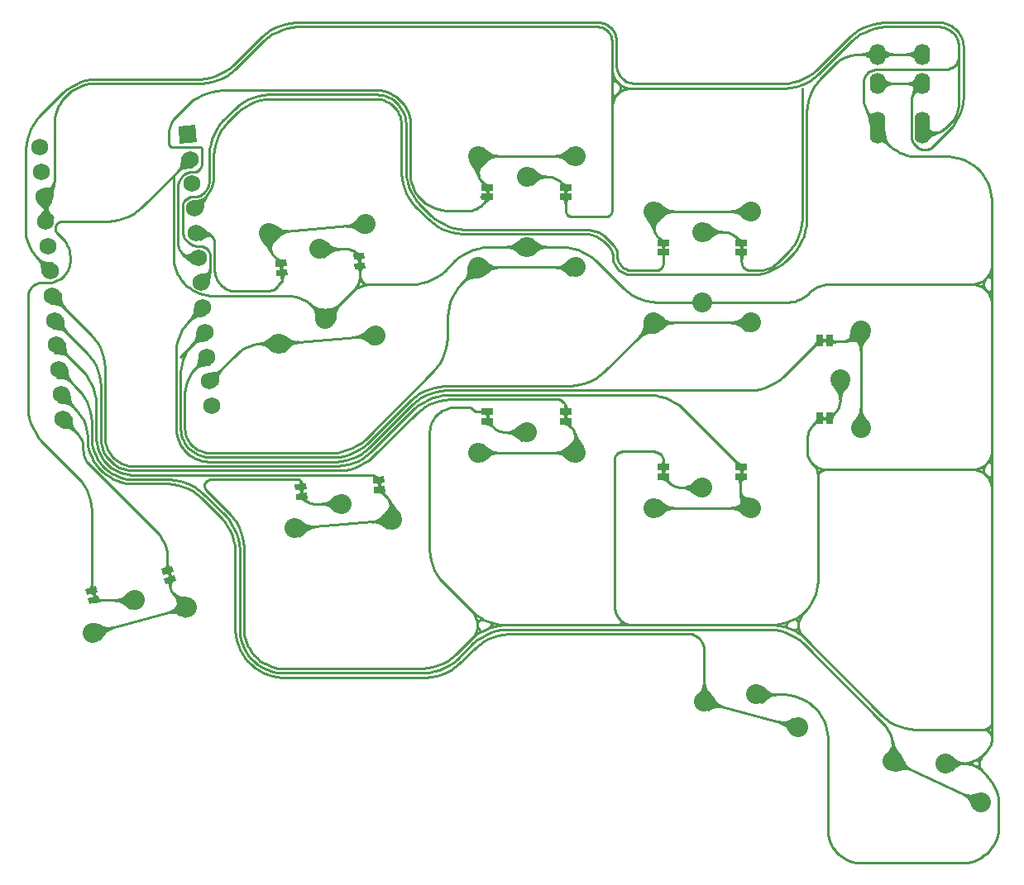
<source format=gbr>
%TF.GenerationSoftware,KiCad,Pcbnew,(5.1.10)-1*%
%TF.CreationDate,2021-07-20T22:46:25+02:00*%
%TF.ProjectId,metasepia_pfefferi_alu_bent,6d657461-7365-4706-9961-5f7066656666,VERSION_HERE*%
%TF.SameCoordinates,Original*%
%TF.FileFunction,Copper,L1,Top*%
%TF.FilePolarity,Positive*%
%FSLAX46Y46*%
G04 Gerber Fmt 4.6, Leading zero omitted, Abs format (unit mm)*
G04 Created by KiCad (PCBNEW (5.1.10)-1) date 2021-07-20 22:46:25*
%MOMM*%
%LPD*%
G01*
G04 APERTURE LIST*
%TA.AperFunction,ComponentPad*%
%ADD10C,2.032000*%
%TD*%
%TA.AperFunction,SMDPad,CuDef*%
%ADD11C,0.100000*%
%TD*%
%TA.AperFunction,SMDPad,CuDef*%
%ADD12R,1.143000X0.635000*%
%TD*%
%TA.AperFunction,SMDPad,CuDef*%
%ADD13R,0.635000X1.143000*%
%TD*%
%TA.AperFunction,ComponentPad*%
%ADD14C,0.100000*%
%TD*%
%TA.AperFunction,ComponentPad*%
%ADD15C,1.752600*%
%TD*%
%TA.AperFunction,ComponentPad*%
%ADD16O,1.600000X2.200000*%
%TD*%
%TA.AperFunction,Conductor*%
%ADD17C,0.250000*%
%TD*%
%TA.AperFunction,Conductor*%
%ADD18C,0.025400*%
%TD*%
%TA.AperFunction,Conductor*%
%ADD19C,0.100000*%
%TD*%
G04 APERTURE END LIST*
D10*
%TO.P,S12,1*%
%TO.N,P8*%
X79987642Y9140523D03*
%TO.P,S12,2*%
%TO.N,GND*%
X75701532Y12463062D03*
%TO.P,S12,1*%
%TO.N,P8*%
X70328383Y11728713D03*
%TO.P,S12,2*%
%TO.N,GND*%
X75701532Y12463062D03*
%TD*%
%TO.P,S1,1*%
%TO.N,P9*%
X17446217Y21385313D03*
%TO.P,S1,2*%
%TO.N,GND*%
X12073068Y22119662D03*
%TO.P,S1,1*%
%TO.N,P9*%
X7786958Y18797123D03*
%TO.P,S1,2*%
%TO.N,GND*%
X12073068Y22119662D03*
%TD*%
%TA.AperFunction,SMDPad,CuDef*%
D11*
%TO.P,J1,1*%
%TO.N,GND*%
G36*
X8558910Y21987804D02*
G01*
X7454856Y21691973D01*
X7290506Y22305336D01*
X8394560Y22601167D01*
X8558910Y21987804D01*
G37*
%TD.AperFunction*%
%TA.AperFunction,SMDPad,CuDef*%
%TO.P,J1,2*%
G36*
X8299894Y22954464D02*
G01*
X7195840Y22658633D01*
X7031490Y23271996D01*
X8135544Y23567827D01*
X8299894Y22954464D01*
G37*
%TD.AperFunction*%
%TD*%
%TA.AperFunction,SMDPad,CuDef*%
%TO.P,J2,1*%
%TO.N,P9*%
G36*
X16286310Y24058404D02*
G01*
X15182256Y23762573D01*
X15017906Y24375936D01*
X16121960Y24671767D01*
X16286310Y24058404D01*
G37*
%TD.AperFunction*%
%TA.AperFunction,SMDPad,CuDef*%
%TO.P,J2,2*%
G36*
X16027294Y25025064D02*
G01*
X14923240Y24729233D01*
X14758890Y25342596D01*
X15862944Y25638427D01*
X16027294Y25025064D01*
G37*
%TD.AperFunction*%
%TD*%
D10*
%TO.P,S2,1*%
%TO.N,P6*%
X38390482Y30351019D03*
%TO.P,S2,2*%
%TO.N,GND*%
X33226481Y32007249D03*
%TO.P,S2,1*%
%TO.N,P6*%
X28428535Y29479461D03*
%TO.P,S2,2*%
%TO.N,GND*%
X33226481Y32007249D03*
%TD*%
%TA.AperFunction,SMDPad,CuDef*%
D11*
%TO.P,J3,1*%
%TO.N,GND*%
G36*
X29742808Y32487642D02*
G01*
X28604158Y32388023D01*
X28548814Y33020606D01*
X29687464Y33120225D01*
X29742808Y32487642D01*
G37*
%TD.AperFunction*%
%TA.AperFunction,SMDPad,CuDef*%
%TO.P,J3,2*%
G36*
X29655586Y33484594D02*
G01*
X28516936Y33384975D01*
X28461592Y34017558D01*
X29600242Y34117177D01*
X29655586Y33484594D01*
G37*
%TD.AperFunction*%
%TD*%
%TA.AperFunction,SMDPad,CuDef*%
%TO.P,J4,1*%
%TO.N,P6*%
G36*
X37712408Y33184842D02*
G01*
X36573758Y33085223D01*
X36518414Y33717806D01*
X37657064Y33817425D01*
X37712408Y33184842D01*
G37*
%TD.AperFunction*%
%TA.AperFunction,SMDPad,CuDef*%
%TO.P,J4,2*%
G36*
X37625186Y34181794D02*
G01*
X36486536Y34082175D01*
X36431192Y34714758D01*
X37569842Y34814377D01*
X37625186Y34181794D01*
G37*
%TD.AperFunction*%
%TD*%
D10*
%TO.P,S3,1*%
%TO.N,P16*%
X36734482Y49278719D03*
%TO.P,S3,2*%
%TO.N,GND*%
X31570481Y50934949D03*
%TO.P,S3,1*%
%TO.N,P16*%
X26772535Y48407161D03*
%TO.P,S3,2*%
%TO.N,GND*%
X31570481Y50934949D03*
%TD*%
%TO.P,S4,1*%
%TO.N,P21*%
X25779018Y59763781D03*
%TO.P,S4,2*%
%TO.N,GND*%
X30943019Y58107551D03*
%TO.P,S4,1*%
%TO.N,P21*%
X35740965Y60635339D03*
%TO.P,S4,2*%
%TO.N,GND*%
X30943019Y58107551D03*
%TD*%
%TA.AperFunction,SMDPad,CuDef*%
D11*
%TO.P,J5,1*%
%TO.N,GND*%
G36*
X34426592Y57627258D02*
G01*
X35565242Y57726877D01*
X35620586Y57094294D01*
X34481936Y56994675D01*
X34426592Y57627258D01*
G37*
%TD.AperFunction*%
%TA.AperFunction,SMDPad,CuDef*%
%TO.P,J5,2*%
G36*
X34513814Y56630306D02*
G01*
X35652464Y56729925D01*
X35707808Y56097342D01*
X34569158Y55997723D01*
X34513814Y56630306D01*
G37*
%TD.AperFunction*%
%TD*%
%TA.AperFunction,SMDPad,CuDef*%
%TO.P,J6,1*%
%TO.N,P21*%
G36*
X26457092Y56929958D02*
G01*
X27595742Y57029577D01*
X27651086Y56396994D01*
X26512436Y56297375D01*
X26457092Y56929958D01*
G37*
%TD.AperFunction*%
%TA.AperFunction,SMDPad,CuDef*%
%TO.P,J6,2*%
G36*
X26544314Y55933006D02*
G01*
X27682964Y56032625D01*
X27738308Y55400042D01*
X26599658Y55300423D01*
X26544314Y55933006D01*
G37*
%TD.AperFunction*%
%TD*%
D10*
%TO.P,S5,1*%
%TO.N,P5*%
X57174500Y37230800D03*
%TO.P,S5,2*%
%TO.N,GND*%
X52174500Y39330800D03*
%TO.P,S5,1*%
%TO.N,P5*%
X47174500Y37230800D03*
%TO.P,S5,2*%
%TO.N,GND*%
X52174500Y39330800D03*
%TD*%
D12*
%TO.P,J7,1*%
%TO.N,GND*%
X48174500Y40430420D03*
%TO.P,J7,2*%
X48174500Y41431180D03*
%TD*%
%TO.P,J8,1*%
%TO.N,P5*%
X56174500Y40430420D03*
%TO.P,J8,2*%
X56174500Y41431180D03*
%TD*%
D10*
%TO.P,S6,1*%
%TO.N,P14*%
X57174500Y56230800D03*
%TO.P,S6,2*%
%TO.N,GND*%
X52174500Y58330800D03*
%TO.P,S6,1*%
%TO.N,P14*%
X47174500Y56230800D03*
%TO.P,S6,2*%
%TO.N,GND*%
X52174500Y58330800D03*
%TD*%
%TO.P,S7,1*%
%TO.N,P20*%
X47174500Y67630800D03*
%TO.P,S7,2*%
%TO.N,GND*%
X52174500Y65530800D03*
%TO.P,S7,1*%
%TO.N,P20*%
X57174500Y67630800D03*
%TO.P,S7,2*%
%TO.N,GND*%
X52174500Y65530800D03*
%TD*%
D12*
%TO.P,J9,1*%
%TO.N,GND*%
X56174500Y64431180D03*
%TO.P,J9,2*%
X56174500Y63430420D03*
%TD*%
%TO.P,J10,1*%
%TO.N,P20*%
X48174500Y64431180D03*
%TO.P,J10,2*%
X48174500Y63430420D03*
%TD*%
D10*
%TO.P,S8,1*%
%TO.N,P4*%
X75174500Y31564100D03*
%TO.P,S8,2*%
%TO.N,GND*%
X70174500Y33664100D03*
%TO.P,S8,1*%
%TO.N,P4*%
X65174500Y31564100D03*
%TO.P,S8,2*%
%TO.N,GND*%
X70174500Y33664100D03*
%TD*%
D12*
%TO.P,J11,1*%
%TO.N,GND*%
X66174500Y34763720D03*
%TO.P,J11,2*%
X66174500Y35764480D03*
%TD*%
%TO.P,J12,1*%
%TO.N,P4*%
X74174500Y34763720D03*
%TO.P,J12,2*%
X74174500Y35764480D03*
%TD*%
D10*
%TO.P,S9,1*%
%TO.N,P15*%
X75174500Y50564100D03*
%TO.P,S9,2*%
%TO.N,GND*%
X70174500Y52664100D03*
%TO.P,S9,1*%
%TO.N,P15*%
X65174500Y50564100D03*
%TO.P,S9,2*%
%TO.N,GND*%
X70174500Y52664100D03*
%TD*%
%TO.P,S10,1*%
%TO.N,P19*%
X65174500Y61964100D03*
%TO.P,S10,2*%
%TO.N,GND*%
X70174500Y59864100D03*
%TO.P,S10,1*%
%TO.N,P19*%
X75174500Y61964100D03*
%TO.P,S10,2*%
%TO.N,GND*%
X70174500Y59864100D03*
%TD*%
D12*
%TO.P,J13,1*%
%TO.N,GND*%
X74174500Y58764480D03*
%TO.P,J13,2*%
X74174500Y57763720D03*
%TD*%
%TO.P,J14,1*%
%TO.N,P19*%
X66174500Y58764480D03*
%TO.P,J14,2*%
X66174500Y57763720D03*
%TD*%
D10*
%TO.P,S11,1*%
%TO.N,P18*%
X86374500Y49764100D03*
%TO.P,S11,2*%
%TO.N,GND*%
X84274500Y44764100D03*
%TO.P,S11,1*%
%TO.N,P18*%
X86374500Y39764100D03*
%TO.P,S11,2*%
%TO.N,GND*%
X84274500Y44764100D03*
%TD*%
D13*
%TO.P,J15,1*%
%TO.N,GND*%
X83174880Y40764100D03*
%TO.P,J15,2*%
X82174120Y40764100D03*
%TD*%
%TO.P,J16,1*%
%TO.N,P18*%
X83174880Y48764100D03*
%TO.P,J16,2*%
X82174120Y48764100D03*
%TD*%
D10*
%TO.P,S13,1*%
%TO.N,P7*%
X98718188Y1395678D03*
%TO.P,S13,2*%
%TO.N,GND*%
X95074148Y5412016D03*
%TO.P,S13,1*%
%TO.N,P7*%
X89655110Y5621861D03*
%TO.P,S13,2*%
%TO.N,GND*%
X95074148Y5412016D03*
%TD*%
%TA.AperFunction,ComponentPad*%
D14*
%TO.P,C1,1*%
%TO.N,RAW*%
G36*
X16539098Y70646158D02*
G01*
X18285029Y70798907D01*
X18437778Y69052976D01*
X16691847Y68900227D01*
X16539098Y70646158D01*
G37*
%TD.AperFunction*%
D15*
%TO.P,C1,2*%
%TO.N,GND*%
X17709813Y67319232D03*
%TO.P,C1,3*%
%TO.N,RST*%
X17931189Y64788898D03*
%TO.P,C1,4*%
%TO.N,VCC*%
X18152565Y62258563D03*
%TO.P,C1,5*%
%TO.N,P21*%
X18373940Y59728229D03*
%TO.P,C1,6*%
%TO.N,P20*%
X18595316Y57197894D03*
%TO.P,C1,7*%
%TO.N,P19*%
X18816691Y54667559D03*
%TO.P,C1,8*%
%TO.N,P18*%
X19038067Y52137225D03*
%TO.P,C1,9*%
%TO.N,P15*%
X19259443Y49606890D03*
%TO.P,C1,10*%
%TO.N,P14*%
X19480818Y47076556D03*
%TO.P,C1,11*%
%TO.N,P16*%
X19702194Y44546221D03*
%TO.P,C1,12*%
%TO.N,P10*%
X19923569Y42015887D03*
%TO.P,C1,13*%
%TO.N,P1*%
X2306431Y68521313D03*
%TO.P,C1,14*%
%TO.N,P0*%
X2527806Y65990979D03*
%TO.P,C1,15*%
%TO.N,GND*%
X2749182Y63460644D03*
%TO.P,C1,16*%
X2970557Y60930310D03*
%TO.P,C1,17*%
%TO.N,P2*%
X3191933Y58399975D03*
%TO.P,C1,18*%
%TO.N,P3*%
X3413309Y55869641D03*
%TO.P,C1,19*%
%TO.N,P4*%
X3634684Y53339306D03*
%TO.P,C1,20*%
%TO.N,P5*%
X3856060Y50808971D03*
%TO.P,C1,21*%
%TO.N,P6*%
X4077435Y48278637D03*
%TO.P,C1,22*%
%TO.N,P7*%
X4298811Y45748302D03*
%TO.P,C1,23*%
%TO.N,P8*%
X4520187Y43217968D03*
%TO.P,C1,24*%
%TO.N,P9*%
X4741562Y40687633D03*
%TD*%
D16*
%TO.P,REF\u002A\u002A,1*%
%TO.N,GND*%
X92674510Y69964116D03*
%TO.P,REF\u002A\u002A,2*%
X88074510Y71064116D03*
%TO.P,REF\u002A\u002A,3*%
%TO.N,P3*%
X88074510Y75064116D03*
%TO.P,REF\u002A\u002A,4*%
%TO.N,VCC*%
X88074510Y78064116D03*
%TO.P,REF\u002A\u002A,1*%
%TO.N,GND*%
X88074510Y69964116D03*
%TO.P,REF\u002A\u002A,2*%
X92674510Y71064116D03*
%TO.P,REF\u002A\u002A,3*%
%TO.N,P3*%
X92674510Y75064116D03*
%TO.P,REF\u002A\u002A,4*%
%TO.N,VCC*%
X92674510Y78064116D03*
%TD*%
D17*
%TO.N,P9*%
X15688182Y23393552D02*
X15723910Y23275772D01*
X15405825Y25259413D02*
X15418436Y25217838D01*
X15479678Y25103263D02*
X15507238Y25069680D01*
X6751472Y38002292D02*
X6774961Y37763812D01*
X6774961Y37524178D02*
X6798448Y37285698D01*
X15435062Y25177700D02*
X15455541Y25139386D01*
X6430493Y38899366D02*
X6543455Y38688029D01*
X15652108Y24172941D02*
X15652108Y24084486D01*
X15652108Y24349852D02*
X15652108Y24261397D01*
X15652108Y23636754D02*
X15664171Y23514267D01*
X15589656Y24969254D02*
X15610135Y24930940D01*
X15652108Y23996030D02*
X15652108Y23907575D01*
X7006464Y36599961D02*
X7119426Y36388623D01*
X14510643Y28898074D02*
X14723709Y28638452D01*
X6145337Y39283855D02*
X6297359Y39098615D01*
X15647849Y24806618D02*
X15652108Y24763383D01*
X15897410Y22951178D02*
X15975491Y22856036D01*
X14910303Y28359195D02*
X15068625Y28062994D01*
X15393092Y25345259D02*
X15397350Y25302023D01*
X15652108Y24526763D02*
X15652108Y24438308D01*
X6635159Y38466636D02*
X6704721Y38237322D01*
X15197153Y27752701D02*
X15294647Y27431304D01*
X15537958Y25038960D02*
X15565519Y25005377D01*
X15626762Y24890801D02*
X15639373Y24849228D01*
X15771011Y23162062D02*
X15829030Y23053516D01*
X15360171Y27101898D02*
X15393092Y26767656D01*
X7252560Y36189375D02*
X7404582Y36004135D01*
X6845198Y37050669D02*
X6914760Y36821354D01*
X15479678Y25103263D02*
X15455541Y25139386D01*
X6798448Y37285698D02*
X6845198Y37050669D01*
X15652108Y24084486D02*
X15652108Y23996030D01*
X6751472Y38002292D02*
X6704721Y38237322D01*
X15405825Y25259413D02*
X15397350Y25302023D01*
X15652108Y24349852D02*
X15652108Y24438308D01*
X15647849Y24806618D02*
X15639373Y24849228D01*
X15294647Y27431304D02*
X15360171Y27101898D01*
X6430493Y38899366D02*
X6297359Y39098615D01*
X15688182Y23393552D02*
X15664171Y23514267D01*
X15589656Y24969254D02*
X15565519Y25005377D01*
X15897410Y22951178D02*
X15829030Y23053516D01*
X14723709Y28638452D02*
X14910303Y28359195D01*
X7119426Y36388623D02*
X7252560Y36189375D01*
X15068625Y28062994D02*
X15197153Y27752701D01*
X15610135Y24930940D02*
X15626762Y24890801D01*
X7006464Y36599961D02*
X6914760Y36821354D01*
X15418436Y25217838D02*
X15435062Y25177700D01*
X15652108Y24172941D02*
X15652108Y24261397D01*
X6543455Y38688029D02*
X6635159Y38466636D01*
X15723910Y23275772D02*
X15771011Y23162062D01*
X7786900Y18797200D02*
X17446200Y21385400D01*
X15652108Y23636754D02*
X15652108Y23907575D01*
X15975491Y22856036D02*
X17446217Y21385313D01*
X15507238Y25069680D02*
X15537958Y25038960D01*
X15652108Y24763383D02*
X15652108Y24526763D01*
X15393092Y25345259D02*
X15393092Y26767656D01*
X14510643Y28898074D02*
X7404582Y36004135D01*
X6145337Y39283855D02*
X4741562Y40687633D01*
X6774961Y37763812D02*
X6774961Y37524178D01*
%TO.N,GND*%
X80399295Y61197467D02*
X80346886Y60665356D01*
X79864556Y19210254D02*
X79999083Y19398248D01*
X80044723Y19123714D02*
X79864556Y19210254D01*
X79999083Y19398248D02*
X80044723Y19123714D01*
X60886435Y79629161D02*
X60900500Y79486362D01*
X82281495Y35342933D02*
X82320698Y35437699D01*
X82362419Y35394791D02*
X82281495Y35342933D01*
X82320698Y35437699D02*
X82362419Y35394791D01*
X99790000Y8509893D02*
X99736207Y8564403D01*
X99790000Y8608917D02*
X99790000Y8509893D01*
X99736207Y8564403D02*
X99790000Y8608917D01*
X61788291Y19586163D02*
X61818737Y19616602D01*
X61844704Y19586163D02*
X61788291Y19586163D01*
X61818737Y19616602D02*
X61844704Y19586163D01*
X7939756Y22131518D02*
X7943245Y22128655D01*
X46851811Y41539391D02*
X46918201Y41503904D01*
X19783364Y34509933D02*
X19592859Y34452143D01*
X62699275Y19586163D02*
X62775424Y19604450D01*
X62956191Y19586163D02*
X62699275Y19586163D01*
X62775424Y19604450D02*
X62956191Y19586163D01*
X61395348Y37070348D02*
X61342144Y37005519D01*
X96331054Y72432620D02*
X96238015Y72125910D01*
X35072369Y56402227D02*
X35081648Y56390921D01*
X25723482Y79809365D02*
X25310164Y79470164D01*
X66118282Y36700063D02*
X66146254Y36607853D01*
X99409894Y36301540D02*
X99530795Y36484063D01*
X99574384Y36291125D02*
X99409894Y36301540D01*
X99530795Y36484063D02*
X99574384Y36291125D01*
X82323343Y35513408D02*
X82280740Y35582878D01*
X82381704Y35555362D02*
X82323343Y35513408D01*
X82280740Y35582878D02*
X82381704Y35555362D01*
X2749182Y63615272D02*
X2749182Y63621636D01*
X2752606Y63618227D02*
X2749182Y63615272D01*
X2749182Y63621636D02*
X2752606Y63618227D01*
X2948845Y63210239D02*
X2959619Y63174709D01*
X56162865Y64108273D02*
X56174500Y63990146D01*
X83296321Y40934723D02*
X83191639Y40878770D01*
X94343311Y70091400D02*
X94134524Y70028066D01*
X96288431Y77047471D02*
X96235155Y77068802D01*
X96262548Y77093363D02*
X96288431Y77047471D01*
X96235155Y77068802D02*
X96262548Y77093363D01*
X49085429Y39595919D02*
X49248087Y39508976D01*
X29072721Y33749010D02*
X29079617Y33736108D01*
X89399448Y9658595D02*
X89870999Y9406546D01*
X81425847Y53892929D02*
X81186514Y53696514D01*
X95786205Y71280633D02*
X95582874Y71032874D01*
X35052749Y56423875D02*
X35062028Y56412569D01*
X1125000Y41836762D02*
X1177407Y41304651D01*
X86740015Y75585328D02*
X86700650Y75455557D01*
X99790000Y7903216D02*
X99771314Y7713497D01*
X42048020Y15177407D02*
X41515909Y15125000D01*
X49775868Y39348877D02*
X49959415Y39330800D01*
X22324851Y76484851D02*
X21911534Y76145650D01*
X99790000Y8106321D02*
X99724063Y8331625D01*
X99790000Y8289806D02*
X99790000Y8106321D01*
X99724063Y8331625D02*
X99790000Y8289806D01*
X25233773Y15703729D02*
X25588837Y15513944D01*
X81461492Y40051492D02*
X81325920Y39886297D01*
X99401009Y4048988D02*
X99660323Y3733012D01*
X23634253Y17468527D02*
X23824039Y17113463D01*
X5012312Y58766238D02*
X5151409Y58506007D01*
X61519478Y37182853D02*
X61454649Y37129649D01*
X82980395Y8511974D02*
X83025000Y8059104D01*
X60523489Y80396544D02*
X60614517Y80285625D01*
X46987751Y41475096D02*
X47059790Y41453244D01*
X81101545Y21497216D02*
X80828070Y21163986D01*
X96217099Y77176685D02*
X96251292Y77240504D01*
X96248305Y77156407D02*
X96217099Y77176685D01*
X96251292Y77240504D02*
X96248305Y77156407D01*
X99887418Y3393141D02*
X100080106Y3032648D01*
X5224503Y55945528D02*
X5121073Y55752024D01*
X99790000Y53629034D02*
X99665326Y53755372D01*
X99790000Y53858540D02*
X99790000Y53629034D01*
X99665326Y53755372D02*
X99790000Y53858540D01*
X98627988Y6033195D02*
X98815409Y6189441D01*
X98658986Y5927063D02*
X98627988Y6033195D01*
X98815409Y6189441D02*
X98658986Y5927063D01*
X79598095Y20190266D02*
X79823971Y20319391D01*
X79795128Y20143030D02*
X79598095Y20190266D01*
X79823971Y20319391D02*
X79795128Y20143030D01*
X48062789Y41249772D02*
X48117550Y41167818D01*
X99756473Y9416979D02*
X99790000Y9564914D01*
X99790000Y9360953D02*
X99756473Y9416979D01*
X99790000Y9564914D02*
X99790000Y9360953D01*
X82028941Y75995351D02*
X81615624Y75656150D01*
X74601548Y56049288D02*
X74677803Y56008529D01*
X59795376Y80832959D02*
X59932687Y80791306D01*
X99627638Y8526055D02*
X99573664Y8600809D01*
X99667422Y8565937D02*
X99627638Y8526055D01*
X99573664Y8600809D02*
X99667422Y8565937D01*
X2757354Y63618265D02*
X2759946Y63621023D01*
X2763619Y63616117D02*
X2757354Y63618265D01*
X2759946Y63621023D02*
X2763619Y63616117D01*
X47385011Y18825786D02*
X47416571Y19019167D01*
X47646056Y18969223D02*
X47385011Y18825786D01*
X47416571Y19019167D02*
X47646056Y18969223D01*
X96945382Y5412016D02*
X97327878Y5470756D01*
X97238219Y5383211D02*
X96945382Y5412016D01*
X97327878Y5470756D02*
X97238219Y5383211D01*
X84640418Y-4304841D02*
X84928870Y-4459022D01*
X35311785Y54801918D02*
X35197778Y54849080D01*
X35249398Y54899272D02*
X35311785Y54801918D01*
X35197778Y54849080D02*
X35249398Y54899272D01*
X87838846Y80718296D02*
X87327184Y80563085D01*
X56193721Y61930597D02*
X56212759Y61867839D01*
X29124780Y33678819D02*
X29131676Y33665917D01*
X4088895Y72318016D02*
X3970025Y71926152D01*
X84274500Y42549015D02*
X84256421Y42365468D01*
X43084094Y15436930D02*
X42572432Y15281719D01*
X80367280Y18469126D02*
X80011141Y18741930D01*
X80177297Y18766030D02*
X80367280Y18469126D01*
X80011141Y18741930D02*
X80177297Y18766030D01*
X96128051Y77053051D02*
X96171241Y77107453D01*
X96180459Y77072265D02*
X96128051Y77053051D01*
X96171241Y77107453D02*
X96180459Y77072265D01*
X29062876Y33776527D02*
X29067122Y33762527D01*
X65778691Y37157947D02*
X65853179Y37096817D01*
X24047713Y16778711D02*
X24303122Y16467495D01*
X7665692Y23274659D02*
X7669949Y23231423D01*
X61610421Y74128775D02*
X61741697Y74460378D01*
X61878517Y74313650D02*
X61610421Y74128775D01*
X61741697Y74460378D02*
X61878517Y74313650D01*
X97120399Y67166937D02*
X97524865Y66950745D01*
X3795879Y64882694D02*
X3742281Y64706004D01*
X29177435Y32941839D02*
X29208755Y32838589D01*
X47089134Y19163206D02*
X47135357Y19430026D01*
X47260418Y19169707D02*
X47089134Y19163206D01*
X47135357Y19430026D02*
X47260418Y19169707D01*
X44907523Y16529851D02*
X44494206Y16190650D01*
X28465507Y53220358D02*
X28851298Y53103329D01*
X90737735Y67840353D02*
X91115587Y67725733D01*
X46349027Y41857933D02*
X46421066Y41836080D01*
X35449602Y54556869D02*
X35431308Y54667218D01*
X35540856Y54588903D02*
X35449602Y54556869D01*
X35431308Y54667218D02*
X35540856Y54588903D01*
X42915454Y41035454D02*
X42754780Y40839672D01*
X56913960Y58174078D02*
X57425622Y58018867D01*
X86674194Y75322553D02*
X86660902Y75187595D01*
X99713105Y36914384D02*
X99790000Y37291030D01*
X99790000Y36770379D02*
X99713105Y36914384D01*
X99790000Y37291030D02*
X99790000Y36770379D01*
X99790000Y54972155D02*
X99680485Y55188445D01*
X99790000Y55188399D02*
X99790000Y54972155D01*
X99680485Y55188445D02*
X99790000Y55188399D01*
X81813124Y35577323D02*
X81763533Y35668768D01*
X81846684Y35645587D02*
X81813124Y35577323D01*
X81763533Y35668768D02*
X81846684Y35645587D01*
X99790000Y9040398D02*
X99742796Y9130438D01*
X99790000Y9132146D02*
X99790000Y9040398D01*
X99742796Y9130438D02*
X99790000Y9132146D01*
X56003873Y64552621D02*
X56059827Y64447939D01*
X61986620Y37350000D02*
X61903159Y37341779D01*
X7933700Y22138199D02*
X7936564Y22134710D01*
X95949591Y76874591D02*
X95839384Y76784146D01*
X62331645Y19586163D02*
X62425935Y19615518D01*
X62409686Y19586163D02*
X62331645Y19586163D01*
X62425935Y19615518D02*
X62409686Y19586163D01*
X34740085Y57644311D02*
X34808539Y57560899D01*
X2835616Y63564313D02*
X2843978Y63565498D01*
X2860751Y63572213D02*
X2835616Y63564313D01*
X2843978Y63565498D02*
X2860751Y63572213D01*
X34868488Y57471179D02*
X34919354Y57376016D01*
X29056145Y34293539D02*
X29058589Y34268736D01*
X48279444Y19231581D02*
X48487512Y19461990D01*
X48547128Y19318407D02*
X48279444Y19231581D01*
X48487512Y19461990D02*
X48547128Y19318407D01*
X80021262Y19769754D02*
X79923578Y20005280D01*
X80072360Y20003193D02*
X80021262Y19769754D01*
X79923578Y20005280D02*
X80072360Y20003193D01*
X81953982Y40527529D02*
X81862227Y40452227D01*
X80900000Y37311797D02*
X80918248Y37126514D01*
X94640981Y80854877D02*
X94436499Y80875018D01*
X60900500Y75981557D02*
X60900500Y76406815D01*
X61053318Y75884632D02*
X60900500Y75981557D01*
X60900500Y76406815D02*
X61053318Y75884632D01*
X56174500Y62060185D02*
X56180927Y61994919D01*
X2803539Y63562584D02*
X2795116Y63564036D01*
X2806953Y63564072D02*
X2803539Y63562584D01*
X2795116Y63564036D02*
X2806953Y63564072D01*
X61891068Y19764788D02*
X61918968Y19834470D01*
X61951093Y19798640D02*
X61891068Y19764788D01*
X61918968Y19834470D02*
X61951093Y19798640D01*
X100434934Y1862938D02*
X100475000Y1456147D01*
X58835733Y57265147D02*
X59249051Y56925946D01*
X1208825Y53699193D02*
X1167115Y53561694D01*
X77868830Y56680240D02*
X77646633Y56497887D01*
X83081977Y40833346D02*
X82968390Y40798890D01*
X5264329Y58233394D02*
X5349985Y57951026D01*
X35093997Y55128068D02*
X35110800Y55313287D01*
X35167904Y55087574D02*
X35093997Y55128068D01*
X35110800Y55313287D02*
X35167904Y55087574D01*
X88541556Y10294851D02*
X88954874Y9955650D01*
X98014407Y-4562170D02*
X97665304Y-4668069D01*
X28842195Y34507489D02*
X28817392Y34509933D01*
X62106046Y54068951D02*
X62519363Y53729750D01*
X99790000Y52693683D02*
X99637180Y53215865D01*
X99790000Y53118941D02*
X99790000Y52693683D01*
X99637180Y53215865D02*
X99790000Y53118941D01*
X3956572Y54796342D02*
X3746608Y54732651D01*
X29107371Y33702291D02*
X29116652Y33690982D01*
X6897094Y33856266D02*
X7149143Y33384716D01*
X95885135Y80189862D02*
X96015484Y80031030D01*
X87705342Y76460251D02*
X87575570Y76420885D01*
X1641546Y39774589D02*
X1893595Y39303038D01*
X95720841Y76704939D02*
X95595106Y76637732D01*
X61229656Y21022352D02*
X61283786Y20843906D01*
X35023600Y56505345D02*
X35025033Y56490789D01*
X7926029Y22154420D02*
X7927339Y22150102D01*
X86730397Y72890232D02*
X86799224Y72663338D01*
X100475000Y-1244446D02*
X100439241Y-1607501D01*
X7920449Y22736018D02*
X7924708Y22692783D01*
X87973305Y76500000D02*
X87838347Y76486707D01*
X87133458Y72038032D02*
X87283875Y71854748D01*
X19465348Y75132407D02*
X18933237Y75080000D01*
X42006722Y54787230D02*
X41495060Y54632019D01*
X42406719Y26230238D02*
X42561930Y25718576D01*
X72754020Y59810039D02*
X72930514Y59756500D01*
X21466959Y75848595D02*
X20995408Y75596546D01*
X62459859Y19633632D02*
X62471857Y19674271D01*
X62546705Y19651144D02*
X62459859Y19633632D01*
X62471857Y19674271D02*
X62546705Y19651144D01*
X46731024Y41628973D02*
X46789217Y41581216D01*
X61561524Y19586164D02*
X61687815Y19623775D01*
X61664831Y19586163D02*
X61561524Y19586164D01*
X61687815Y19623775D02*
X61664831Y19586163D01*
X74003873Y58885921D02*
X74059827Y58781239D01*
X27645256Y80718297D02*
X27133594Y80563085D01*
X43290325Y41375217D02*
X43094543Y41214543D01*
X95187127Y76513973D02*
X95045244Y76500000D01*
X5436474Y56791757D02*
X5414967Y56573400D01*
X73416920Y59496511D02*
X73559491Y59379506D01*
X46681908Y18304236D02*
X46939504Y18751863D01*
X47003990Y18569596D02*
X46681908Y18304236D01*
X46939504Y18751863D02*
X47003990Y18569596D01*
X96425000Y76795517D02*
X96396243Y76892073D01*
X96425000Y76874501D02*
X96425000Y76795517D01*
X96396243Y76892073D02*
X96425000Y76874501D01*
X61295551Y36935788D02*
X61256018Y36861826D01*
X29563537Y32336394D02*
X29660375Y32256922D01*
X29022761Y34386838D02*
X29034510Y34364858D01*
X7862256Y22898654D02*
X7882735Y22860340D01*
X83676868Y-3431530D02*
X83884361Y-3684361D01*
X60900500Y61969284D02*
X60894992Y61913365D01*
X3890137Y71524523D02*
X3850000Y71116999D01*
X97986617Y54510000D02*
X98448605Y54625697D01*
X98373289Y54433135D02*
X97986617Y54510000D01*
X98448605Y54625697D02*
X98373289Y54433135D01*
X74462818Y56152178D02*
X74529656Y56097326D01*
X2515565Y54668340D02*
X2372570Y54654255D01*
X91401061Y8942407D02*
X91933172Y8890000D01*
X16165132Y56331078D02*
X16277923Y55959255D01*
X61820905Y37325418D02*
X61740652Y37301073D01*
X3850000Y65247536D02*
X3831901Y65063785D01*
X19244181Y33610362D02*
X19338025Y33434792D01*
X42972259Y55243895D02*
X42500708Y54991846D01*
X79311777Y52694446D02*
X79003656Y52664100D01*
X97743113Y5267425D02*
X97585703Y5314137D01*
X97704380Y5381070D02*
X97743113Y5267425D01*
X97585703Y5314137D02*
X97704380Y5381070D01*
X97986617Y35510000D02*
X98448605Y35625696D01*
X98373289Y35433135D02*
X97986617Y35510000D01*
X98448605Y35625696D02*
X98373289Y35433135D01*
X5532028Y74263855D02*
X5215483Y74004073D01*
X29044048Y34341832D02*
X29051283Y34317982D01*
X95228959Y80676516D02*
X95410168Y80579657D01*
X60900500Y75241958D02*
X60900500Y75471464D01*
X61025173Y75345126D02*
X60900500Y75241958D01*
X60900500Y75471464D02*
X61025173Y75345126D01*
X60788510Y61656299D02*
X60752864Y61612864D01*
X81912270Y35674293D02*
X81931709Y35726444D01*
X82021269Y35682914D02*
X81912270Y35674293D01*
X81931709Y35726444D02*
X82021269Y35682914D01*
X25960794Y15359874D02*
X26346061Y15243004D01*
X54754020Y65476739D02*
X54930514Y65423200D01*
X61223925Y36784345D02*
X61199581Y36704092D01*
X56389548Y58278391D02*
X55857437Y58330800D01*
X96257818Y67475574D02*
X96696689Y67342444D01*
X56393185Y61597811D02*
X56443881Y61556206D01*
X83340975Y-2871127D02*
X83495156Y-3159579D01*
X4704831Y55244831D02*
X4535223Y55105637D01*
X47211038Y58174078D02*
X46699376Y58018867D01*
X99130745Y65344865D02*
X99346937Y64940399D01*
X99034794Y54093557D02*
X98739509Y54281441D01*
X98932627Y54369204D02*
X99034794Y54093557D01*
X98739509Y54281441D02*
X98932627Y54369204D01*
X35037728Y56448935D02*
X35044623Y56436037D01*
X73862627Y59076370D02*
X73937929Y58984615D01*
X7613283Y31854656D02*
X7665692Y31322545D01*
X99592238Y7135160D02*
X99495742Y6954627D01*
X26740929Y15164461D02*
X27141593Y15125000D01*
X78785770Y19358406D02*
X78537820Y19431987D01*
X78724758Y19537419D02*
X78785770Y19358406D01*
X78537820Y19431987D02*
X78724758Y19537419D01*
X2749182Y63636137D02*
X2749182Y63648178D01*
X2753587Y63633482D02*
X2749182Y63636137D01*
X2749182Y63648178D02*
X2753587Y63633482D01*
X83025000Y-1609676D02*
X83057058Y-1935174D01*
X99623012Y9178959D02*
X99678854Y9253370D01*
X99695392Y9173793D02*
X99623012Y9178959D01*
X99678854Y9253370D02*
X99695392Y9173793D01*
X66174500Y35204749D02*
X66186133Y35086623D01*
X99451639Y8722834D02*
X99333873Y8798120D01*
X99414093Y8833794D02*
X99451639Y8722834D01*
X99333873Y8798120D02*
X99414093Y8833794D01*
X24587805Y16182812D02*
X24899021Y15927403D01*
X82851974Y40775734D02*
X82733848Y40764100D01*
X47911138Y41374230D02*
X47993093Y41319469D01*
X87450282Y76368988D02*
X87330685Y76305062D01*
X34509084Y57857948D02*
X34605912Y57778484D01*
X80242573Y60140943D02*
X80087362Y59629281D01*
X7963893Y22120104D02*
X7968384Y22119662D01*
X16051245Y57098850D02*
X16089329Y56712167D01*
X61795429Y19678262D02*
X61837519Y19709455D01*
X61818754Y19655973D02*
X61795429Y19678262D01*
X61837519Y19709455D02*
X61818754Y19655973D01*
X81207192Y39708608D02*
X81106453Y39520139D01*
X23363314Y18225751D02*
X23480184Y17840484D01*
X61546651Y20352120D02*
X61664950Y20207972D01*
X85917072Y79809365D02*
X85503754Y79470164D01*
X40970648Y54527708D02*
X40438537Y54475300D01*
X96357635Y77491514D02*
X96375317Y77548740D01*
X96388705Y77482341D02*
X96357635Y77491514D01*
X96375317Y77548740D02*
X96388705Y77482341D01*
X63929476Y52976030D02*
X64441138Y52820819D01*
X4491034Y60930310D02*
X4300529Y60872520D01*
X29144376Y33624052D02*
X29145811Y33609492D01*
X99413698Y34666493D02*
X99288603Y34839749D01*
X99505903Y34758926D02*
X99413698Y34666493D01*
X99288603Y34839749D02*
X99505903Y34758926D01*
X98811980Y54786848D02*
X99080078Y54971724D01*
X98948801Y54640120D02*
X98811980Y54786848D01*
X99080078Y54971724D02*
X98948801Y54640120D01*
X84220440Y42184577D02*
X84166900Y42008083D01*
X82370861Y10215505D02*
X82585376Y9814178D01*
X3482004Y64219060D02*
X3364870Y64076332D01*
X74162865Y58441573D02*
X74174500Y58323446D01*
X86889960Y72444283D02*
X87001730Y72235176D01*
X99382014Y6784422D02*
X99252152Y6626184D01*
X72573129Y59846021D02*
X72389582Y59864100D01*
X47133624Y41438558D02*
X47208542Y41431180D01*
X64965551Y52716508D02*
X65497662Y52664100D01*
X66165054Y36513343D02*
X66174500Y36417446D01*
X5372162Y56358203D02*
X5308469Y56148239D01*
X79333642Y58219169D02*
X78994441Y57805851D01*
X29058589Y33805435D02*
X29060022Y33790875D01*
X65613588Y37256906D02*
X65698571Y37211483D01*
X53053234Y58330800D02*
X52467411Y58330800D01*
X82010000Y24065908D02*
X81964628Y23605245D01*
X98527458Y5528568D02*
X98465444Y5678090D01*
X98559897Y5676765D02*
X98527458Y5528568D01*
X98465444Y5678090D02*
X98559897Y5676765D01*
X48267562Y58330800D02*
X47735451Y58278391D01*
X99413698Y53666493D02*
X99288603Y53839749D01*
X99505903Y53758926D02*
X99413698Y53666493D01*
X99288603Y53839749D02*
X99505903Y53758926D01*
X42250000Y27286762D02*
X42302408Y26754651D01*
X3671623Y64535420D02*
X3584584Y64372582D01*
X96129639Y79860186D02*
X96226498Y79678977D01*
X61159703Y73616435D02*
X61116114Y73809372D01*
X61280604Y73798958D02*
X61159703Y73616435D01*
X61116114Y73809372D02*
X61280604Y73798958D01*
X76331576Y55953174D02*
X76045516Y55925000D01*
X98673184Y-4250591D02*
X98351449Y-4422562D01*
X62033552Y19817270D02*
X62060074Y19858085D01*
X62143547Y19813363D02*
X62033552Y19817270D01*
X62060074Y19858085D02*
X62143547Y19813363D01*
X60900500Y72809468D02*
X60900500Y73330119D01*
X60977394Y73186114D02*
X60900500Y72809468D01*
X60900500Y73330119D02*
X60977394Y73186114D01*
X60900500Y73912099D02*
X60900500Y74128343D01*
X61010013Y73912052D02*
X60900500Y73912099D01*
X60900500Y74128343D02*
X61010013Y73912052D01*
X2766018Y63576089D02*
X2755610Y63586231D01*
X2758869Y63583269D02*
X2766018Y63576089D01*
X2755610Y63586231D02*
X2758869Y63583269D01*
X3932526Y60424108D02*
X3913013Y60225990D01*
X3951851Y60030739D02*
X4045695Y59855169D01*
X65921317Y37028680D02*
X65982447Y36954192D01*
X48155270Y41076754D02*
X48174500Y40980082D01*
X81829356Y10945641D02*
X82118043Y10593875D01*
X86833197Y80358469D02*
X86361646Y80106420D01*
X35089774Y56378760D02*
X35096668Y56365861D01*
X84096320Y41837687D02*
X84009378Y41675029D01*
X2750691Y63593594D02*
X2749182Y63601171D01*
X2749182Y63598570D02*
X2750691Y63593594D01*
X2749182Y63601171D02*
X2749182Y63598570D01*
X80954570Y36943911D02*
X81008614Y36765748D01*
X60713133Y61573133D02*
X60669698Y61537486D01*
X22476712Y30074468D02*
X22728761Y29602918D01*
X85864823Y-4742940D02*
X86190321Y-4775000D01*
X60846216Y61752574D02*
X60819728Y61703020D01*
X79073912Y12418457D02*
X78621042Y12463062D01*
X4135003Y60761919D02*
X4008710Y60608031D01*
X34058873Y58070884D02*
X34178739Y58034522D01*
X82380607Y40729308D02*
X82267020Y40694851D01*
X51881588Y58330800D02*
X51295765Y58330800D01*
X43724278Y41635318D02*
X43500912Y41515927D01*
X56743919Y61431927D02*
X56809185Y61425500D01*
X98585004Y66080711D02*
X98875950Y65726194D01*
X99734122Y7526524D02*
X99678783Y7344096D01*
X28913513Y34485854D02*
X28935493Y34474106D01*
X99790000Y35972155D02*
X99680486Y36188446D01*
X99790000Y36188399D02*
X99790000Y35972155D01*
X99680486Y36188446D02*
X99790000Y36188399D01*
X57919608Y57814251D02*
X58391159Y57562202D01*
X60065253Y80736395D02*
X60191800Y80668754D01*
X81271095Y36274693D02*
X81389131Y36130865D01*
X99258517Y-3816479D02*
X98976514Y-4047913D01*
X4999174Y55569588D02*
X4859980Y55399980D01*
X74925232Y55933474D02*
X75011280Y55925000D01*
X1961394Y54529526D02*
X1834673Y54461792D01*
X74757687Y55975441D02*
X74840428Y55950342D01*
X86660902Y73358742D02*
X86684141Y73122780D01*
X30233499Y32019527D02*
X30358169Y32007249D01*
X81079862Y36593740D02*
X81167627Y36429545D01*
X4438638Y73057485D02*
X4245603Y72696341D01*
X90024705Y68177591D02*
X90372936Y67991458D01*
X95808010Y67565047D02*
X95351599Y67610000D01*
X74199842Y56590928D02*
X74224941Y56508187D01*
X60694236Y80166318D02*
X60761877Y80039771D01*
X46205389Y57814251D02*
X45733839Y57562202D01*
X99745047Y63628010D02*
X99790000Y63171599D01*
X60412632Y61431007D02*
X60356713Y61425500D01*
X33936019Y58095322D02*
X33811361Y58107600D01*
X96354584Y76974351D02*
X96330736Y77006530D01*
X96371626Y76992183D02*
X96354584Y76974351D01*
X96330736Y77006530D02*
X96371626Y76992183D01*
X99790000Y33693683D02*
X99637181Y34215865D01*
X99790000Y34118941D02*
X99790000Y33693683D01*
X99637181Y34215865D02*
X99790000Y34118941D01*
X46619600Y41729961D02*
X46677793Y41682204D01*
X35027886Y56476445D02*
X35032131Y56462449D01*
X22933378Y29108932D02*
X23088589Y28597270D01*
X81956332Y54210890D02*
X81683279Y54064940D01*
X1281719Y40780238D02*
X1436930Y40268576D01*
X34521941Y53886441D02*
X34696428Y54124246D01*
X34695290Y54028742D02*
X34521941Y53886441D01*
X34696428Y54124246D02*
X34695290Y54028742D01*
X7899362Y22820201D02*
X7911973Y22778628D01*
X80179614Y20564637D02*
X80474838Y20810754D01*
X80228443Y20397459D02*
X80179614Y20564637D01*
X80474838Y20810754D02*
X80228443Y20397459D01*
X96425000Y76968892D02*
X96401727Y76992170D01*
X96425000Y77012023D02*
X96425000Y76968892D01*
X96401727Y76992170D02*
X96425000Y77012023D01*
X23245310Y19021283D02*
X23284771Y18620619D01*
X59654643Y80860953D02*
X59511845Y80875018D01*
X56498411Y61519771D02*
X56556249Y61488856D01*
X74105252Y58671577D02*
X74139708Y58557990D01*
X12725742Y62335161D02*
X12312425Y61995960D01*
X28070102Y53299010D02*
X27668893Y53338526D01*
X42614070Y40629085D02*
X42494678Y40405719D01*
X97307502Y-4739241D02*
X96944447Y-4775000D01*
X20501422Y75391930D02*
X19989760Y75236719D01*
X100122562Y-2651450D02*
X99950591Y-2973185D01*
X46490615Y41807272D02*
X46557007Y41771785D01*
X47135357Y19847286D02*
X47074941Y20132394D01*
X47268905Y20045573D02*
X47135357Y19847286D01*
X47074941Y20132394D02*
X47268905Y20045573D01*
X43830151Y55880151D02*
X43416833Y55540950D01*
X82104430Y35152523D02*
X82077802Y35228375D01*
X82169528Y35243582D02*
X82104430Y35152523D01*
X82077802Y35228375D02*
X82169528Y35243582D01*
X29250046Y32738905D02*
X29300907Y32643749D01*
X96425000Y77384315D02*
X96402555Y77456404D01*
X96425000Y77443981D02*
X96425000Y77384315D01*
X96402555Y77456404D02*
X96425000Y77443981D01*
X90364986Y9201930D02*
X90876648Y9046719D01*
X79520228Y12329679D02*
X79955694Y12197582D01*
X80920946Y38908601D02*
X80900000Y38695927D01*
X96404859Y79090999D02*
X96425000Y78886517D01*
X84115636Y-3915636D02*
X84368467Y-4123129D01*
X62963938Y53432695D02*
X63435489Y53180646D01*
X54573129Y65512721D02*
X54389582Y65530800D01*
X34960648Y57276325D02*
X34991971Y57173067D01*
X7812999Y75080000D02*
X7405474Y75039861D01*
X79882746Y59135294D02*
X79630697Y58663743D01*
X4925924Y73714514D02*
X4666142Y73397969D01*
X95463388Y76583173D02*
X95326957Y76541787D01*
X1331545Y53958664D02*
X1263811Y53831943D01*
X34919794Y54178791D02*
X34947681Y54278825D01*
X35029805Y54238452D02*
X34919794Y54178791D01*
X34947681Y54278825D02*
X35029805Y54238452D01*
X98811981Y35786848D02*
X99080077Y35971723D01*
X98948801Y35640120D02*
X98811981Y35786848D01*
X99080077Y35971723D02*
X98948801Y35640120D01*
X29764536Y32187324D02*
X29875017Y32128270D01*
X95581012Y80465503D02*
X95739844Y80335153D01*
X80470818Y53109157D02*
X80197765Y52963207D01*
X7810558Y22968360D02*
X7838119Y22934777D01*
X35023122Y54801010D02*
X35056225Y54922474D01*
X35106698Y54852263D02*
X35023122Y54801010D01*
X35056225Y54922474D02*
X35106698Y54852263D01*
X19424885Y53376610D02*
X19811568Y53338526D01*
X88895370Y80875018D02*
X88363259Y80822609D01*
X66789506Y34148690D02*
X66932077Y34031685D01*
X74258030Y56428303D02*
X74298789Y56352048D01*
X2810282Y63564810D02*
X2812774Y63569155D01*
X2820314Y63565987D02*
X2810282Y63564810D01*
X2812774Y63569155D02*
X2820314Y63565987D01*
X82759520Y9393756D02*
X82891617Y8958290D01*
X44200637Y41805763D02*
X43958271Y41732242D01*
X29087745Y33723945D02*
X29097026Y33712636D01*
X2190650Y38858464D02*
X2529851Y38445146D01*
X23192901Y28072858D02*
X23245310Y27540747D01*
X98747127Y4702870D02*
X98521033Y4876058D01*
X98626517Y4891358D02*
X98747127Y4702870D01*
X98521033Y4876058D02*
X98626517Y4891358D01*
X2749182Y63603829D02*
X2749182Y63609172D01*
X2750893Y63602386D02*
X2749182Y63603829D01*
X2749182Y63609172D02*
X2750893Y63602386D01*
X95087375Y70537375D02*
X94918717Y70398961D01*
X2917142Y63277289D02*
X2934640Y63244543D01*
X29223761Y52949050D02*
X29579308Y52759006D01*
X11867850Y61698905D02*
X11396299Y61446856D01*
X35659993Y54446786D02*
X35708597Y54511882D01*
X35875185Y54475300D02*
X35659993Y54446786D01*
X35708597Y54511882D02*
X35875185Y54475300D01*
X16825648Y54934532D02*
X17072145Y54634176D01*
X55100910Y65352620D02*
X55263568Y65265678D01*
X94737305Y70277746D02*
X94544886Y70174895D01*
X67085429Y33929219D02*
X67248087Y33842276D01*
X50709942Y58330800D02*
X50124119Y58330800D01*
X28866639Y34502627D02*
X28890488Y34495392D01*
X34850407Y54381114D02*
X34902776Y54488857D01*
X34913147Y54357728D02*
X34850407Y54381114D01*
X34902776Y54488857D02*
X34913147Y54357728D01*
X47460962Y20134105D02*
X47512799Y20283502D01*
X47758018Y20156726D02*
X47460962Y20134105D01*
X47512799Y20283502D02*
X47758018Y20156726D01*
X76888564Y56092691D02*
X76613497Y56009251D01*
X45289264Y57265147D02*
X44875946Y56925946D01*
X46275193Y41872620D02*
X46200275Y41880000D01*
X7678425Y23188813D02*
X7691036Y23147238D01*
X5407551Y57661622D02*
X5436474Y57367969D01*
X80967583Y53477583D02*
X80728250Y53281168D01*
X56616839Y61463759D02*
X56679597Y61444722D01*
X55862627Y64743070D02*
X55937929Y64651315D01*
X61183220Y36621838D02*
X61175000Y36538377D01*
X80205512Y74902430D02*
X79693850Y74747219D01*
X98258814Y5795527D02*
X98402210Y5877502D01*
X98383899Y5765540D02*
X98258814Y5795527D01*
X98402210Y5877502D02*
X98383899Y5765540D01*
X17970322Y53897060D02*
X18312997Y53713897D01*
X89391170Y68647454D02*
X89696396Y68396961D01*
X43315650Y24308463D02*
X43654851Y23895146D01*
X99522444Y64516689D02*
X99655574Y64077818D01*
X35109366Y56324008D02*
X35110800Y56309452D01*
X48789506Y39815391D02*
X48932077Y39698386D01*
X87017209Y76047799D02*
X86931179Y75942971D01*
X47820074Y41411950D02*
X47723402Y41431180D01*
X19224856Y34003731D02*
X19205343Y33805613D01*
X2872972Y63336869D02*
X2896520Y63308164D01*
X96411018Y77723607D02*
X96425000Y77861814D01*
X96425000Y77665387D02*
X96411018Y77723607D01*
X96425000Y77861814D02*
X96425000Y77665387D01*
X60884029Y61858255D02*
X60867718Y61804486D01*
X48566462Y19645894D02*
X48502422Y19848384D01*
X48783374Y19764903D02*
X48566462Y19645894D01*
X48502422Y19848384D02*
X48783374Y19764903D01*
X99032803Y8890000D02*
X99220228Y8932786D01*
X99187137Y8859166D02*
X99032803Y8890000D01*
X99220228Y8932786D02*
X99187137Y8859166D01*
X6233655Y74684394D02*
X5872512Y74491359D01*
X7955148Y22122294D02*
X7959466Y22120984D01*
X60521511Y61458279D02*
X60467741Y61441968D01*
X26639607Y80358469D02*
X26168056Y80106420D01*
X97709032Y5566210D02*
X97857573Y5617583D01*
X97745542Y5486308D02*
X97709032Y5566210D01*
X97857573Y5617583D02*
X97745542Y5486308D01*
X56105252Y64338277D02*
X56139708Y64224690D01*
X10902313Y61242240D02*
X10390651Y61087029D01*
X67418483Y33771696D02*
X67594977Y33718158D01*
X81874322Y23151248D02*
X81739951Y22708288D01*
X7752278Y23032663D02*
X7779839Y22999080D01*
X2966861Y63138294D02*
X2970500Y63101345D01*
X61923497Y19906009D02*
X61898366Y19974557D01*
X61969522Y19918067D02*
X61923497Y19906009D01*
X61898366Y19974557D02*
X61969522Y19918067D01*
X7707662Y23107100D02*
X7728141Y23068786D01*
X42397755Y40171726D02*
X42324235Y39929360D01*
X2231643Y54626223D02*
X2094144Y54584513D01*
X82538658Y54419250D02*
X82242377Y54329374D01*
X28993104Y34426825D02*
X29008915Y34407560D01*
X94842504Y80814791D02*
X95039128Y80755146D01*
X21840456Y30932361D02*
X22179657Y30519043D01*
X100236532Y2655002D02*
X100355189Y2263844D01*
X29145811Y33155040D02*
X29156386Y33047663D01*
X46914281Y20526981D02*
X46700539Y20849458D01*
X47093455Y20549419D02*
X46914281Y20526981D01*
X46700539Y20849458D02*
X47093455Y20549419D01*
X66035983Y36874071D02*
X66081407Y36789089D01*
X35102266Y56352348D02*
X35106512Y56338352D01*
X61757871Y74731293D02*
X61655704Y75006940D01*
X61950989Y74819056D02*
X61757871Y74731293D01*
X61655704Y75006940D02*
X61950989Y74819056D01*
X35325154Y54360790D02*
X35415165Y54465060D01*
X35446574Y54399346D02*
X35325154Y54360790D01*
X35415165Y54465060D02*
X35446574Y54399346D01*
X81946864Y35230893D02*
X81914815Y35331820D01*
X82001488Y35257000D02*
X81946864Y35230893D01*
X81914815Y35331820D02*
X82001488Y35257000D01*
X74174500Y56761779D02*
X74182974Y56675731D01*
X99790000Y34629034D02*
X99665326Y34755372D01*
X99790000Y34858540D02*
X99790000Y34629034D01*
X99665326Y34755372D02*
X99790000Y34858540D01*
X79911720Y52844724D02*
X79615439Y52754848D01*
X7003845Y74959972D02*
X6611981Y74841102D01*
X7353759Y32890730D02*
X7508970Y32379068D01*
X85231046Y-4584187D02*
X85544034Y-4679131D01*
X99747913Y-3276515D02*
X99516479Y-3558518D01*
X79169438Y74642908D02*
X78637327Y74590500D01*
X28701780Y80875018D02*
X28169669Y80822609D01*
X1715201Y54381964D02*
X1604130Y54290810D01*
X35013023Y57067236D02*
X35023600Y56959851D01*
X91502855Y67648702D02*
X91895808Y67610000D01*
X1139083Y53420767D02*
X1125000Y53277772D01*
X77407631Y56338192D02*
X77154128Y56202691D01*
X79629935Y18984484D02*
X79396155Y19105576D01*
X79680068Y19126414D02*
X79629935Y18984484D01*
X79396155Y19105576D02*
X79680068Y19126414D01*
X29914516Y52535028D02*
X30226156Y52279272D01*
X99034794Y35093558D02*
X98739509Y35281442D01*
X98932627Y35369205D02*
X99034794Y35093558D01*
X98739509Y35281442D02*
X98932627Y35369205D01*
X80376116Y12023437D02*
X80777443Y11808922D01*
X29137275Y33652400D02*
X29141522Y33638400D01*
X18671975Y53565204D02*
X19043797Y53452413D01*
X34294464Y57986587D02*
X34404933Y57927540D01*
X42766546Y25224589D02*
X43018595Y24753038D01*
X100368070Y-1965304D02*
X100262170Y-2314407D01*
X9866239Y60982718D02*
X9334128Y60930310D01*
X42274824Y39680955D02*
X42250000Y39428903D01*
X54224880Y58330800D02*
X53639057Y58330800D01*
X66289169Y34746958D02*
X66345122Y34642276D01*
X67775868Y33682177D02*
X67959415Y33664100D01*
X44701094Y41880000D02*
X44449042Y41855174D01*
X81171049Y75359095D02*
X80699498Y75107046D01*
X81544251Y22235827D02*
X81341041Y21855647D01*
X99409894Y55301540D02*
X99530795Y55484063D01*
X99574384Y55291125D02*
X99409894Y55301540D01*
X99530795Y55484063D02*
X99574384Y55291125D01*
X49418483Y39438396D02*
X49594977Y39384858D01*
X7946997Y22126148D02*
X7950977Y22124021D01*
X62241893Y74474802D02*
X62317209Y74667363D01*
X62703881Y74590500D02*
X62241893Y74474802D01*
X62317209Y74667363D02*
X62703881Y74590500D01*
X61401895Y75260749D02*
X61184595Y75341572D01*
X61276800Y75434005D02*
X61401895Y75260749D01*
X61184595Y75341572D02*
X61276800Y75434005D01*
X61175000Y21390821D02*
X61193277Y21205244D01*
X3531411Y54689846D02*
X3313054Y54668340D01*
X56237856Y61807249D02*
X56268771Y61749411D01*
X61355148Y20671625D02*
X61443051Y20507168D01*
X28956215Y34460259D02*
X28975481Y34444448D01*
X66411067Y34543582D02*
X66486369Y34451827D01*
X44049631Y15893595D02*
X43578080Y15641546D01*
X4352787Y54983738D02*
X4159283Y54880308D01*
X81024672Y39322700D02*
X80962637Y39118199D01*
X97906194Y66695950D02*
X98260712Y66405004D01*
X17346895Y54359426D02*
X17647252Y54112930D01*
X29360851Y32554036D02*
X29429300Y32470631D01*
X61663171Y37268979D02*
X61589209Y37229446D01*
X4661184Y59239680D02*
X4848377Y59011584D01*
X19427333Y34341542D02*
X19301040Y34187654D01*
X87217928Y76229720D02*
X87113100Y76143690D01*
X1502527Y54189207D02*
X1411373Y54078136D01*
X74346827Y56280156D02*
X74401679Y56213318D01*
X81638741Y35855480D02*
X81520606Y35999390D01*
X81718026Y35854535D02*
X81638741Y35855480D01*
X81520606Y35999390D02*
X81718026Y35854535D01*
X77529195Y19586163D02*
X78131697Y19678690D01*
X77990468Y19540791D02*
X77529195Y19586163D01*
X78131697Y19678690D02*
X77990468Y19540791D01*
X98427975Y5173371D02*
X98513378Y5292718D01*
X98542353Y5118432D02*
X98427975Y5173371D01*
X98513378Y5292718D02*
X98542353Y5118432D01*
X83486770Y41075970D02*
X83395015Y41000668D01*
X16426616Y55600278D02*
X16609779Y55257603D01*
X82518941Y35462532D02*
X82552601Y35523966D01*
X82706561Y35510000D02*
X82518941Y35462532D01*
X82552601Y35523966D02*
X82706561Y35510000D01*
X82157358Y40649427D02*
X82052676Y40593474D01*
X86855837Y75830214D02*
X86791911Y75710616D01*
X7924708Y22163338D02*
X7925150Y22158847D01*
X83906911Y41521677D02*
X83789906Y41379106D01*
X65432352Y37321754D02*
X65524563Y37293782D01*
X73100910Y59685920D02*
X73263568Y59598978D01*
X66209290Y34970206D02*
X66243746Y34856620D01*
X98279027Y5030042D02*
X98130613Y5106917D01*
X98310853Y5120145D02*
X98279027Y5030042D01*
X98130613Y5106917D02*
X98310853Y5120145D01*
X29990754Y32080331D02*
X30110633Y32043967D01*
X60816788Y79907205D02*
X60858441Y79769894D01*
X99376078Y8994986D02*
X99484747Y9060943D01*
X99425652Y8935702D02*
X99376078Y8994986D01*
X99484747Y9060943D02*
X99425652Y8935702D01*
X93920534Y69985501D02*
X93703403Y69964116D01*
X56305207Y61694881D02*
X56346811Y61644186D01*
X99713105Y55914384D02*
X99790000Y56291030D01*
X99790000Y55770379D02*
X99713105Y55914384D01*
X99790000Y56291030D02*
X99790000Y55770379D01*
X82010000Y34874618D02*
X81986298Y35053492D01*
X82040408Y35013091D02*
X82010000Y34874618D01*
X81986298Y35053492D02*
X82040408Y35013091D01*
X96425000Y73065942D02*
X96393584Y72746973D01*
X49251693Y19484644D02*
X49418487Y19638572D01*
X49950853Y19586164D02*
X49251693Y19484644D01*
X49418487Y19638572D02*
X49950853Y19586164D01*
X65337843Y37340554D02*
X65241946Y37350000D01*
X96305128Y79489146D02*
X96364773Y79292522D01*
X83120867Y-2255963D02*
X83215811Y-2568951D01*
X78732086Y19829047D02*
X78966065Y19909970D01*
X78789596Y19703188D02*
X78732086Y19829047D01*
X78966065Y19909970D02*
X78789596Y19703188D01*
X81155813Y11556104D02*
X81507579Y11267417D01*
X96115360Y71829795D02*
X95964271Y71547129D01*
X6260838Y34714159D02*
X6600039Y34300841D01*
X55416920Y65163211D02*
X55559491Y65046206D01*
X7929066Y22145931D02*
X7931193Y22141951D01*
X83150442Y54510000D02*
X82842320Y54479652D01*
X82615149Y40764100D02*
X82497023Y40752465D01*
X60622977Y61506269D02*
X60573423Y61479782D01*
X60311107Y80589036D02*
X60422026Y80498007D01*
X91115587Y67725733D02*
X91502855Y67648702D01*
X10390651Y61087029D02*
X9866239Y60982718D01*
X89399448Y9658595D02*
X88954874Y9955650D01*
X99413698Y34666493D02*
X99637181Y34215865D01*
X99790000Y34118941D02*
X99790000Y34629034D01*
X99505903Y34758926D02*
X99665326Y34755372D01*
X96404859Y79090999D02*
X96364773Y79292522D01*
X29144376Y33624052D02*
X29141522Y33638400D01*
X96375317Y77548740D02*
X96411018Y77723607D01*
X96388705Y77482341D02*
X96402555Y77456404D01*
X96425000Y77443981D02*
X96425000Y77665387D01*
X49775868Y39348877D02*
X49594977Y39384858D01*
X56268771Y61749411D02*
X56305207Y61694881D01*
X47089134Y19163206D02*
X46939504Y18751863D01*
X47385011Y18825786D02*
X47003990Y18569596D01*
X47416571Y19019167D02*
X47260418Y19169707D01*
X3746608Y54732651D02*
X3531411Y54689846D01*
X42406719Y26230238D02*
X42302408Y26754651D01*
X2749182Y63621636D02*
X2749182Y63636137D01*
X2752606Y63618227D02*
X2757354Y63618265D01*
X2759946Y63621023D02*
X2753587Y63633482D01*
X49085429Y39595919D02*
X48932077Y39698386D01*
X79823971Y20319391D02*
X80179614Y20564637D01*
X79795128Y20143030D02*
X79923578Y20005280D01*
X80072360Y20003193D02*
X80228443Y20397459D01*
X53053234Y58330800D02*
X53639057Y58330800D01*
X99660323Y3733012D02*
X99887418Y3393141D01*
X95786205Y71280633D02*
X95964271Y71547129D01*
X86700650Y75455557D02*
X86674194Y75322553D01*
X99530795Y55484063D02*
X99713105Y55914384D01*
X99680485Y55188445D02*
X99574384Y55291125D01*
X99790000Y55188399D02*
X99790000Y55770379D01*
X56003873Y64552621D02*
X55937929Y64651315D01*
X29177435Y32941839D02*
X29156386Y33047663D01*
X79311777Y52694446D02*
X79615439Y52754848D01*
X87133458Y72038032D02*
X87001730Y72235176D01*
X98448605Y54625697D02*
X98811980Y54786848D01*
X98373289Y54433135D02*
X98739509Y54281441D01*
X98932627Y54369204D02*
X98948801Y54640120D01*
X99495742Y6954627D02*
X99382014Y6784422D01*
X81425847Y53892929D02*
X81683279Y54064940D01*
X76331576Y55953174D02*
X76613497Y56009251D01*
X46619600Y41729961D02*
X46557007Y41771785D01*
X29124780Y33678819D02*
X29116652Y33690982D01*
X60894992Y61913365D02*
X60884029Y61858255D01*
X74199842Y56590928D02*
X74182974Y56675731D01*
X3970025Y71926152D02*
X3890137Y71524523D01*
X7752278Y23032663D02*
X7728141Y23068786D01*
X46349027Y41857933D02*
X46275193Y41872620D01*
X91401061Y8942407D02*
X90876648Y9046719D01*
X82980395Y8511974D02*
X82891617Y8958290D01*
X64441138Y52820819D02*
X64965551Y52716508D01*
X1331545Y53958664D02*
X1411373Y54078136D01*
X5012312Y58766238D02*
X4848377Y59011584D01*
X22476712Y30074468D02*
X22179657Y30519043D01*
X74925232Y55933474D02*
X74840428Y55950342D01*
X60900500Y75981557D02*
X60900500Y75471464D01*
X61025173Y75345126D02*
X61184595Y75341572D01*
X61053318Y75884632D02*
X61276800Y75434005D01*
X3913013Y60225990D02*
X3951851Y60030739D01*
X94640981Y80854877D02*
X94842504Y80814791D01*
X86931179Y75942971D02*
X86855837Y75830214D01*
X80777443Y11808922D02*
X81155813Y11556104D01*
X99724063Y8331625D02*
X99627638Y8526055D01*
X99790000Y8509893D02*
X99790000Y8289806D01*
X99736207Y8564403D02*
X99667422Y8565937D01*
X60412632Y61431007D02*
X60467741Y61441968D01*
X60614517Y80285625D02*
X60694236Y80166318D01*
X35093997Y55128068D02*
X35056225Y54922474D01*
X35197778Y54849080D02*
X35106698Y54852263D01*
X35249398Y54899272D02*
X35167904Y55087574D01*
X5414967Y56573400D02*
X5372162Y56358203D01*
X47074941Y20132394D02*
X46914281Y20526981D01*
X47268905Y20045573D02*
X47460962Y20134105D01*
X47512799Y20283502D02*
X47093455Y20549419D01*
X47211038Y58174078D02*
X47735451Y58278391D01*
X100434934Y1862938D02*
X100355189Y2263844D01*
X98448605Y35625696D02*
X98811981Y35786848D01*
X98373289Y35433135D02*
X98739509Y35281442D01*
X98948801Y35640120D02*
X98932627Y35369205D01*
X29056145Y34293539D02*
X29051283Y34317982D01*
X61342144Y37005519D02*
X61295551Y36935788D01*
X56443881Y61556206D02*
X56498411Y61519771D01*
X99220228Y8932786D02*
X99376078Y8994986D01*
X99333873Y8798120D02*
X99187137Y8859166D01*
X99414093Y8833794D02*
X99425652Y8935702D01*
X5349985Y57951026D02*
X5407551Y57661622D01*
X2835616Y63564313D02*
X2803539Y63562584D01*
X2843978Y63565498D02*
X2820314Y63565987D01*
X2806953Y63564072D02*
X2810282Y63564810D01*
X95410168Y80579657D02*
X95581012Y80465503D01*
X7933700Y22138199D02*
X7931193Y22141951D01*
X98673184Y-4250591D02*
X98976514Y-4047913D01*
X98521033Y4876058D02*
X98279027Y5030042D01*
X98626517Y4891358D02*
X98542353Y5118432D01*
X98427975Y5173371D02*
X98310853Y5120145D01*
X61519478Y37182853D02*
X61589209Y37229446D01*
X72754020Y59810039D02*
X72573129Y59846021D01*
X62519363Y53729750D02*
X62963938Y53432695D01*
X95839384Y76784146D02*
X95720841Y76704939D01*
X56162865Y64108273D02*
X56139708Y64224690D01*
X99756473Y9416979D02*
X99678854Y9253370D01*
X99742796Y9130438D02*
X99695392Y9173793D01*
X99790000Y9360953D02*
X99790000Y9132146D01*
X80918248Y37126514D02*
X80954570Y36943911D01*
X74003873Y58885921D02*
X73937929Y58984615D01*
X84009378Y41675029D02*
X83906911Y41521677D01*
X43315650Y24308463D02*
X43018595Y24753038D01*
X81763533Y35668768D02*
X81638741Y35855480D01*
X81846684Y35645587D02*
X81912270Y35674293D01*
X81931709Y35726444D02*
X81718026Y35854535D01*
X81325920Y39886297D02*
X81207192Y39708608D01*
X12312425Y61995960D02*
X11867850Y61698905D01*
X1893595Y39303038D02*
X2190650Y38858464D01*
X74601548Y56049288D02*
X74529656Y56097326D01*
X2372570Y54654255D02*
X2231643Y54626223D01*
X81946864Y35230893D02*
X81986298Y35053492D01*
X82104430Y35152523D02*
X82040408Y35013091D01*
X82077802Y35228375D02*
X82001488Y35257000D01*
X35109366Y56324008D02*
X35106512Y56338352D01*
X99530795Y36484063D02*
X99713105Y36914384D01*
X99574384Y36291125D02*
X99680486Y36188446D01*
X99790000Y36770379D02*
X99790000Y36188399D01*
X96396243Y76892073D02*
X96354584Y76974351D01*
X96425000Y76874501D02*
X96425000Y76968892D01*
X96371626Y76992183D02*
X96401727Y76992170D01*
X95187127Y76513973D02*
X95326957Y76541787D01*
X4438638Y73057485D02*
X4666142Y73397969D01*
X65778691Y37157947D02*
X65698571Y37211483D01*
X83676868Y-3431530D02*
X83495156Y-3159579D01*
X1167115Y53561694D02*
X1139083Y53420767D01*
X56913960Y58174078D02*
X56389548Y58278391D01*
X82538658Y54419250D02*
X82842320Y54479652D01*
X87838846Y80718296D02*
X88363259Y80822609D01*
X59795376Y80832959D02*
X59654643Y80860953D01*
X65982447Y36954192D02*
X66035983Y36874071D01*
X80470818Y53109157D02*
X80728250Y53281168D01*
X87330685Y76305062D02*
X87217928Y76229720D01*
X46851811Y41539391D02*
X46789217Y41581216D01*
X29300907Y32643749D02*
X29360851Y32554036D01*
X25723482Y79809365D02*
X26168056Y80106420D01*
X81964628Y23605245D02*
X81874322Y23151248D01*
X34509084Y57857948D02*
X34404933Y57927540D01*
X60886435Y79629161D02*
X60858441Y79769894D01*
X96015484Y80031030D02*
X96129639Y79860186D01*
X56743919Y61431927D02*
X56679597Y61444722D01*
X79693850Y74747219D02*
X79169438Y74642908D01*
X85864823Y-4742940D02*
X85544034Y-4679131D01*
X2959619Y63174709D02*
X2966861Y63138294D01*
X97665304Y-4668069D02*
X97307502Y-4739241D01*
X29660375Y32256922D02*
X29764536Y32187324D01*
X62425935Y19615518D02*
X62459859Y19633632D01*
X62699275Y19586163D02*
X62409686Y19586163D01*
X62775424Y19604450D02*
X62546705Y19651144D01*
X65432352Y37321754D02*
X65337843Y37340554D01*
X45733839Y57562202D02*
X45289264Y57265147D01*
X82320698Y35437699D02*
X82323343Y35513408D01*
X82362419Y35394791D02*
X82518941Y35462532D01*
X82381704Y35555362D02*
X82552601Y35523966D01*
X5121073Y55752024D02*
X4999174Y55569588D01*
X82370861Y10215505D02*
X82118043Y10593875D01*
X56193721Y61930597D02*
X56180927Y61994919D01*
X60788510Y61656299D02*
X60819728Y61703020D01*
X28842195Y34507489D02*
X28866639Y34502627D01*
X19244181Y33610362D02*
X19205343Y33805613D01*
X81101545Y21497216D02*
X81341041Y21855647D01*
X77646633Y56497887D02*
X77407631Y56338192D01*
X44200637Y41805763D02*
X44449042Y41855174D01*
X4535223Y55105637D02*
X4352787Y54983738D01*
X96331054Y72432620D02*
X96393584Y72746973D01*
X7405474Y75039861D02*
X7003845Y74959972D01*
X83296321Y40934723D02*
X83395015Y41000668D01*
X87705342Y76460251D02*
X87838347Y76486707D01*
X26346061Y15243004D02*
X26740929Y15164461D01*
X73416920Y59496511D02*
X73263568Y59598978D01*
X35052749Y56423875D02*
X35044623Y56436037D01*
X96217099Y77176685D02*
X96171241Y77107453D01*
X96235155Y77068802D02*
X96180459Y77072265D01*
X96262548Y77093363D02*
X96248305Y77156407D01*
X19424885Y53376610D02*
X19043797Y53452413D01*
X28935493Y34474106D02*
X28956215Y34460259D01*
X58835733Y57265147D02*
X58391159Y57562202D01*
X78131697Y19678690D02*
X78732086Y19829047D01*
X78537820Y19431987D02*
X77990468Y19540791D01*
X78724758Y19537419D02*
X78789596Y19703188D01*
X60669698Y61537486D02*
X60622977Y61506269D01*
X7669949Y23231423D02*
X7678425Y23188813D01*
X61741697Y74460378D02*
X61757871Y74731293D01*
X61878517Y74313650D02*
X62241893Y74474802D01*
X61950989Y74819056D02*
X62317209Y74667363D01*
X7920449Y22736018D02*
X7911973Y22778628D01*
X48117550Y41167818D02*
X48155270Y41076754D01*
X100439241Y-1607501D02*
X100368070Y-1965304D01*
X17970322Y53897060D02*
X17647252Y54112930D01*
X43290325Y41375217D02*
X43500912Y41515927D01*
X16825648Y54934532D02*
X16609779Y55257603D01*
X35081648Y56390921D02*
X35089774Y56378760D01*
X84640418Y-4304841D02*
X84368467Y-4123129D01*
X94918717Y70398961D02*
X94737305Y70277746D01*
X28465507Y53220358D02*
X28070102Y53299010D01*
X61687815Y19623775D02*
X61795429Y19678262D01*
X61788291Y19586163D02*
X61664831Y19586163D01*
X61818737Y19616602D02*
X61818754Y19655973D01*
X80011141Y18741930D02*
X79629935Y18984484D01*
X80044723Y19123714D02*
X80177297Y18766030D01*
X79864556Y19210254D02*
X79680068Y19126414D01*
X99637180Y53215865D02*
X99413698Y53666493D01*
X99790000Y53629034D02*
X99790000Y53118941D01*
X99665326Y53755372D02*
X99505903Y53758926D01*
X1834673Y54461792D02*
X1715201Y54381964D01*
X35025033Y56490789D02*
X35027886Y56476445D01*
X29079617Y33736108D02*
X29087745Y33723945D01*
X74298789Y56352048D02*
X74346827Y56280156D01*
X42048020Y15177407D02*
X42572432Y15281719D01*
X61903159Y37341779D02*
X61820905Y37325418D01*
X7613283Y31854656D02*
X7508970Y32379068D01*
X42754780Y40839672D02*
X42614070Y40629085D01*
X2917142Y63277289D02*
X2896520Y63308164D01*
X60900500Y73330119D02*
X60900500Y73912099D01*
X61159703Y73616435D02*
X60977394Y73186114D01*
X61116114Y73809372D02*
X61010013Y73912052D01*
X81271095Y36274693D02*
X81167627Y36429545D01*
X42972259Y55243895D02*
X43416833Y55540950D01*
X96257818Y67475574D02*
X95808010Y67565047D01*
X16165132Y56331078D02*
X16089329Y56712167D01*
X1177407Y41304651D02*
X1281719Y40780238D01*
X7943245Y22128655D02*
X7946997Y22126148D01*
X82968390Y40798890D02*
X82851974Y40775734D01*
X99745047Y63628010D02*
X99655574Y64077818D01*
X34808539Y57560899D02*
X34868488Y57471179D01*
X27645256Y80718297D02*
X28169669Y80822609D01*
X82380607Y40729308D02*
X82497023Y40752465D01*
X81953982Y40527529D02*
X82052676Y40593474D01*
X29579308Y52759006D02*
X29914516Y52535028D01*
X66146254Y36607853D02*
X66165054Y36513343D01*
X47059790Y41453244D02*
X47133624Y41438558D01*
X81615624Y75656150D02*
X81171049Y75359095D01*
X55263568Y65265678D02*
X55416920Y65163211D01*
X41495060Y54632019D02*
X40970648Y54527708D01*
X99130745Y65344865D02*
X98875950Y65726194D01*
X7862256Y22898654D02*
X7838119Y22934777D01*
X44494206Y16190650D02*
X44049631Y15893595D01*
X3795879Y64882694D02*
X3831901Y65063785D01*
X47911138Y41374230D02*
X47820074Y41411950D01*
X61546651Y20352120D02*
X61443051Y20507168D01*
X34991971Y57173067D02*
X35013023Y57067236D01*
X97524865Y66950745D02*
X97906194Y66695950D01*
X97327878Y5470756D02*
X97709032Y5566210D01*
X97238219Y5383211D02*
X97585703Y5314137D01*
X97704380Y5381070D02*
X97745542Y5486308D01*
X85917072Y79809365D02*
X86361646Y80106420D01*
X6897094Y33856266D02*
X6600039Y34300841D01*
X83057058Y-1935174D02*
X83120867Y-2255963D01*
X25233773Y15703729D02*
X24899021Y15927403D01*
X34058873Y58070884D02*
X33936019Y58095322D01*
X74162865Y58441573D02*
X74139708Y58557990D01*
X29022761Y34386838D02*
X29008915Y34407560D01*
X79073912Y12418457D02*
X79520228Y12329679D01*
X84256421Y42365468D02*
X84220440Y42184577D01*
X23824039Y17113463D02*
X24047713Y16778711D01*
X80346886Y60665356D02*
X80242573Y60140943D01*
X67594977Y33718158D02*
X67775868Y33682177D01*
X23088589Y28597270D02*
X23192901Y28072858D01*
X21911534Y76145650D02*
X21466959Y75848595D01*
X66932077Y34031685D02*
X67085429Y33929219D01*
X4300529Y60872520D02*
X4135003Y60761919D01*
X99771314Y7713497D02*
X99734122Y7526524D01*
X66345122Y34642276D02*
X66411067Y34543582D01*
X61918968Y19834470D02*
X61923497Y19906009D01*
X61951093Y19798640D02*
X62033552Y19817270D01*
X62060074Y19858085D02*
X61969522Y19918067D01*
X61199581Y36704092D02*
X61183220Y36621838D01*
X94134524Y70028066D02*
X93920534Y69985501D01*
X99950591Y-2973185D02*
X99747913Y-3276515D01*
X19465348Y75132407D02*
X19989760Y75236719D01*
X60191800Y80668754D02*
X60311107Y80589036D01*
X19592859Y34452143D02*
X19427333Y34341542D01*
X42324235Y39929360D02*
X42274824Y39680955D01*
X79333642Y58219169D02*
X79630697Y58663743D01*
X48487512Y19461990D02*
X48566462Y19645894D01*
X48547128Y19318407D02*
X49251693Y19484644D01*
X48783374Y19764903D02*
X49418487Y19638572D01*
X34696428Y54124246D02*
X34850407Y54381114D01*
X34695290Y54028742D02*
X34919794Y54178791D01*
X34947681Y54278825D02*
X34913147Y54357728D01*
X51295765Y58330800D02*
X50709942Y58330800D01*
X98627988Y6033195D02*
X98402210Y5877502D01*
X98465444Y5678090D02*
X98383899Y5765540D01*
X98658986Y5927063D02*
X98559897Y5676765D01*
X3482004Y64219060D02*
X3584584Y64372582D01*
X7926029Y22154420D02*
X7925150Y22158847D01*
X29062876Y33776527D02*
X29060022Y33790875D01*
X54754020Y65476739D02*
X54573129Y65512721D01*
X35449602Y54556869D02*
X35415165Y54465060D01*
X35659993Y54446786D02*
X35446574Y54399346D01*
X35540856Y54588903D02*
X35708597Y54511882D01*
X86730397Y72890232D02*
X86684141Y73122780D01*
X7963893Y22120104D02*
X7959466Y22120984D01*
X5532028Y74263855D02*
X5872512Y74491359D01*
X61229656Y21022352D02*
X61193277Y21205244D01*
X2758869Y63583269D02*
X2750893Y63602386D01*
X2755610Y63586231D02*
X2750691Y63593594D01*
X2749182Y63601171D02*
X2749182Y63603829D01*
X80920946Y38908601D02*
X80962637Y39118199D01*
X66186133Y35086623D02*
X66209290Y34970206D01*
X90024705Y68177591D02*
X89696396Y68396961D01*
X30233499Y32019527D02*
X30110633Y32043967D01*
X23363314Y18225751D02*
X23284771Y18620619D01*
X54930514Y65423200D02*
X55100910Y65352620D01*
X80197765Y52963207D02*
X79911720Y52844724D01*
X95595106Y76637732D02*
X95463388Y76583173D01*
X84166900Y42008083D02*
X84096320Y41837687D01*
X4088895Y72318016D02*
X4245603Y72696341D01*
X7149143Y33384716D02*
X7353759Y32890730D01*
X99080078Y54971724D02*
X99409894Y55301540D01*
X99034794Y54093557D02*
X99288603Y53839749D01*
X99790000Y53858540D02*
X99790000Y54972155D01*
X29131676Y33665917D02*
X29137275Y33652400D01*
X56059827Y64447939D02*
X56105252Y64338277D01*
X7927339Y22150102D02*
X7929066Y22145931D01*
X96238015Y72125910D02*
X96115360Y71829795D01*
X61891068Y19764788D02*
X61837519Y19709455D01*
X61844704Y19586163D02*
X62331645Y19586163D01*
X62471857Y19674271D02*
X62143547Y19813363D01*
X61740652Y37301073D02*
X61663171Y37268979D01*
X29072721Y33749010D02*
X29067122Y33762527D01*
X96226498Y79678977D02*
X96305128Y79489146D01*
X42006722Y54787230D02*
X42500708Y54991846D01*
X79955694Y12197582D02*
X80376116Y12023437D01*
X89870999Y9406546D02*
X90364986Y9201930D01*
X1641546Y39774589D02*
X1436930Y40268576D01*
X1961394Y54529526D02*
X2094144Y54584513D01*
X100080106Y3032648D02*
X100236532Y2655002D01*
X90737735Y67840353D02*
X90372936Y67991458D01*
X80087362Y59629281D02*
X79882746Y59135294D01*
X23634253Y17468527D02*
X23480184Y17840484D01*
X81739951Y22708288D02*
X81544251Y22235827D01*
X56556249Y61488856D02*
X56616839Y61463759D01*
X28913513Y34485854D02*
X28890488Y34495392D01*
X99346937Y64940399D02*
X99522444Y64516689D01*
X72930514Y59756500D02*
X73100910Y59685920D01*
X3742281Y64706004D02*
X3671623Y64535420D01*
X2948845Y63210239D02*
X2934640Y63244543D01*
X95228959Y80676516D02*
X95039128Y80755146D01*
X57425622Y58018867D02*
X57919608Y57814251D01*
X65613588Y37256906D02*
X65524563Y37293782D01*
X28851298Y53103329D02*
X29223761Y52949050D01*
X22728761Y29602918D02*
X22933378Y29108932D01*
X35037728Y56448935D02*
X35032131Y56462449D01*
X78785770Y19358406D02*
X79396155Y19105576D01*
X79999083Y19398248D02*
X80021262Y19769754D01*
X79598095Y20190266D02*
X78966065Y19909970D01*
X29208755Y32838589D02*
X29250046Y32738905D01*
X83191639Y40878770D02*
X83081977Y40833346D01*
X87575570Y76420885D02*
X87450282Y76368988D01*
X81813124Y35577323D02*
X81914815Y35331820D01*
X82281495Y35342933D02*
X82169528Y35243582D01*
X82280740Y35582878D02*
X82021269Y35682914D01*
X52467411Y58330800D02*
X51881588Y58330800D01*
X61283786Y20843906D02*
X61355148Y20671625D01*
X3956572Y54796342D02*
X4159283Y54880308D01*
X5224503Y55945528D02*
X5308469Y56148239D01*
X63929476Y52976030D02*
X63435489Y53180646D01*
X29034510Y34364858D02*
X29044048Y34341832D01*
X35096668Y56365861D02*
X35102266Y56352348D01*
X5151409Y58506007D02*
X5264329Y58233394D01*
X46699376Y58018867D02*
X46205389Y57814251D01*
X43724278Y41635318D02*
X43958271Y41732242D01*
X74677803Y56008529D02*
X74757687Y55975441D01*
X82267020Y40694851D02*
X82157358Y40649427D01*
X66289169Y34746958D02*
X66243746Y34856620D01*
X48062789Y41249772D02*
X47993093Y41319469D01*
X18312997Y53713897D02*
X18671975Y53565204D01*
X96251292Y77240504D02*
X96357635Y77491514D01*
X96288431Y77047471D02*
X96330736Y77006530D01*
X96425000Y77012023D02*
X96425000Y77384315D01*
X67248087Y33842276D02*
X67418483Y33771696D01*
X81956332Y54210890D02*
X82242377Y54329374D01*
X7955148Y22122294D02*
X7950977Y22124021D01*
X98014407Y-4562170D02*
X98351449Y-4422562D01*
X99592238Y7135160D02*
X99678783Y7344096D01*
X87327184Y80563085D02*
X86833197Y80358469D01*
X76888564Y56092691D02*
X77154128Y56202691D01*
X46918201Y41503904D02*
X46987751Y41475096D01*
X3932526Y60424108D02*
X4008710Y60608031D01*
X47135357Y19430026D02*
X47135357Y19847286D01*
X47646056Y18969223D02*
X48279444Y19231581D01*
X47758018Y20156726D02*
X48502422Y19848384D01*
X83340975Y-2871127D02*
X83215811Y-2568951D01*
X60900500Y75241958D02*
X60900500Y74128343D01*
X61610421Y74128775D02*
X61280604Y73798958D01*
X61655704Y75006940D02*
X61401895Y75260749D01*
X60846216Y61752574D02*
X60867718Y61804486D01*
X98258814Y5795527D02*
X97857573Y5617583D01*
X97743113Y5267425D02*
X98130613Y5106917D01*
X98527458Y5528568D02*
X98513378Y5292718D01*
X82585376Y9814178D02*
X82759520Y9393756D01*
X42561930Y25718576D02*
X42766546Y25224589D01*
X81008614Y36765748D02*
X81079862Y36593740D01*
X16277923Y55959255D02*
X16426616Y55600278D01*
X60521511Y61458279D02*
X60573423Y61479782D01*
X11396299Y61446856D02*
X10902313Y61242240D01*
X6233655Y74684394D02*
X6611981Y74841102D01*
X43084094Y15436930D02*
X43578080Y15641546D01*
X81106453Y39520139D02*
X81024672Y39322700D01*
X29875017Y32128270D02*
X29990754Y32080331D01*
X56212759Y61867839D02*
X56237856Y61807249D01*
X49248087Y39508976D02*
X49418483Y39438396D01*
X7882735Y22860340D02*
X7899362Y22820201D01*
X20995408Y75596546D02*
X20501422Y75391930D01*
X42494678Y40405719D02*
X42397755Y40171726D01*
X27133594Y80563085D02*
X26639607Y80358469D01*
X34178739Y58034522D02*
X34294464Y57986587D01*
X97120399Y67166937D02*
X96696689Y67342444D01*
X74059827Y58781239D02*
X74105252Y58671577D01*
X2763619Y63616117D02*
X2812774Y63569155D01*
X2795116Y63564036D02*
X2766018Y63576089D01*
X2749182Y63615272D02*
X2749182Y63609172D01*
X35023122Y54801010D02*
X34902776Y54488857D01*
X35029805Y54238452D02*
X35325154Y54360790D01*
X35311785Y54801918D02*
X35431308Y54667218D01*
X59932687Y80791306D02*
X60065253Y80736395D01*
X61256018Y36861826D02*
X61223925Y36784345D01*
X86799224Y72663338D02*
X86889960Y72444283D01*
X84928870Y-4459022D02*
X85231046Y-4584187D01*
X100122562Y-2651450D02*
X100262170Y-2314407D01*
X94343311Y70091400D02*
X94544886Y70174895D01*
X1208825Y53699193D02*
X1263811Y53831943D01*
X86740015Y75585328D02*
X86791911Y75710616D01*
X25588837Y15513944D02*
X25960794Y15359874D01*
X99409894Y36301540D02*
X99080077Y35971723D01*
X99288603Y34839749D02*
X99034794Y35093558D01*
X99790000Y35972155D02*
X99790000Y34858540D01*
X7691036Y23147238D02*
X7707662Y23107100D01*
X60761877Y80039771D02*
X60816788Y79907205D01*
X66118282Y36700063D02*
X66081407Y36789089D01*
X34919354Y57376016D02*
X34960648Y57276325D01*
X19224856Y34003731D02*
X19301040Y34187654D01*
X74224941Y56508187D02*
X74258030Y56428303D01*
X80205512Y74902430D02*
X80699498Y75107046D01*
X99623012Y9178959D02*
X99484747Y9060943D01*
X99573664Y8600809D02*
X99451639Y8722834D01*
X99790000Y8608917D02*
X99790000Y9040398D01*
X46421066Y41836080D02*
X46490615Y41807272D01*
X34521941Y53886441D02*
X31570500Y50935000D01*
X2970500Y63101345D02*
X2970500Y60879500D01*
X2872972Y63336869D02*
X2749200Y63460700D01*
X35110800Y55313287D02*
X35110800Y56309452D01*
X40438537Y54475300D02*
X35875185Y54475300D01*
X43830151Y55880151D02*
X44875946Y56925946D01*
X48267562Y58330800D02*
X50124119Y58330800D01*
X81461492Y40051492D02*
X81862227Y40452227D01*
X66174500Y35204749D02*
X66174500Y35764500D01*
X67959415Y33664100D02*
X70174500Y33664100D01*
X66789506Y34148690D02*
X66486369Y34451827D01*
X82733848Y40764100D02*
X82615149Y40764100D01*
X84274500Y42549015D02*
X84274500Y44764100D01*
X83486770Y41075970D02*
X83789906Y41379106D01*
X74174500Y58323446D02*
X74174500Y57763700D01*
X72389582Y59864100D02*
X70174500Y59864100D01*
X73559491Y59379506D02*
X73862627Y59076370D01*
X56174500Y63990146D02*
X56174500Y63430400D01*
X54389582Y65530800D02*
X52174500Y65530800D01*
X55862627Y64743070D02*
X55559491Y65046206D01*
X35023600Y56505345D02*
X35023600Y56959851D01*
X35072369Y56402227D02*
X35062028Y56412569D01*
X33811361Y58107600D02*
X30943000Y58107600D01*
X34740085Y57644311D02*
X34605912Y57778484D01*
X55857437Y58330800D02*
X54224880Y58330800D01*
X59249051Y56925946D02*
X62106046Y54068951D01*
X7939756Y22131518D02*
X7936564Y22134710D01*
X7968384Y22119662D02*
X12073068Y22119662D01*
X7810558Y22968360D02*
X7779839Y22999080D01*
X7924708Y22692783D02*
X7924708Y22163338D01*
X86190321Y-4775000D02*
X96944447Y-4775000D01*
X99258517Y-3816479D02*
X99516479Y-3558518D01*
X100475000Y1456147D02*
X100475000Y-1244446D01*
X96945382Y5412016D02*
X95074148Y5412016D01*
X99401009Y4048988D02*
X98747127Y4702870D01*
X66174500Y36417446D02*
X66174500Y35764480D01*
X65853179Y37096817D02*
X65921317Y37028680D01*
X61395348Y37070348D02*
X61454649Y37129649D01*
X61986620Y37350000D02*
X65241946Y37350000D01*
X61175000Y36538377D02*
X61175000Y21390821D01*
X29563537Y32336394D02*
X29429300Y32470631D01*
X30358169Y32007249D02*
X33226481Y32007249D01*
X29107371Y33702291D02*
X29097026Y33712636D01*
X29145811Y33609492D02*
X29145811Y33155040D01*
X78621042Y12463062D02*
X75701532Y12463062D01*
X81829356Y10945641D02*
X81507579Y11267417D01*
X83025000Y8059104D02*
X83025000Y-1609676D01*
X2749182Y63648178D02*
X2749182Y64335592D01*
X30226156Y52279272D02*
X31570481Y50934949D01*
X93703403Y69964116D02*
X92674510Y69964116D01*
X95582874Y71032874D02*
X95087375Y70537375D01*
X87283875Y71854748D02*
X88074510Y71064116D01*
X87017209Y76047799D02*
X87113100Y76143690D01*
X86660902Y75187595D02*
X86660902Y73358742D01*
X96128051Y77053051D02*
X95949591Y76874591D01*
X87973305Y76500000D02*
X95045244Y76500000D01*
X96425000Y76795517D02*
X96425000Y73065942D01*
X95885135Y80189862D02*
X95739844Y80335153D01*
X96425000Y78886517D02*
X96425000Y77861814D01*
X2860751Y63572213D02*
X3364870Y64076332D01*
X2749182Y63598570D02*
X2749182Y63799182D01*
X56393185Y61597811D02*
X56346811Y61644186D01*
X56174500Y62060185D02*
X56174500Y63430420D01*
X56809185Y61425500D02*
X60356713Y61425500D01*
X61664950Y20207972D02*
X61898366Y19974557D01*
X61561524Y19586164D02*
X49950853Y19586164D01*
X43654851Y23895146D02*
X46700539Y20849458D01*
X42250000Y27286762D02*
X42250000Y39428903D01*
X48789506Y39815391D02*
X48174500Y40430400D01*
X49959415Y39330800D02*
X52174500Y39330800D01*
X46200275Y41880000D02*
X44701094Y41880000D01*
X42915454Y41035454D02*
X43094543Y41214543D01*
X46731024Y41628973D02*
X46677793Y41682204D01*
X47208542Y41431180D02*
X47723402Y41431180D01*
X16051245Y57098850D02*
X16051245Y65660664D01*
X17072145Y54634176D02*
X17346895Y54359426D01*
X27668893Y53338526D02*
X19811568Y53338526D01*
X12725742Y62335161D02*
X17709813Y67319232D01*
X4491034Y60930310D02*
X9334128Y60930310D01*
X60523489Y80396544D02*
X60422026Y80498007D01*
X60752864Y61612864D02*
X60713133Y61573133D01*
X48174500Y40980082D02*
X48174500Y40430420D01*
X83884361Y-3684361D02*
X84115636Y-3915636D01*
X99790000Y37291030D02*
X99790000Y52693683D01*
X7665692Y23274659D02*
X7665692Y31322545D01*
X2529851Y38445146D02*
X6260838Y34714159D01*
X1604130Y54290810D02*
X1502527Y54189207D01*
X2515565Y54668340D02*
X3313054Y54668340D01*
X4704831Y55244831D02*
X4859980Y55399980D01*
X1125000Y41836762D02*
X1125000Y53277772D01*
X5436474Y56791757D02*
X5436474Y57367969D01*
X4045695Y59855169D02*
X4661184Y59239680D01*
X29058589Y34268736D02*
X29058589Y33805435D01*
X28993104Y34426825D02*
X28975481Y34444448D01*
X19783364Y34509933D02*
X28817392Y34509933D01*
X23245310Y19021283D02*
X23245310Y27540747D01*
X24303122Y16467495D02*
X24587805Y16182812D01*
X19338025Y33434792D02*
X21840456Y30932361D01*
X41515909Y15125000D02*
X27141593Y15125000D01*
X44907523Y16529851D02*
X46681908Y18304236D01*
X80900000Y37311797D02*
X80900000Y38695927D01*
X97986617Y35510000D02*
X82706561Y35510000D01*
X81389131Y36130865D02*
X81520606Y35999390D01*
X98815409Y6189441D02*
X99252152Y6626184D01*
X98585004Y66080711D02*
X98260712Y66405004D01*
X99790000Y63171599D02*
X99790000Y56291030D01*
X89391170Y68647454D02*
X88074510Y69964116D01*
X95351599Y67610000D02*
X91895808Y67610000D01*
X60900500Y61969284D02*
X60900500Y72809468D01*
X60900500Y79486362D02*
X60900500Y76406815D01*
X94436499Y80875018D02*
X88895370Y80875018D01*
X82028941Y75995351D02*
X85503754Y79470164D01*
X80399295Y61197467D02*
X80399295Y74580705D01*
X76045516Y55925000D02*
X75011280Y55925000D01*
X74462818Y56152178D02*
X74401679Y56213318D01*
X74174500Y56761779D02*
X74174500Y57763720D01*
X77868830Y56680240D02*
X78994441Y57805851D01*
X78637327Y74590500D02*
X62703881Y74590500D01*
X59511845Y80875018D02*
X28701780Y80875018D01*
X25310164Y79470164D02*
X22324851Y76484851D01*
X18933237Y75080000D02*
X7812999Y75080000D01*
X5215483Y74004073D02*
X4925924Y73714514D01*
X3850000Y71116999D02*
X3850000Y65247536D01*
X79003656Y52664100D02*
X65497662Y52664100D01*
X97986617Y54510000D02*
X83150442Y54510000D01*
X81186514Y53696514D02*
X80967583Y53477583D01*
X99790000Y7903216D02*
X99790000Y8106321D01*
X99790000Y9564914D02*
X99790000Y33693683D01*
X91933172Y8890000D02*
X99032803Y8890000D01*
X80367280Y18469126D02*
X88541556Y10294851D01*
X62956191Y19586163D02*
X77529195Y19586163D01*
X80828070Y21163986D02*
X80474838Y20810754D01*
X82010000Y24065908D02*
X82010000Y34874618D01*
%TO.N,P6*%
X8234767Y37844586D02*
X8343491Y37486171D01*
X11376977Y34996654D02*
X11749717Y34959943D01*
X37094379Y34376018D02*
X37101275Y34363116D01*
X37330451Y33251236D02*
X37398900Y33167831D01*
X36367209Y34934786D02*
X36449334Y34909873D01*
X36528624Y34877030D02*
X36604312Y34836574D01*
X6720133Y45635936D02*
X7059334Y45222618D01*
X9974863Y35498336D02*
X10305181Y35321778D01*
X37055336Y34421125D02*
X37066023Y34410438D01*
X8871466Y36498399D02*
X9109073Y36208874D01*
X8486823Y37140138D02*
X8663381Y36809821D01*
X8124987Y38584672D02*
X8161698Y38211933D01*
X7813054Y43812507D02*
X7968265Y43300845D01*
X37106874Y34349600D02*
X37111121Y34335601D01*
X9373916Y35944031D02*
X9663442Y35706422D01*
X37147035Y33639039D02*
X37178355Y33535789D01*
X36283036Y34951530D02*
X36197628Y34959943D01*
X37011833Y34464629D02*
X37022735Y34453726D01*
X10651215Y35178447D02*
X11009631Y35069723D01*
X37033962Y34442499D02*
X37044649Y34431812D01*
X37115411Y33852240D02*
X37125986Y33744863D01*
X38083052Y32395028D02*
X38183868Y32206415D01*
X8072578Y42776433D02*
X8124987Y42244322D01*
X7356389Y44778044D02*
X7608438Y44306493D01*
X37113976Y34321252D02*
X37115411Y34306692D01*
X37828558Y32738174D02*
X37964234Y32572852D01*
X38265713Y32008826D02*
X38327795Y31804168D01*
X38369519Y31594411D02*
X38390482Y31381574D01*
X37219646Y33436105D02*
X37270507Y33340949D01*
X36675670Y34788895D02*
X36742011Y34734450D01*
X37076971Y34399491D02*
X37086252Y34388182D01*
X36990028Y34486434D02*
X37000931Y34475531D01*
X37147035Y33639039D02*
X37125986Y33744863D01*
X37330451Y33251236D02*
X37270507Y33340949D01*
X38083052Y32395028D02*
X37964234Y32572852D01*
X9974863Y35498336D02*
X9663442Y35706422D01*
X37055336Y34421125D02*
X37044649Y34431812D01*
X8234767Y37844586D02*
X8161698Y38211933D01*
X38327795Y31804168D02*
X38369519Y31594411D01*
X7968265Y43300845D02*
X8072578Y42776433D01*
X7059334Y45222618D02*
X7356389Y44778044D01*
X8871466Y36498399D02*
X8663381Y36809821D01*
X37011833Y34464629D02*
X37000931Y34475531D01*
X36604312Y34836574D02*
X36675670Y34788895D01*
X37094379Y34376018D02*
X37086252Y34388182D01*
X36367209Y34934786D02*
X36283036Y34951530D01*
X11376977Y34996654D02*
X11009631Y35069723D01*
X37111121Y34335601D02*
X37113976Y34321252D01*
X10305181Y35321778D02*
X10651215Y35178447D01*
X8343491Y37486171D02*
X8486823Y37140138D01*
X37101275Y34363116D02*
X37106874Y34349600D01*
X7813054Y43812507D02*
X7608438Y44306493D01*
X36449334Y34909873D02*
X36528624Y34877030D01*
X37022735Y34453726D02*
X37033962Y34442499D01*
X37178355Y33535789D02*
X37219646Y33436105D01*
X38183868Y32206415D02*
X38265713Y32008826D01*
X28428500Y29479500D02*
X38390500Y30351000D01*
X37398900Y33167831D02*
X37828558Y32738174D01*
X38390482Y31381574D02*
X38390482Y30351019D01*
X37066023Y34410438D02*
X37076971Y34399491D01*
X37115411Y33852240D02*
X37115411Y34306692D01*
X36742011Y34734450D02*
X36990028Y34486434D01*
X11749717Y34959943D02*
X36197628Y34959943D01*
X9109073Y36208874D02*
X9373916Y35944031D01*
X8124987Y38584672D02*
X8124987Y42244322D01*
X6720133Y45635936D02*
X4077435Y48278637D01*
%TO.N,P16*%
X26772592Y48407200D02*
X26772579Y48407200D01*
X22857224Y47648560D02*
X22562983Y47407083D01*
X26772468Y48407200D02*
X26772455Y48407200D01*
X24225336Y48295629D02*
X23861083Y48185134D01*
X26772617Y48407201D02*
X26772604Y48407200D01*
X26772543Y48407200D02*
X26772531Y48407200D01*
X26772567Y48407200D02*
X26772555Y48407200D01*
X24977476Y48407200D02*
X24598666Y48369890D01*
X26772642Y48407203D02*
X26772629Y48407202D01*
X26772493Y48407200D02*
X26772480Y48407200D01*
X26772518Y48407200D02*
X26772505Y48407200D01*
X23509414Y48039468D02*
X23173717Y47860034D01*
X26772531Y48407200D02*
X26772518Y48407200D01*
X22857224Y47648560D02*
X23173717Y47860034D01*
X24225336Y48295629D02*
X24598666Y48369890D01*
X26772617Y48407201D02*
X26772629Y48407202D01*
X26772579Y48407200D02*
X26772567Y48407200D01*
X26772468Y48407200D02*
X26772480Y48407200D01*
X23861083Y48185134D02*
X23509414Y48039468D01*
X26772592Y48407200D02*
X26772604Y48407200D01*
X26772493Y48407200D02*
X26772505Y48407200D01*
X26772455Y48407200D02*
X24977476Y48407200D01*
X22562983Y47407083D02*
X19702200Y44546300D01*
X26772642Y48407203D02*
X36734500Y49278700D01*
X26772543Y48407200D02*
X26772555Y48407200D01*
%TO.N,P21*%
X20676135Y54673734D02*
X20812851Y54507146D01*
X27058386Y55779245D02*
X27062631Y55765248D01*
X26251381Y59703462D02*
X26103217Y59592318D01*
X21700171Y53914258D02*
X21906396Y53851700D01*
X27043524Y56369968D02*
X27054100Y56262595D01*
X27141300Y55666554D02*
X27141290Y55666576D01*
X27141297Y55666572D02*
X27141300Y55666554D01*
X27141290Y55666576D02*
X27141297Y55666572D01*
X27141288Y55666597D02*
X27141277Y55666615D01*
X27141288Y55666597D02*
X27141288Y55666597D01*
X27141284Y55666600D02*
X27141288Y55666597D01*
X27141285Y55666601D02*
X27141284Y55666600D01*
X27141277Y55666615D02*
X27141285Y55666601D01*
X27141277Y55666615D02*
X27141277Y55666615D01*
X25978086Y59455761D02*
X25880279Y59298474D01*
X20965236Y54354761D02*
X21131824Y54218045D01*
X25779000Y58720223D02*
X25799122Y58515914D01*
X27035132Y54724345D02*
X26983323Y54627417D01*
X27141300Y55666559D02*
X27141293Y55666569D01*
X27141300Y55666546D02*
X27141300Y55666559D01*
X27141298Y55666548D02*
X27141300Y55666546D01*
X27141298Y55666548D02*
X27141298Y55666548D01*
X27141297Y55666568D02*
X27141298Y55666548D01*
X27141293Y55666569D02*
X27141297Y55666568D01*
X26595869Y59835269D02*
X26417497Y59785382D01*
X27141297Y55666575D02*
X27141295Y55666581D01*
X27141298Y55666571D02*
X27141297Y55666575D01*
X27141298Y55666571D02*
X27141298Y55666571D01*
X27141295Y55666581D02*
X27141298Y55666571D01*
X26899005Y56773868D02*
X26949866Y56678715D01*
X19628197Y59625589D02*
X19721893Y59575507D01*
X27068228Y55751736D02*
X27075123Y55738836D01*
X27141274Y55666620D02*
X27141267Y55666630D01*
X27141277Y55666615D02*
X27141274Y55666620D01*
X27141267Y55666630D02*
X27141277Y55666615D01*
X26353224Y54017902D02*
X26212503Y53942685D01*
X27141300Y55666563D02*
X27141295Y55666564D01*
X27141300Y55666559D02*
X27141300Y55666563D01*
X27141300Y55666559D02*
X27141300Y55666559D01*
X27141298Y55666565D02*
X27141300Y55666559D01*
X27141298Y55666571D02*
X27141298Y55666565D01*
X27141295Y55666564D02*
X27141298Y55666571D01*
X27141284Y55666603D02*
X27141281Y55666610D01*
X27141290Y55666592D02*
X27141284Y55666603D01*
X27141288Y55666597D02*
X27141290Y55666592D01*
X27141288Y55666597D02*
X27141288Y55666597D01*
X27141287Y55666599D02*
X27141288Y55666597D01*
X27141281Y55666610D02*
X27141287Y55666599D01*
X21311010Y54098317D02*
X21501069Y53996729D01*
X19967481Y59373959D02*
X20034879Y59291833D01*
X27141300Y55666539D02*
X27141298Y55666548D01*
X27141300Y55666546D02*
X27141300Y55666539D01*
X27141298Y55666548D02*
X27141300Y55666546D01*
X20246626Y55874137D02*
X20267748Y55659670D01*
X25755897Y53804175D02*
X25597102Y53788536D01*
X19428375Y59697088D02*
X19530042Y59666247D01*
X27141311Y55148231D02*
X27130537Y55038853D01*
X20093904Y59203497D02*
X20143986Y59109801D01*
X20454819Y55042979D02*
X20556407Y54852920D01*
X27109095Y54931058D02*
X27077191Y54825885D01*
X25813150Y59125849D02*
X25779000Y58943807D01*
X20309791Y55448306D02*
X20372348Y55242081D01*
X25985615Y57908435D02*
X26086433Y57719817D01*
X27054100Y55808145D02*
X27055533Y55793589D01*
X26770617Y56946980D02*
X26839064Y56863578D01*
X25839174Y58314560D02*
X25898769Y58118102D01*
X19810230Y59516483D02*
X19892356Y59449084D01*
X27083249Y55726675D02*
X27092528Y55715369D01*
X26065085Y53881622D02*
X25912393Y53835304D01*
X26991155Y56579035D02*
X27022475Y56475788D01*
X20236212Y58805778D02*
X20246626Y58700048D01*
X22117760Y53809658D02*
X22332227Y53788536D01*
X26205254Y57541990D02*
X26340932Y57376665D01*
X26922262Y54536033D02*
X26852538Y54451074D01*
X27141300Y55666565D02*
X27141297Y55666560D01*
X27141300Y55666553D02*
X27141300Y55666565D01*
X27141300Y55666562D02*
X27141300Y55666553D01*
X27141300Y55666562D02*
X27141300Y55666562D01*
X27141297Y55666557D02*
X27141300Y55666562D01*
X27141300Y55666559D02*
X27141297Y55666557D01*
X27141300Y55666559D02*
X27141300Y55666559D01*
X27141299Y55666564D02*
X27141300Y55666559D01*
X27141299Y55666569D02*
X27141299Y55666564D01*
X27141296Y55666562D02*
X27141299Y55666569D01*
X27141297Y55666560D02*
X27141296Y55666562D01*
X27141297Y55666560D02*
X27141297Y55666560D01*
X20184644Y59011645D02*
X20215485Y58909978D01*
X26609239Y54207775D02*
X26485896Y54106550D01*
X19324175Y59717815D02*
X19218445Y59728229D01*
X26899005Y56773868D02*
X26839064Y56863578D01*
X27141298Y55666571D02*
X27141298Y55666571D01*
X27141300Y55666562D02*
X27141300Y55666562D01*
X27141297Y55666572D02*
X27141297Y55666575D01*
X25880279Y59298474D02*
X25813150Y59125849D01*
X27141277Y55666615D02*
X27141277Y55666615D01*
X27141288Y55666597D02*
X27141288Y55666597D01*
X27141285Y55666601D02*
X27141274Y55666620D01*
X27130537Y55038853D02*
X27109095Y54931058D01*
X27141298Y55666548D02*
X27141298Y55666548D01*
X27141300Y55666546D02*
X27141300Y55666546D01*
X27141297Y55666560D02*
X27141297Y55666560D01*
X20034879Y59291833D02*
X20093904Y59203497D01*
X20267748Y55659670D02*
X20309791Y55448306D01*
X25755897Y53804175D02*
X25912393Y53835304D01*
X27075123Y55738836D02*
X27083249Y55726675D01*
X21906396Y53851700D02*
X22117760Y53809658D01*
X26086433Y57719817D02*
X26205254Y57541990D01*
X19721893Y59575507D02*
X19810230Y59516483D01*
X25799122Y58515914D02*
X25839174Y58314560D01*
X19428375Y59697088D02*
X19324175Y59717815D01*
X26251381Y59703462D02*
X26417497Y59785382D01*
X26983323Y54627417D02*
X26922262Y54536033D01*
X20676135Y54673734D02*
X20556407Y54852920D01*
X20236212Y58805778D02*
X20215485Y58909978D01*
X27043524Y56369968D02*
X27022475Y56475788D01*
X27058386Y55779245D02*
X27055533Y55793589D01*
X21131824Y54218045D02*
X21311010Y54098317D01*
X26353224Y54017902D02*
X26485896Y54106550D01*
X27141295Y55666581D02*
X27141290Y55666592D01*
X27141300Y55666559D02*
X27141300Y55666559D01*
X27141290Y55666576D02*
X27141284Y55666600D01*
X20454819Y55042979D02*
X20372348Y55242081D01*
X27035132Y54724345D02*
X27077191Y54825885D01*
X21700171Y53914258D02*
X21501069Y53996729D01*
X25985615Y57908435D02*
X25898769Y58118102D01*
X19628197Y59625589D02*
X19530042Y59666247D01*
X20143986Y59109801D02*
X20184644Y59011645D01*
X27062631Y55765248D02*
X27068228Y55751736D01*
X26103217Y59592318D02*
X25978086Y59455761D01*
X26212503Y53942685D02*
X26065085Y53881622D01*
X26949866Y56678715D02*
X26991155Y56579035D01*
X27141300Y55666539D02*
X27141300Y55666500D01*
X19218445Y59728229D02*
X18373940Y59728229D01*
X19967481Y59373959D02*
X19892356Y59449084D01*
X27141300Y55666554D02*
X27141300Y54741300D01*
X27141267Y55666630D02*
X27092528Y55715369D01*
X27054100Y56262595D02*
X27054100Y55808145D01*
X26770617Y56946980D02*
X26340932Y57376665D01*
X25779000Y58720223D02*
X25779000Y58943807D01*
X26595869Y59835269D02*
X35740900Y60635400D01*
X27141311Y55148231D02*
X27141311Y55666524D01*
X26852538Y54451074D02*
X26609239Y54207775D01*
X25597102Y53788536D02*
X22332227Y53788536D01*
X20812851Y54507146D02*
X20965236Y54354761D01*
X20246626Y55874137D02*
X20246626Y58700048D01*
%TO.N,P5*%
X44311782Y42724990D02*
X43779671Y42672581D01*
X8522588Y44635382D02*
X8574997Y44103271D01*
X8894116Y37332773D02*
X9049831Y37041450D01*
X56733799Y39871117D02*
X56840206Y39741460D01*
X8574997Y38606777D02*
X8607374Y38278041D01*
X9233352Y36766793D02*
X9442910Y36511447D01*
X11443081Y35442334D02*
X11771817Y35409957D01*
X41333484Y41659337D02*
X40920166Y41320136D01*
X56174500Y41758396D02*
X56174500Y41665971D01*
X8263064Y45671456D02*
X8418276Y45159794D01*
X7170143Y47494885D02*
X7509344Y47081567D01*
X57076646Y39299112D02*
X57125336Y39138605D01*
X55647770Y42637569D02*
X55727574Y42594913D01*
X56045895Y42277017D02*
X56088068Y42198116D01*
X56174500Y40871452D02*
X56186133Y40753331D01*
X56165730Y41942104D02*
X56174500Y41853071D01*
X36414839Y36814809D02*
X36001522Y36475608D01*
X56289165Y40413679D02*
X56345116Y40309001D01*
X7806399Y46636993D02*
X8058448Y46165442D01*
X10802997Y35602666D02*
X11119100Y35506778D01*
X56933392Y39601998D02*
X57012459Y39454074D01*
X56174500Y41384035D02*
X56174500Y41289745D01*
X57158059Y38974098D02*
X57174500Y38807176D01*
X35556947Y36178552D02*
X35085396Y35926503D01*
X56209289Y40636919D02*
X56243743Y40523337D01*
X56174500Y41573547D02*
X56174500Y41481122D01*
X10206491Y35884791D02*
X10497814Y35729077D01*
X56775777Y37476331D02*
X56595645Y37355971D01*
X42249609Y42208441D02*
X41778058Y41956392D01*
X33555336Y35462364D02*
X33023225Y35409957D01*
X9676487Y36277869D02*
X9931834Y36068311D01*
X55388828Y42716120D02*
X55298775Y42724990D01*
X8671818Y37954060D02*
X8767706Y37637957D01*
X56411058Y40210312D02*
X56486356Y40118561D01*
X34591410Y35721887D02*
X34079748Y35566676D01*
X57049328Y37809653D02*
X56928967Y37629521D01*
X56395492Y37273065D02*
X56183010Y37230800D01*
X55477578Y42698466D02*
X55564170Y42672198D01*
X56122305Y42115462D02*
X56148276Y42029850D01*
X43255258Y42568269D02*
X42743596Y42413058D01*
X56174500Y41195455D02*
X56174500Y41101165D01*
X55939436Y42420561D02*
X55996192Y42351404D01*
X55802812Y42544641D02*
X55872761Y42487235D01*
X57174500Y38222286D02*
X57132234Y38009806D01*
X56840206Y39741460D02*
X56933392Y39601998D01*
X57125336Y39138605D02*
X57158059Y38974098D01*
X10206491Y35884791D02*
X9931834Y36068311D01*
X41333484Y41659337D02*
X41778058Y41956392D01*
X7509344Y47081567D02*
X7806399Y46636993D01*
X11443081Y35442334D02*
X11119100Y35506778D01*
X56186133Y40753331D02*
X56209289Y40636919D01*
X36001522Y36475608D02*
X35556947Y36178552D01*
X56174500Y41289745D02*
X56174500Y41195455D01*
X43779671Y42672581D02*
X43255258Y42568269D01*
X56345116Y40309001D02*
X56411058Y40210312D01*
X55727574Y42594913D02*
X55802812Y42544641D01*
X8522588Y44635382D02*
X8418276Y45159794D01*
X33555336Y35462364D02*
X34079748Y35566676D01*
X56174500Y41665971D02*
X56174500Y41573547D01*
X56595645Y37355971D02*
X56395492Y37273065D01*
X9049831Y37041450D02*
X9233352Y36766793D01*
X8607374Y38278041D02*
X8671818Y37954060D01*
X56165730Y41942104D02*
X56148276Y42029850D01*
X55388828Y42716120D02*
X55477578Y42698466D01*
X56045895Y42277017D02*
X55996192Y42351404D01*
X57049328Y37809653D02*
X57132234Y38009806D01*
X8894116Y37332773D02*
X8767706Y37637957D01*
X56174500Y41384035D02*
X56174500Y41481122D01*
X55647770Y42637569D02*
X55564170Y42672198D01*
X56289165Y40413679D02*
X56243743Y40523337D01*
X57076646Y39299112D02*
X57012459Y39454074D01*
X42249609Y42208441D02*
X42743596Y42413058D01*
X56775777Y37476331D02*
X56928967Y37629521D01*
X10802997Y35602666D02*
X10497814Y35729077D01*
X56088068Y42198116D02*
X56122305Y42115462D01*
X35085396Y35926503D02*
X34591410Y35721887D01*
X8263064Y45671456D02*
X8058448Y46165442D01*
X56183010Y37230800D02*
X47174500Y37230800D01*
X56733799Y39871117D02*
X56486356Y40118561D01*
X57174500Y38807176D02*
X57174500Y38222286D01*
X56174500Y40871452D02*
X56174500Y41101165D01*
X56174500Y41758396D02*
X56174500Y41853071D01*
X55939436Y42420561D02*
X55872761Y42487235D01*
X44311782Y42724990D02*
X55298775Y42724990D01*
X40920166Y41320136D02*
X36414839Y36814809D01*
X11771817Y35409957D02*
X33023225Y35409957D01*
X9442910Y36511447D02*
X9676487Y36277869D01*
X8574997Y44103271D02*
X8574997Y38606777D01*
X7170143Y47494885D02*
X3856060Y50808971D01*
%TO.N,P14*%
X17274234Y39160637D02*
X17347755Y38918271D01*
X44125956Y51716935D02*
X44075000Y51199561D01*
X18450912Y37574070D02*
X18674278Y37454678D01*
X48078974Y56078418D02*
X47581482Y55927506D01*
X17444679Y38684278D02*
X17564070Y38460912D01*
X45440943Y54497243D02*
X45111137Y54095373D01*
X17423181Y44496252D02*
X17312130Y44130164D01*
X17237497Y43754953D02*
X17200000Y43374235D01*
X49106237Y56230800D02*
X48588863Y56179842D01*
X44822308Y53663110D02*
X44577240Y53204620D01*
X18044543Y37875453D02*
X18240325Y37714780D01*
X32809738Y37262407D02*
X32277627Y37210000D01*
X47101177Y55728557D02*
X46642687Y55483489D01*
X46210424Y55194660D02*
X45808554Y54864854D01*
X43558451Y46945199D02*
X43306402Y46473649D01*
X35669241Y38614851D02*
X35255924Y38275650D01*
X44075000Y49007372D02*
X44022591Y48475261D01*
X17749918Y45187080D02*
X17569581Y44849691D01*
X33845812Y37521930D02*
X33334150Y37366719D01*
X17200000Y39661094D02*
X17224824Y39409042D01*
X18908271Y37357755D02*
X19150637Y37284234D01*
X43009347Y46029074D02*
X42670146Y45615756D01*
X17704780Y38250325D02*
X17865454Y38054543D01*
X19399042Y37234824D02*
X19651094Y37210000D01*
X18205153Y45800891D02*
X17962458Y45505167D01*
X44378291Y52724314D02*
X44227379Y52226823D01*
X43918278Y47950848D02*
X43763067Y47439186D01*
X34811349Y37978595D02*
X34339798Y37726546D01*
X46642687Y55483489D02*
X46210424Y55194660D01*
X18450912Y37574070D02*
X18240325Y37714780D01*
X32809738Y37262407D02*
X33334150Y37366719D01*
X17749918Y45187080D02*
X17962458Y45505167D01*
X17312130Y44130164D02*
X17237497Y43754953D01*
X48078974Y56078418D02*
X48588863Y56179842D01*
X44125956Y51716935D02*
X44227379Y52226823D01*
X19150637Y37284234D02*
X19399042Y37234824D01*
X35255924Y38275650D02*
X34811349Y37978595D01*
X17564070Y38460912D02*
X17704780Y38250325D01*
X17274234Y39160637D02*
X17224824Y39409042D01*
X44022591Y48475261D02*
X43918278Y47950848D01*
X45111137Y54095373D02*
X44822308Y53663110D01*
X43306402Y46473649D02*
X43009347Y46029074D01*
X33845812Y37521930D02*
X34339798Y37726546D01*
X17347755Y38918271D02*
X17444679Y38684278D01*
X17423181Y44496252D02*
X17569581Y44849691D01*
X47581482Y55927506D02*
X47101177Y55728557D01*
X44577240Y53204620D02*
X44378291Y52724314D01*
X18674278Y37454678D02*
X18908271Y37357755D01*
X43558451Y46945199D02*
X43763067Y47439186D01*
X49106237Y56230800D02*
X57174500Y56230800D01*
X18205153Y45800891D02*
X19480818Y47076556D01*
X17200000Y43374235D02*
X17200000Y39661094D01*
X18044543Y37875453D02*
X17865454Y38054543D01*
X32277627Y37210000D02*
X19651094Y37210000D01*
X35669241Y38614851D02*
X42670146Y45615756D01*
X44075000Y51199561D02*
X44075000Y49007372D01*
X45440943Y54497243D02*
X45808554Y54864854D01*
%TO.N,P20*%
X48165978Y67630800D02*
X47953498Y67588535D01*
X48105251Y64338277D02*
X48139707Y64224691D01*
X47753347Y67505629D02*
X47573217Y67385270D01*
X15600286Y68789189D02*
X15622043Y68748485D01*
X40384895Y64937179D02*
X40493714Y64578448D01*
X18844394Y68517993D02*
X18852683Y68515478D01*
X48152159Y63469056D02*
X48159629Y63479011D01*
X48161842Y63468365D02*
X48152159Y63469056D01*
X48159629Y63479011D02*
X48161842Y63468365D01*
X15709600Y68641797D02*
X15745277Y68612517D01*
X48174500Y63298386D02*
X48172000Y63273005D01*
X15555700Y68967194D02*
X15560223Y68921263D01*
X48162865Y64108273D02*
X48174500Y63990146D01*
X18835898Y68519683D02*
X18827277Y68520533D01*
X16501254Y58585419D02*
X16515306Y58442736D01*
X42803466Y62268696D02*
X43162197Y62159877D01*
X18504429Y66108560D02*
X18431811Y66069745D01*
X18355737Y66038235D02*
X18276942Y66014333D01*
X48129232Y63408035D02*
X48113477Y63418107D01*
X48124209Y63422879D02*
X48129232Y63408035D01*
X48113477Y63418107D02*
X48124209Y63422879D01*
X17574448Y65953153D02*
X17453504Y65916465D01*
X21016781Y74400019D02*
X20484670Y74347610D01*
X17746096Y57211946D02*
X17888779Y57197894D01*
X15569227Y68875996D02*
X15582624Y68831830D01*
X42126521Y62588867D02*
X42457129Y62412154D01*
X37559342Y74296667D02*
X37896763Y74194311D01*
X17336738Y65868099D02*
X17225275Y65808520D01*
X46500459Y62068897D02*
X46308583Y62050000D01*
X18038483Y73334366D02*
X17625165Y72995165D01*
X48152778Y63381710D02*
X48145557Y63391711D01*
X48158100Y63387045D02*
X48152778Y63381710D01*
X48145557Y63391711D02*
X48158100Y63387045D01*
X18875530Y68503266D02*
X18882226Y68497771D01*
X40637172Y64232110D02*
X40813885Y63901502D01*
X16543277Y58302118D02*
X16584895Y58164918D01*
X16219452Y71589452D02*
X16059189Y71394171D01*
X16639762Y58032459D02*
X16707347Y57906015D01*
X18831565Y66469500D02*
X18792750Y66396882D01*
X16979336Y57574595D02*
X17090165Y57483641D01*
X47216764Y66851799D02*
X47174500Y66639320D01*
X18747003Y66328417D02*
X18694767Y66264767D01*
X48170014Y63500898D02*
X48174500Y63520689D01*
X48174500Y63493403D02*
X48170014Y63500898D01*
X48174500Y63520689D02*
X48174500Y63493403D01*
X47222230Y62327151D02*
X47052191Y62236263D01*
X18860687Y68512163D02*
X18868327Y68508079D01*
X47508790Y65120157D02*
X47615197Y64990500D01*
X15580461Y70238419D02*
X15555700Y69987012D01*
X41525045Y63034951D02*
X41814825Y62797135D01*
X16877306Y65512941D02*
X16786508Y65402303D01*
X15956429Y68525056D02*
X16002361Y68520533D01*
X18196183Y65998269D02*
X18114239Y65990199D01*
X16584751Y65024843D02*
X16543204Y64887880D01*
X48119919Y63148715D02*
X48102545Y63127545D01*
X39348571Y73224245D02*
X39572261Y72951678D01*
X18898660Y68477746D02*
X18902744Y68470106D01*
X17209376Y57403987D02*
X17335819Y57336401D01*
X16706991Y65283299D02*
X16639522Y65157073D01*
X15703078Y70727934D02*
X15629745Y70486189D01*
X18906059Y68462102D02*
X18908574Y68453813D01*
X17824186Y65990199D02*
X17698407Y65977810D01*
X38222527Y74059375D02*
X38533495Y73893158D01*
X43529866Y62086743D02*
X43902934Y62050000D01*
X15783652Y68586876D02*
X15824356Y68565119D01*
X15866996Y68547457D02*
X15911162Y68534060D01*
X48148043Y63195636D02*
X48135133Y63171484D01*
X16515282Y64747505D02*
X16501254Y64605069D01*
X47174500Y66054441D02*
X47190940Y65887519D01*
X16787001Y57786804D02*
X16877956Y57675975D01*
X47336538Y65407543D02*
X47415605Y65259619D01*
X38826675Y73697262D02*
X39099242Y73473573D01*
X17120187Y65738303D02*
X17022489Y65658124D01*
X48167024Y63247992D02*
X48159620Y63223588D01*
X48003874Y64552621D02*
X48059827Y64447939D01*
X18636543Y66206543D02*
X18572893Y66154307D01*
X18888352Y68491645D02*
X18893848Y68484949D01*
X19960257Y74243298D02*
X19448595Y74088086D01*
X48119124Y63444444D02*
X48133662Y63453268D01*
X48125756Y63436513D02*
X48119124Y63444444D01*
X48133662Y63453268D02*
X48125756Y63436513D01*
X18886978Y66624368D02*
X18863076Y66545573D01*
X48174500Y63450519D02*
X48168184Y63462565D01*
X48174500Y63462794D02*
X48174500Y63450519D01*
X48168184Y63462565D02*
X48174500Y63462794D01*
X48174500Y63379547D02*
X48167303Y63386840D01*
X48174500Y63392795D02*
X48174500Y63379547D01*
X48167303Y63386840D02*
X48174500Y63392795D01*
X48174500Y63325558D02*
X48165678Y63355699D01*
X48174500Y63350104D02*
X48174500Y63325558D01*
X48165678Y63355699D02*
X48174500Y63350104D01*
X40069310Y72021766D02*
X40171666Y71684346D01*
X48073200Y63430400D02*
X48098274Y63436123D01*
X48093847Y63426274D02*
X48073200Y63430400D01*
X48098274Y63436123D02*
X48093847Y63426274D01*
X18910264Y68445317D02*
X18911114Y68436696D01*
X15647685Y68710110D02*
X15676964Y68674433D01*
X47531582Y62556582D02*
X47382542Y62434268D01*
X46874062Y62162480D02*
X46689559Y62106511D01*
X18954608Y73883470D02*
X18483057Y73631421D01*
X40240456Y71338517D02*
X40275018Y70987610D01*
X37213514Y74365457D02*
X36862607Y74400019D01*
X15918838Y71184121D02*
X15799752Y70961327D01*
X40275018Y65677916D02*
X40311761Y65304848D01*
X17468279Y57281535D02*
X17605478Y57239917D01*
X39768158Y72658498D02*
X39934375Y72347530D01*
X47862627Y64743070D02*
X47937929Y64651315D01*
X47223662Y65723012D02*
X47272351Y65562505D01*
X18911114Y66787071D02*
X18903043Y66705127D01*
X41022154Y63589807D02*
X41259970Y63300027D01*
X47420028Y67232081D02*
X47299669Y67051950D01*
X42126521Y62588867D02*
X41814825Y62797135D01*
X17746096Y57211946D02*
X17605478Y57239917D01*
X40384895Y64937179D02*
X40311761Y65304848D01*
X38533495Y73893158D02*
X38826675Y73697262D01*
X17574448Y65953153D02*
X17698407Y65977810D01*
X15956429Y68525056D02*
X15911162Y68534060D01*
X48139707Y64224691D02*
X48162865Y64108273D01*
X15745277Y68612517D02*
X15783652Y68586876D01*
X40171666Y71684346D02*
X40240456Y71338517D01*
X47508790Y65120157D02*
X47415605Y65259619D01*
X18792750Y66396882D02*
X18747003Y66328417D01*
X18898660Y68477746D02*
X18893848Y68484949D01*
X18875530Y68503266D02*
X18868327Y68508079D01*
X15622043Y68748485D02*
X15647685Y68710110D01*
X48172000Y63273005D02*
X48167024Y63247992D01*
X47222230Y62327151D02*
X47382542Y62434268D01*
X16515306Y58442736D02*
X16543277Y58302118D01*
X46500459Y62068897D02*
X46689559Y62106511D01*
X16786508Y65402303D02*
X16706991Y65283299D01*
X47190940Y65887519D02*
X47223662Y65723012D01*
X18504429Y66108560D02*
X18572893Y66154307D01*
X16707347Y57906015D02*
X16787001Y57786804D01*
X48119124Y63444444D02*
X48098274Y63436123D01*
X48113477Y63418107D02*
X48093847Y63426274D01*
X48124209Y63422879D02*
X48125756Y63436513D01*
X37559342Y74296667D02*
X37213514Y74365457D01*
X18038483Y73334366D02*
X18483057Y73631421D01*
X15580461Y70238419D02*
X15629745Y70486189D01*
X18276942Y66014333D02*
X18196183Y65998269D01*
X20484670Y74347610D02*
X19960257Y74243298D01*
X47216764Y66851799D02*
X47299669Y67051950D01*
X47953498Y67588535D02*
X47753347Y67505629D01*
X18844394Y68517993D02*
X18835898Y68519683D01*
X48003874Y64552621D02*
X47937929Y64651315D01*
X43162197Y62159877D02*
X43529866Y62086743D01*
X18886978Y66624368D02*
X18903043Y66705127D01*
X48159629Y63479011D02*
X48170014Y63500898D01*
X48161842Y63468365D02*
X48168184Y63462565D01*
X48174500Y63493403D02*
X48174500Y63462794D01*
X17090165Y57483641D02*
X17209376Y57403987D01*
X16059189Y71394171D02*
X15918838Y71184121D01*
X16543204Y64887880D02*
X16515282Y64747505D01*
X48119919Y63148715D02*
X48135133Y63171484D01*
X48152778Y63381710D02*
X48165678Y63355699D01*
X48174500Y63379547D02*
X48174500Y63350104D01*
X48158100Y63387045D02*
X48167303Y63386840D01*
X15560223Y68921263D02*
X15569227Y68875996D01*
X17225275Y65808520D02*
X17120187Y65738303D01*
X39572261Y72951678D02*
X39768158Y72658498D01*
X18908574Y68453813D02*
X18910264Y68445317D01*
X40813885Y63901502D02*
X41022154Y63589807D01*
X18431811Y66069745D02*
X18355737Y66038235D01*
X15824356Y68565119D02*
X15866996Y68547457D01*
X47052191Y62236263D02*
X46874062Y62162480D01*
X15703078Y70727934D02*
X15799752Y70961327D01*
X40493714Y64578448D02*
X40637172Y64232110D01*
X19448595Y74088086D02*
X18954608Y73883470D01*
X18852683Y68515478D02*
X18860687Y68512163D01*
X47336538Y65407543D02*
X47272351Y65562505D01*
X48148043Y63195636D02*
X48159620Y63223588D01*
X16584751Y65024843D02*
X16639522Y65157073D01*
X37896763Y74194311D02*
X38222527Y74059375D01*
X47573217Y67385270D02*
X47420028Y67232081D01*
X18902744Y68470106D02*
X18906059Y68462102D01*
X15600286Y68789189D02*
X15582624Y68831830D01*
X48152159Y63469056D02*
X48133662Y63453268D01*
X48129232Y63408035D02*
X48145557Y63391711D01*
X48174500Y63450519D02*
X48174500Y63392795D01*
X48105251Y64338277D02*
X48059827Y64447939D01*
X16584895Y58164918D02*
X16639762Y58032459D01*
X18831565Y66469500D02*
X18863076Y66545573D01*
X17453504Y65916465D02*
X17336738Y65868099D01*
X17335819Y57336401D02*
X17468279Y57281535D01*
X40069310Y72021766D02*
X39934375Y72347530D01*
X42803466Y62268696D02*
X42457129Y62412154D01*
X48073200Y63430400D02*
X47505400Y63430400D01*
X48174500Y63990146D02*
X48174500Y63520689D01*
X18740700Y57197900D02*
X18595300Y57197900D01*
X47174500Y66639320D02*
X47174500Y66054441D01*
X47615197Y64990500D02*
X47862627Y64743070D01*
X48165978Y67630800D02*
X57174500Y67630800D01*
X17625165Y72995165D02*
X16219452Y71589452D01*
X21016781Y74400019D02*
X36862607Y74400019D01*
X39348571Y73224245D02*
X39099242Y73473573D01*
X40275018Y70987610D02*
X40275018Y65677916D01*
X41525045Y63034951D02*
X41259970Y63300027D01*
X46308583Y62050000D02*
X43902934Y62050000D01*
X48102545Y63127545D02*
X47531582Y62556582D01*
X48174500Y63298386D02*
X48174500Y63325558D01*
X16979336Y57574595D02*
X16877956Y57675975D01*
X18114239Y65990199D02*
X17824186Y65990199D01*
X18911114Y68436696D02*
X18911114Y66787071D01*
X18882226Y68497771D02*
X18888352Y68491645D01*
X17888779Y57197894D02*
X18595316Y57197894D01*
X16877306Y65512941D02*
X17022489Y65658124D01*
X18827277Y68520533D02*
X16002361Y68520533D01*
X16501254Y58585419D02*
X16501254Y64605069D01*
X18694767Y66264767D02*
X18636543Y66206543D01*
X15555700Y68967194D02*
X15555700Y69987012D01*
X15709600Y68641797D02*
X15676964Y68674433D01*
%TO.N,P4*%
X36228438Y37264818D02*
X35815121Y36925617D01*
X74500586Y31593382D02*
X74404056Y31564100D01*
X74070672Y33063764D02*
X74127195Y32877431D01*
X9595287Y37035138D02*
X9776787Y36813979D01*
X74084507Y34673707D02*
X74067387Y34652846D01*
X74029343Y34581671D02*
X74021509Y34555846D01*
X66839408Y42658451D02*
X67310958Y42406402D01*
X74383381Y32376488D02*
X74480742Y32257854D01*
X11509158Y35888009D02*
X11793881Y35859967D01*
X74629713Y32108884D02*
X74677265Y32019920D01*
X42063209Y42658451D02*
X41591659Y42406402D01*
X41147084Y42109347D02*
X40733766Y41770146D01*
X34405009Y36171897D02*
X33893347Y36016686D01*
X44125382Y43175000D02*
X43593271Y43122591D01*
X35370546Y36628562D02*
X34898995Y36376513D01*
X74148427Y34759892D02*
X74135704Y34736092D01*
X74162865Y35441573D02*
X74174500Y35323446D01*
X74052392Y34630405D02*
X74039671Y34606605D01*
X74016245Y34529377D02*
X74013600Y34502519D01*
X65833760Y43018278D02*
X66345422Y42863067D01*
X33368935Y35912375D02*
X32836824Y35859967D01*
X8713146Y47530333D02*
X8868358Y47018671D01*
X8972670Y46494259D02*
X9025079Y45962148D01*
X7620225Y49353762D02*
X7959426Y48940444D01*
X74225772Y32639443D02*
X74298118Y32504094D01*
X9979091Y36611676D02*
X10200250Y36430175D01*
X8256481Y48495870D02*
X8508530Y48024319D01*
X74174500Y34863979D02*
X74171854Y34837121D01*
X10438133Y36271227D02*
X10690451Y36136360D01*
X9025079Y38628769D02*
X9053121Y38344046D01*
X74166589Y34810651D02*
X74158755Y34784826D01*
X74003874Y35885921D02*
X74059827Y35781239D01*
X67755533Y42109347D02*
X68168851Y41770146D01*
X74013600Y33448520D02*
X74032685Y33254740D01*
X9108936Y38063443D02*
X9191986Y37789662D01*
X65309348Y43122591D02*
X64777237Y43175000D01*
X74105251Y35671577D02*
X74139707Y35557991D01*
X10954774Y36026874D02*
X11228555Y35943824D01*
X43068858Y43018278D02*
X42557196Y42863067D01*
X9301473Y37525339D02*
X9436339Y37273021D01*
X74648454Y31727401D02*
X74584460Y31649424D01*
X73862627Y36076370D02*
X73937929Y35984615D01*
X74696944Y31920984D02*
X74687057Y31820596D01*
X74120710Y34713651D02*
X74103590Y34692790D01*
X9053121Y38344046D02*
X9108936Y38063443D01*
X33893347Y36016686D02*
X33368935Y35912375D01*
X9595287Y37035138D02*
X9436339Y37273021D01*
X43593271Y43122591D02*
X43068858Y43018278D01*
X74677265Y32019920D02*
X74696944Y31920984D01*
X7959426Y48940444D02*
X8256481Y48495870D01*
X74162865Y35441573D02*
X74139707Y35557991D01*
X65833760Y43018278D02*
X65309348Y43122591D01*
X74383381Y32376488D02*
X74298118Y32504094D01*
X41591659Y42406402D02*
X41147084Y42109347D01*
X74070672Y33063764D02*
X74032685Y33254740D01*
X74171854Y34837121D02*
X74166589Y34810651D01*
X74500586Y31593382D02*
X74584460Y31649424D01*
X74021509Y34555846D02*
X74016245Y34529377D01*
X35815121Y36925617D02*
X35370546Y36628562D01*
X67310958Y42406402D02*
X67755533Y42109347D01*
X8868358Y47018671D02*
X8972670Y46494259D01*
X74067387Y34652846D02*
X74052392Y34630405D01*
X10200250Y36430175D02*
X10438133Y36271227D01*
X74003874Y35885921D02*
X73937929Y35984615D01*
X74135704Y34736092D02*
X74120710Y34713651D01*
X11509158Y35888009D02*
X11228555Y35943824D01*
X66839408Y42658451D02*
X66345422Y42863067D01*
X74148427Y34759892D02*
X74158755Y34784826D01*
X9191986Y37789662D02*
X9301473Y37525339D01*
X34405009Y36171897D02*
X34898995Y36376513D01*
X42063209Y42658451D02*
X42557196Y42863067D01*
X74029343Y34581671D02*
X74039671Y34606605D01*
X74059827Y35781239D02*
X74105251Y35671577D01*
X74127195Y32877431D02*
X74225772Y32639443D01*
X10690451Y36136360D02*
X10954774Y36026874D01*
X8713146Y47530333D02*
X8508530Y48024319D01*
X74648454Y31727401D02*
X74687057Y31820596D01*
X74404056Y31564100D02*
X65174500Y31564100D01*
X74013600Y34502519D02*
X74013600Y33448520D01*
X44125382Y43175000D02*
X64777237Y43175000D01*
X74084507Y34673707D02*
X74103590Y34692790D01*
X36228438Y37264818D02*
X40733766Y41770146D01*
X11793881Y35859967D02*
X32836824Y35859967D01*
X74174500Y35323446D02*
X74174500Y34863979D01*
X9776787Y36813979D02*
X9979091Y36611676D01*
X74480742Y32257854D02*
X74629713Y32108884D01*
X9025079Y45962148D02*
X9025079Y38628769D01*
X68168851Y41770146D02*
X73862627Y36076370D01*
X7620225Y49353762D02*
X3634684Y53339306D01*
%TO.N,P15*%
X16791245Y45952322D02*
X16749990Y45533440D01*
X17855900Y48203347D02*
X17588878Y47877980D01*
X43752582Y44075020D02*
X43220471Y44022611D01*
X16749990Y39638987D02*
X16779148Y39342932D01*
X60090271Y45479871D02*
X59676954Y45140670D01*
X59232379Y44843615D02*
X58760828Y44591566D01*
X58266842Y44386950D02*
X57755180Y44231739D01*
X16995543Y46767929D02*
X16873360Y46365144D01*
X19332932Y36789148D02*
X19628987Y36759990D01*
X40774284Y43009367D02*
X40360966Y42670166D01*
X32996138Y36812397D02*
X32464027Y36759990D01*
X34032212Y37071920D02*
X33520550Y36916709D01*
X18219282Y37187617D02*
X18481642Y37047383D01*
X17355034Y47528007D02*
X17156618Y47156798D01*
X17342892Y37981931D02*
X17531616Y37751971D01*
X66104738Y50407378D02*
X65593076Y50252167D01*
X41690409Y43558471D02*
X41218858Y43306422D01*
X35855641Y38164841D02*
X35442324Y37825640D01*
X16837185Y39051162D02*
X16923540Y38766485D01*
X64182964Y49498447D02*
X63769646Y49159246D01*
X67161262Y50564100D02*
X66629151Y50511691D01*
X42696058Y43918299D02*
X42184396Y43763088D01*
X34997749Y37528585D02*
X34526198Y37276536D01*
X17037384Y38491642D02*
X17177618Y38229283D01*
X65099089Y50047551D02*
X64627538Y49795502D01*
X17741971Y37541616D02*
X17971931Y37352892D01*
X57230768Y44127428D02*
X56698657Y44075020D01*
X18756485Y36933540D02*
X19041162Y36847185D01*
X66104738Y50407378D02*
X66629151Y50511691D01*
X17588878Y47877980D02*
X17355034Y47528007D01*
X59676954Y45140670D02*
X59232379Y44843615D01*
X57755180Y44231739D02*
X57230768Y44127428D01*
X64182964Y49498447D02*
X64627538Y49795502D01*
X18219282Y37187617D02*
X17971931Y37352892D01*
X35442324Y37825640D02*
X34997749Y37528585D01*
X19332932Y36789148D02*
X19041162Y36847185D01*
X32996138Y36812397D02*
X33520550Y36916709D01*
X16779148Y39342932D02*
X16837185Y39051162D01*
X40774284Y43009367D02*
X41218858Y43306422D01*
X16791245Y45952322D02*
X16873360Y46365144D01*
X43220471Y44022611D02*
X42696058Y43918299D01*
X17342892Y37981931D02*
X17177618Y38229283D01*
X58760828Y44591566D02*
X58266842Y44386950D01*
X41690409Y43558471D02*
X42184396Y43763088D01*
X16995543Y46767929D02*
X17156618Y47156798D01*
X16923540Y38766485D02*
X17037384Y38491642D01*
X34032212Y37071920D02*
X34526198Y37276536D01*
X18481642Y37047383D02*
X18756485Y36933540D01*
X65593076Y50252167D02*
X65099089Y50047551D01*
X67161262Y50564100D02*
X75174500Y50564100D01*
X19259400Y49606900D02*
X16730011Y47077511D01*
X16749990Y45533440D02*
X16749990Y39638987D01*
X17855900Y48203347D02*
X19259443Y49606890D01*
X17531616Y37751971D02*
X17741971Y37541616D01*
X19628987Y36759990D02*
X32464027Y36759990D01*
X40360966Y42670166D02*
X35855641Y38164841D01*
X60090271Y45479871D02*
X63769646Y49159246D01*
X43752582Y44075020D02*
X56698657Y44075020D01*
%TO.N,P19*%
X18989651Y58368483D02*
X19089916Y58338068D01*
X17758227Y63429153D02*
X17657962Y63398737D01*
X17226557Y63110481D02*
X17160088Y63029488D01*
X19366240Y58190368D02*
X19447233Y58123899D01*
X61450000Y57323259D02*
X61464161Y57179473D01*
X19354893Y64119564D02*
X19253005Y63995413D01*
X21079841Y71254003D02*
X20740640Y70840686D01*
X17536489Y58787750D02*
X17650806Y58693933D01*
X39825009Y66066762D02*
X39877416Y65534651D01*
X65753347Y61838929D02*
X65573217Y61718570D01*
X61589579Y56766021D02*
X61657687Y56638599D01*
X16951264Y59979881D02*
X16967273Y59817335D01*
X18886888Y58388925D02*
X18782616Y58399195D01*
X60099364Y59466463D02*
X60353543Y59257863D01*
X17381637Y63251037D02*
X17300644Y63184568D01*
X25762607Y73950009D02*
X25230496Y73897600D01*
X37147404Y73919781D02*
X36840500Y73950009D01*
X39014734Y72921671D02*
X39210374Y72683283D01*
X66174500Y56654646D02*
X66167109Y56579615D01*
X65216764Y61185099D02*
X65174500Y60972620D01*
X58595026Y60089580D02*
X58267792Y60121811D01*
X62424505Y56009288D02*
X62562766Y55967348D01*
X42378347Y61526662D02*
X42791664Y61187461D01*
X17101877Y62942369D02*
X17052485Y62849965D01*
X18327377Y58413689D02*
X18474550Y58399195D01*
X66165978Y61964100D02*
X65953498Y61921835D01*
X19519831Y64394746D02*
X19444122Y64253104D01*
X61434015Y57717737D02*
X61450000Y57555443D01*
X17773767Y58611773D02*
X17904190Y58542061D01*
X19735490Y57692494D02*
X19765905Y57592229D01*
X18040817Y58485468D02*
X18182334Y58442540D01*
X24706084Y73793287D02*
X24194422Y73638076D01*
X44201777Y60433741D02*
X44713439Y60278530D01*
X65174500Y60387741D02*
X65190939Y60220819D01*
X40341555Y64004591D02*
X40593605Y63533040D01*
X19469034Y55342685D02*
X19364763Y55215631D01*
X65933392Y58936078D02*
X66012459Y58788154D01*
X66158059Y58308178D02*
X66174500Y58141256D01*
X65508790Y59453457D02*
X65615196Y59323800D01*
X19748440Y55933440D02*
X19700728Y55776154D01*
X65802124Y56033376D02*
X65735633Y55997835D01*
X39381706Y72426868D02*
X39527080Y72154893D01*
X17109054Y59349941D02*
X17186048Y59205895D01*
X66024234Y56234685D02*
X65976405Y56176405D01*
X18611468Y63538846D02*
X18481911Y63499545D01*
X65519882Y55932389D02*
X65444851Y55925000D01*
X19796617Y56258216D02*
X19780506Y56094644D01*
X43236239Y60890406D02*
X43707790Y60638357D01*
X39981728Y65010239D02*
X40136939Y64498577D01*
X19186718Y58297971D02*
X19279122Y58248579D01*
X65336537Y59740843D02*
X65415605Y59592919D01*
X65733799Y59205197D02*
X65840206Y59075540D01*
X61737957Y56518467D02*
X61829616Y56406781D01*
X23700436Y73433460D02*
X23228886Y73181411D01*
X65420028Y61565381D02*
X65299669Y61385250D01*
X65665977Y55968983D02*
X65593829Y55947098D01*
X19073175Y63815583D02*
X18968519Y63729694D01*
X17965262Y63459864D02*
X17860990Y63449594D01*
X37449867Y73859617D02*
X37744977Y73770096D01*
X58917526Y60025431D02*
X59232184Y59929980D01*
X62163599Y56132687D02*
X62291021Y56064579D01*
X39645096Y71869978D02*
X39734617Y71574868D01*
X16999137Y59657141D02*
X17046550Y59500842D01*
X19727397Y68394500D02*
X19674990Y67862389D01*
X61354859Y58033741D02*
X61402199Y57877684D01*
X66152401Y56505669D02*
X66130514Y56433521D01*
X17276791Y59070089D02*
X17380408Y58943831D01*
X61215577Y58328230D02*
X61292452Y58184407D01*
X59535972Y59804147D02*
X59825963Y59649144D01*
X18855949Y63654477D02*
X18736548Y63590656D01*
X19986920Y69430574D02*
X19831709Y68918912D01*
X19637829Y55624303D02*
X19560349Y55479348D01*
X66101661Y56363864D02*
X66066121Y56297373D01*
X62704473Y55939161D02*
X62848259Y55925000D01*
X17012389Y62753163D02*
X16981974Y62652898D01*
X61492348Y57037766D02*
X61534289Y56899506D01*
X17561160Y63358640D02*
X17468756Y63309248D01*
X45237852Y60174219D02*
X45769963Y60121811D01*
X22784311Y72884356D02*
X22370993Y72545155D01*
X16961533Y62550135D02*
X16951264Y62445863D01*
X40890660Y63088466D02*
X41229861Y62675148D01*
X19521321Y58049811D02*
X19587790Y57968817D01*
X61021518Y58589889D02*
X61124975Y58463826D01*
X20443585Y70396111D02*
X20191536Y69924560D01*
X39794781Y71272405D02*
X39825009Y70965501D01*
X65923092Y56123092D02*
X65864812Y56075263D01*
X66076647Y58633192D02*
X66125336Y58472685D01*
X38558282Y73335376D02*
X38796670Y73139736D01*
X38029892Y73652081D02*
X38301867Y73506708D01*
X65223661Y60056312D02*
X65272350Y59895805D01*
X18349125Y63473133D02*
X18214389Y63459864D01*
X19786347Y57489466D02*
X19796617Y57385194D01*
X19674990Y65014173D02*
X19659247Y64854339D01*
X19646001Y57881699D02*
X19695393Y57789295D01*
X61931781Y56304616D02*
X62043467Y56212957D01*
X19627914Y64696818D02*
X19581292Y64543127D01*
X61215577Y58328230D02*
X61124975Y58463826D01*
X65216764Y61185099D02*
X65299669Y61385250D01*
X19727397Y68394500D02*
X19831709Y68918912D01*
X65933392Y58936078D02*
X65840206Y59075540D01*
X66158059Y58308178D02*
X66125336Y58472685D01*
X39210374Y72683283D02*
X39381706Y72426868D01*
X17381637Y63251037D02*
X17468756Y63309248D01*
X58595026Y60089580D02*
X58917526Y60025431D01*
X39877416Y65534651D02*
X39981728Y65010239D01*
X40593605Y63533040D02*
X40890660Y63088466D01*
X18968519Y63729694D02*
X18855949Y63654477D01*
X19587790Y57968817D02*
X19646001Y57881699D01*
X25230496Y73897600D02*
X24706084Y73793287D01*
X60099364Y59466463D02*
X59825963Y59649144D01*
X23228886Y73181411D02*
X22784311Y72884356D01*
X19748440Y55933440D02*
X19780506Y56094644D01*
X17186048Y59205895D02*
X17276791Y59070089D01*
X16981974Y62652898D02*
X16961533Y62550135D01*
X19469034Y55342685D02*
X19560349Y55479348D01*
X65519882Y55932389D02*
X65593829Y55947098D01*
X18327377Y58413689D02*
X18182334Y58442540D01*
X61464161Y57179473D02*
X61492348Y57037766D01*
X20740640Y70840686D02*
X20443585Y70396111D01*
X65753347Y61838929D02*
X65953498Y61921835D01*
X66167109Y56579615D02*
X66152401Y56505669D01*
X42791664Y61187461D02*
X43236239Y60890406D01*
X19354893Y64119564D02*
X19444122Y64253104D01*
X19765905Y57592229D02*
X19786347Y57489466D01*
X16967273Y59817335D02*
X16999137Y59657141D01*
X44713439Y60278530D02*
X45237852Y60174219D01*
X17650806Y58693933D02*
X17773767Y58611773D01*
X62562766Y55967348D02*
X62704473Y55939161D01*
X61434015Y57717737D02*
X61402199Y57877684D01*
X61657687Y56638599D02*
X61737957Y56518467D01*
X18481911Y63499545D02*
X18349125Y63473133D01*
X19366240Y58190368D02*
X19279122Y58248579D01*
X37147404Y73919781D02*
X37449867Y73859617D01*
X39734617Y71574868D02*
X39794781Y71272405D01*
X65802124Y56033376D02*
X65864812Y56075263D01*
X38558282Y73335376D02*
X38301867Y73506708D01*
X65190939Y60220819D02*
X65223661Y60056312D01*
X65508790Y59453457D02*
X65415605Y59592919D01*
X19659247Y64854339D02*
X19627914Y64696818D01*
X17758227Y63429153D02*
X17860990Y63449594D01*
X18989651Y58368483D02*
X18886888Y58388925D01*
X66024234Y56234685D02*
X66066121Y56297373D01*
X17160088Y63029488D02*
X17101877Y62942369D01*
X62163599Y56132687D02*
X62043467Y56212957D01*
X62424505Y56009288D02*
X62291021Y56064579D01*
X65336537Y59740843D02*
X65272350Y59895805D01*
X61354859Y58033741D02*
X61292452Y58184407D01*
X17904190Y58542061D02*
X18040817Y58485468D01*
X66130514Y56433521D02*
X66101661Y56363864D01*
X40341555Y64004591D02*
X40136939Y64498577D01*
X39527080Y72154893D02*
X39645096Y71869978D01*
X66012459Y58788154D02*
X66076647Y58633192D01*
X19700728Y55776154D02*
X19637829Y55624303D01*
X65573217Y61718570D02*
X65420028Y61565381D01*
X19986920Y69430574D02*
X20191536Y69924560D01*
X61589579Y56766021D02*
X61534289Y56899506D01*
X17052485Y62849965D02*
X17012389Y62753163D01*
X19735490Y57692494D02*
X19695393Y57789295D01*
X17657962Y63398737D02*
X17561160Y63358640D01*
X19089916Y58338068D02*
X19186718Y58297971D01*
X19519831Y64394746D02*
X19581292Y64543127D01*
X65735633Y55997835D02*
X65665977Y55968983D01*
X37744977Y73770096D02*
X38029892Y73652081D01*
X24194422Y73638076D02*
X23700436Y73433460D01*
X59232184Y59929980D02*
X59535972Y59804147D01*
X17109054Y59349941D02*
X17046550Y59500842D01*
X18611468Y63538846D02*
X18736548Y63590656D01*
X44201777Y60433741D02*
X43707790Y60638357D01*
X66165978Y61964100D02*
X75174500Y61964100D01*
X19447233Y58123899D02*
X19521321Y58049811D01*
X16951264Y59979881D02*
X16951264Y62445863D01*
X17226557Y63110481D02*
X17300644Y63184568D01*
X17965262Y63459864D02*
X18214389Y63459864D01*
X19253005Y63995413D02*
X19073175Y63815583D01*
X19364763Y55215631D02*
X18816691Y54667559D01*
X21079841Y71254003D02*
X22370993Y72545155D01*
X65174500Y60972620D02*
X65174500Y60387741D01*
X65615196Y59323800D02*
X65733799Y59205197D01*
X25762607Y73950009D02*
X36840500Y73950009D01*
X66174500Y56654646D02*
X66174500Y58141256D01*
X58267792Y60121811D02*
X45769963Y60121811D01*
X61829616Y56406781D02*
X61931781Y56304616D01*
X65444851Y55925000D02*
X62848259Y55925000D01*
X19674990Y67862389D02*
X19674990Y65014173D01*
X39825009Y66066762D02*
X39825009Y70965501D01*
X17536489Y58787750D02*
X17380408Y58943831D01*
X61450000Y57323259D02*
X61450000Y57555443D01*
X42378347Y61526662D02*
X41229861Y62675148D01*
X19796617Y56258216D02*
X19796617Y57385194D01*
X65976405Y56176405D02*
X65923092Y56123092D01*
X60353543Y59257863D02*
X61021518Y58589889D01*
X18782616Y58399195D02*
X18474550Y58399195D01*
X39014734Y72921671D02*
X38796670Y73139736D01*
%TO.N,P18*%
X85452154Y48904176D02*
X85319347Y48833189D01*
X16613346Y38318514D02*
X16776003Y38014205D01*
X77581989Y44393605D02*
X77110438Y44141556D01*
X16549881Y49017005D02*
X16415593Y48574316D01*
X43938982Y43625010D02*
X43406871Y43572601D01*
X83377473Y48627286D02*
X83400691Y48625000D01*
X16280000Y39649312D02*
X16313820Y39305920D01*
X35184150Y37078576D02*
X34712599Y36826527D01*
X82159412Y48764100D02*
X82130037Y48764100D01*
X16944987Y49852386D02*
X16726915Y49444401D01*
X16381137Y38967497D02*
X16481300Y38637302D01*
X34218613Y36621911D02*
X33706951Y36466700D01*
X16967704Y37727303D02*
X17186603Y37460573D01*
X17495475Y50594633D02*
X17201999Y50237031D01*
X40960684Y42559357D02*
X40547366Y42220156D01*
X16325343Y48120595D02*
X16280000Y47660214D01*
X78439881Y45029861D02*
X78026563Y44690660D01*
X86345767Y49102841D02*
X86374500Y49008123D01*
X36042042Y37714832D02*
X35628724Y37375631D01*
X42882458Y43468288D02*
X42370796Y43313077D01*
X85085827Y48736462D02*
X84902993Y48681000D01*
X82100662Y48764100D02*
X82071287Y48764100D01*
X82276912Y48764100D02*
X82247537Y48764100D01*
X85693770Y49083370D02*
X85577364Y48987838D01*
X83134307Y48757260D02*
X83156633Y48750488D01*
X76616452Y43936940D02*
X76104790Y43781729D01*
X33182539Y36362389D02*
X32650428Y36309981D01*
X83218164Y48717599D02*
X83236199Y48702797D01*
X83111424Y48761812D02*
X83088206Y48764100D01*
X18607321Y36511281D02*
X18937516Y36411117D01*
X41876809Y43108461D02*
X41405258Y42856412D01*
X82218162Y48764100D02*
X82188787Y48764100D01*
X83178189Y48741559D02*
X83198765Y48730561D01*
X85927236Y49276202D02*
X85839943Y49229543D01*
X84715604Y48643727D02*
X84525463Y48625000D01*
X17430593Y37216584D02*
X17697322Y36997685D01*
X17984224Y36805984D02*
X18288533Y36643327D01*
X86122818Y49285810D02*
X86024314Y49295512D01*
X83252697Y48686299D02*
X83270732Y48671498D01*
X83332264Y48638610D02*
X83354590Y48631838D01*
X75580378Y43677418D02*
X75048267Y43625010D01*
X83290131Y48658536D02*
X83310707Y48647538D01*
X19275939Y36343801D02*
X19619331Y36309981D01*
X86214263Y49247933D02*
X86290776Y49185141D01*
X83270732Y48671498D02*
X83290131Y48658536D01*
X83134307Y48757260D02*
X83111424Y48761812D01*
X18937516Y36411117D02*
X19275939Y36343801D01*
X16415593Y48574316D02*
X16325343Y48120595D01*
X82130037Y48764100D02*
X82100662Y48764100D01*
X17697322Y36997685D02*
X17984224Y36805984D01*
X16776003Y38014205D02*
X16967704Y37727303D01*
X83377473Y48627286D02*
X83354590Y48631838D01*
X86345767Y49102841D02*
X86290776Y49185141D01*
X43406871Y43572601D02*
X42882458Y43468288D01*
X16944987Y49852386D02*
X17201999Y50237031D01*
X77581989Y44393605D02*
X78026563Y44690660D01*
X82247537Y48764100D02*
X82218162Y48764100D01*
X76104790Y43781729D02*
X75580378Y43677418D01*
X85927236Y49276202D02*
X86024314Y49295512D01*
X85452154Y48904176D02*
X85577364Y48987838D01*
X84902993Y48681000D02*
X84715604Y48643727D01*
X16313820Y39305920D02*
X16381137Y38967497D01*
X40960684Y42559357D02*
X41405258Y42856412D01*
X83218164Y48717599D02*
X83198765Y48730561D01*
X35184150Y37078576D02*
X35628724Y37375631D01*
X33706951Y36466700D02*
X33182539Y36362389D01*
X42370796Y43313077D02*
X41876809Y43108461D01*
X83332264Y48638610D02*
X83310707Y48647538D01*
X85319347Y48833189D02*
X85085827Y48736462D01*
X16549881Y49017005D02*
X16726915Y49444401D01*
X83156633Y48750488D02*
X83178189Y48741559D01*
X77110438Y44141556D02*
X76616452Y43936940D01*
X18607321Y36511281D02*
X18288533Y36643327D01*
X82159412Y48764100D02*
X82188787Y48764100D01*
X16613346Y38318514D02*
X16481300Y38637302D01*
X86122818Y49285810D02*
X86214263Y49247933D01*
X34712599Y36826527D02*
X34218613Y36621911D01*
X85693770Y49083370D02*
X85839943Y49229543D01*
X83400691Y48625000D02*
X84525463Y48625000D01*
X83236199Y48702797D02*
X83252697Y48686299D01*
X86374500Y49008123D02*
X86374500Y39764100D01*
X82071287Y48764100D02*
X81939100Y48764100D01*
X82276912Y48764100D02*
X83088206Y48764100D01*
X17495475Y50594633D02*
X19038067Y52137225D01*
X17186603Y37460573D02*
X17430593Y37216584D01*
X16280000Y39649312D02*
X16280000Y47660214D01*
X78439881Y45029861D02*
X82174120Y48764100D01*
X43938982Y43625010D02*
X75048267Y43625010D01*
X40547366Y42220156D02*
X36042042Y37714832D01*
X32650428Y36309981D02*
X19619331Y36309981D01*
%TO.N,P8*%
X6969442Y40170294D02*
X7096588Y39751152D01*
X9511605Y34725432D02*
X9919911Y34507188D01*
X70235581Y17613230D02*
X70281757Y17461008D01*
X42420819Y14277389D02*
X41888708Y14224982D01*
X68947232Y18670551D02*
X68788927Y18686144D01*
X7648113Y36758383D02*
X7854586Y36372099D01*
X6074145Y41664007D02*
X6352011Y41325426D01*
X70312791Y17304993D02*
X70328383Y17146688D01*
X22819664Y17083255D02*
X23051135Y16650203D01*
X8097927Y36007914D02*
X8375793Y35669333D01*
X69402433Y18532467D02*
X69542722Y18457481D01*
X23982659Y15515138D02*
X24362232Y15203629D01*
X70328383Y13605359D02*
X70401531Y13162301D01*
X7353352Y37582188D02*
X7480497Y37163046D01*
X50323398Y18686144D02*
X49791287Y18633735D01*
X70099720Y17900483D02*
X70174706Y17760195D01*
X25657219Y14511445D02*
X26127108Y14368906D01*
X7182039Y39321565D02*
X7224971Y38885671D01*
X11244757Y34105301D02*
X11705501Y34059923D01*
X22292881Y27700058D02*
X22345290Y27167947D01*
X6595352Y40961241D02*
X6801825Y40574957D01*
X44422432Y14993577D02*
X43950881Y14741528D01*
X22345290Y18977066D02*
X22393419Y18488398D01*
X7224971Y38447669D02*
X7267902Y38011775D01*
X26608706Y14273111D02*
X27097374Y14224982D01*
X16509837Y33903202D02*
X17021499Y33747990D01*
X20940436Y30559561D02*
X21279637Y30146243D01*
X24770511Y14930826D02*
X25203564Y14699355D01*
X69103248Y18639518D02*
X69255470Y18593341D01*
X69910430Y18155710D02*
X70011344Y18032746D01*
X71030928Y11984782D02*
X71358678Y11677810D01*
X15985425Y34007514D02*
X15453314Y34059923D01*
X49266874Y18529423D02*
X48755212Y18374211D01*
X71732055Y11428328D02*
X72141084Y11243000D01*
X17515485Y33543374D02*
X17987035Y33291325D01*
X18431610Y32994270D02*
X18844928Y32655069D01*
X8768774Y35276353D02*
X9126657Y34982646D01*
X10347642Y34330016D02*
X10790680Y34195623D01*
X45280324Y15629833D02*
X44867006Y15290632D01*
X70545875Y12737075D02*
X70757559Y12341043D01*
X21576692Y29701669D02*
X21828741Y29230118D01*
X48261225Y18169595D02*
X47789675Y17917546D01*
X47345100Y17620491D02*
X46931782Y17281290D01*
X22489214Y18006800D02*
X22631753Y17536912D01*
X69674985Y18369106D02*
X69797949Y18268192D01*
X22033358Y28736132D02*
X22188569Y28224470D01*
X23323938Y16241925D02*
X23635446Y15862351D01*
X43456894Y14536912D02*
X42945232Y14381701D01*
X42420819Y14277389D02*
X42945232Y14381701D01*
X21279637Y30146243D02*
X21576692Y29701669D01*
X68947232Y18670551D02*
X69103248Y18639518D01*
X70099720Y17900483D02*
X70011344Y18032746D01*
X22393419Y18488398D02*
X22489214Y18006800D01*
X17987035Y33291325D02*
X18431610Y32994270D01*
X24362232Y15203629D02*
X24770511Y14930826D01*
X11244757Y34105301D02*
X10790680Y34195623D01*
X9511605Y34725432D02*
X9126657Y34982646D01*
X70401531Y13162301D02*
X70545875Y12737075D01*
X6352011Y41325426D02*
X6595352Y40961241D01*
X69542722Y18457481D02*
X69674985Y18369106D01*
X47789675Y17917546D02*
X47345100Y17620491D01*
X49791287Y18633735D02*
X49266874Y18529423D01*
X7854586Y36372099D02*
X8097927Y36007914D01*
X16509837Y33903202D02*
X15985425Y34007514D01*
X7096588Y39751152D02*
X7182039Y39321565D01*
X7353352Y37582188D02*
X7267902Y38011775D01*
X26127108Y14368906D02*
X26608706Y14273111D01*
X70281757Y17461008D02*
X70312791Y17304993D01*
X23051135Y16650203D02*
X23323938Y16241925D01*
X71358678Y11677810D02*
X71732055Y11428328D01*
X22292881Y27700058D02*
X22188569Y28224470D01*
X44422432Y14993577D02*
X44867006Y15290632D01*
X22819664Y17083255D02*
X22631753Y17536912D01*
X70235581Y17613230D02*
X70174706Y17760195D01*
X25657219Y14511445D02*
X25203564Y14699355D01*
X48755212Y18374211D02*
X48261225Y18169595D01*
X71030928Y11984782D02*
X70757559Y12341043D01*
X7648113Y36758383D02*
X7480497Y37163046D01*
X17021499Y33747990D02*
X17515485Y33543374D01*
X6969442Y40170294D02*
X6801825Y40574957D01*
X9919911Y34507188D02*
X10347642Y34330016D01*
X21828741Y29230118D02*
X22033358Y28736132D01*
X43950881Y14741528D02*
X43456894Y14536912D01*
X69402433Y18532467D02*
X69255470Y18593341D01*
X72141084Y11243000D02*
X79987642Y9140523D01*
X41888708Y14224982D02*
X27097374Y14224982D01*
X22345290Y27167947D02*
X22345290Y18977066D01*
X20940436Y30559561D02*
X18844928Y32655069D01*
X69910430Y18155710D02*
X69797949Y18268192D01*
X11705501Y34059923D02*
X15453314Y34059923D01*
X68788927Y18686144D02*
X50323398Y18686144D01*
X23982659Y15515138D02*
X23635446Y15862351D01*
X8375793Y35669333D02*
X8768774Y35276353D01*
X70328383Y17146688D02*
X70328383Y13605359D01*
X45280324Y15629833D02*
X46931782Y17281290D01*
X7224971Y38885671D02*
X7224971Y38447669D01*
X6074145Y41664007D02*
X4520187Y43217968D01*
%TO.N,P7*%
X80055379Y18070501D02*
X80468697Y17731300D01*
X48074825Y18619605D02*
X47603275Y18367556D01*
X16696237Y34353211D02*
X17207899Y34198000D01*
X10499428Y34754232D02*
X10900155Y34632673D01*
X8509581Y36230002D02*
X8775238Y35906298D01*
X78133606Y18979433D02*
X78645268Y18824221D01*
X22795300Y18999174D02*
X22839095Y18554508D01*
X21390446Y30745961D02*
X21729647Y30332643D01*
X11310867Y34550978D02*
X11727609Y34509933D01*
X89156766Y8899526D02*
X89320190Y8593783D01*
X7622569Y40917470D02*
X7674978Y40385359D01*
X16171825Y34457524D02*
X15639714Y34509933D01*
X22483367Y28922532D02*
X22638578Y28410870D01*
X23226958Y17275891D02*
X23437586Y16881833D01*
X43270495Y14986921D02*
X42758833Y14831710D01*
X9743234Y35111885D02*
X10112546Y34914484D01*
X25809007Y14935659D02*
X26236585Y14805955D01*
X49080474Y18979432D02*
X48568812Y18824221D01*
X7797719Y37735108D02*
X7919278Y37334381D01*
X22926265Y18116276D02*
X23055969Y17688698D01*
X22026702Y29888069D02*
X22278751Y29416518D01*
X22742891Y27886458D02*
X22795300Y27354347D01*
X77609194Y19083745D02*
X77077083Y19136154D01*
X44236032Y15443586D02*
X43764481Y15191537D01*
X47158700Y18070501D02*
X46745382Y17731300D01*
X24285232Y15848974D02*
X24630627Y15565515D01*
X8079531Y36947498D02*
X8276932Y36578187D01*
X7674978Y38562562D02*
X7716023Y38145820D01*
X79139254Y18619605D02*
X79610805Y18367556D01*
X45093924Y16079842D02*
X44680606Y15740641D01*
X50136998Y19136154D02*
X49604887Y19083745D01*
X89621129Y7601723D02*
X89655110Y7256713D01*
X42234421Y14727399D02*
X41702310Y14674991D01*
X17701885Y33993384D02*
X18173435Y33741335D01*
X18618010Y33444280D02*
X19031328Y33105079D01*
X23685825Y16510317D02*
X23969284Y16164922D01*
X6906380Y42919080D02*
X7158429Y42447530D01*
X88744231Y9455766D02*
X88964162Y9187780D01*
X26674817Y14718786D02*
X27119483Y14674991D01*
X25002143Y15317277D02*
X25396201Y15106649D01*
X9071345Y35610192D02*
X9395049Y35344535D01*
X6270124Y43776973D02*
X6609325Y43363655D01*
X7363045Y41953544D02*
X7518256Y41441882D01*
X89452859Y8273492D02*
X89553495Y7941741D01*
X7622569Y40917470D02*
X7518256Y41441882D01*
X8509581Y36230002D02*
X8276932Y36578187D01*
X9743234Y35111885D02*
X9395049Y35344535D01*
X26236585Y14805955D02*
X26674817Y14718786D01*
X44236032Y15443586D02*
X44680606Y15740641D01*
X16696237Y34353211D02*
X16171825Y34457524D01*
X24630627Y15565515D02*
X25002143Y15317277D01*
X80055379Y18070501D02*
X79610805Y18367556D01*
X23437586Y16881833D02*
X23685825Y16510317D01*
X49080474Y18979432D02*
X49604887Y19083745D01*
X78133606Y18979433D02*
X77609194Y19083745D01*
X6906380Y42919080D02*
X6609325Y43363655D01*
X47603275Y18367556D02*
X47158700Y18070501D01*
X42758833Y14831710D02*
X42234421Y14727399D01*
X89156766Y8899526D02*
X88964162Y9187780D01*
X22638578Y28410870D02*
X22742891Y27886458D01*
X10900155Y34632673D02*
X11310867Y34550978D01*
X7797719Y37735108D02*
X7716023Y38145820D01*
X18173435Y33741335D02*
X18618010Y33444280D01*
X22839095Y18554508D02*
X22926265Y18116276D01*
X21729647Y30332643D02*
X22026702Y29888069D01*
X89621129Y7601723D02*
X89553495Y7941741D01*
X7919278Y37334381D02*
X8079531Y36947498D01*
X48074825Y18619605D02*
X48568812Y18824221D01*
X23226958Y17275891D02*
X23055969Y17688698D01*
X17207899Y34198000D02*
X17701885Y33993384D01*
X43270495Y14986921D02*
X43764481Y15191537D01*
X25809007Y14935659D02*
X25396201Y15106649D01*
X89320190Y8593783D02*
X89452859Y8273492D01*
X10499428Y34754232D02*
X10112546Y34914484D01*
X78645268Y18824221D02*
X79139254Y18619605D01*
X7158429Y42447530D02*
X7363045Y41953544D01*
X22483367Y28922532D02*
X22278751Y29416518D01*
X89655100Y5621900D02*
X98718200Y1395700D01*
X89655110Y7256713D02*
X89655110Y5621861D01*
X80468697Y17731300D02*
X88744231Y9455766D01*
X41702310Y14674991D02*
X27119483Y14674991D01*
X46745382Y17731300D02*
X45093924Y16079842D01*
X24285232Y15848974D02*
X23969284Y16164922D01*
X22795300Y18999174D02*
X22795300Y27354347D01*
X21390446Y30745961D02*
X19031328Y33105079D01*
X11727609Y34509933D02*
X15639714Y34509933D01*
X8775238Y35906298D02*
X9071345Y35610192D01*
X7674978Y40385359D02*
X7674978Y38562562D01*
X77077083Y19136154D02*
X50136998Y19136154D01*
X6270124Y43776973D02*
X4298800Y45748300D01*
%TO.N,VCC*%
X20436930Y69244174D02*
X20281719Y68732512D01*
X83999429Y77274512D02*
X83693178Y77023178D01*
X58808051Y59588380D02*
X59080397Y59505764D01*
X85423382Y77947992D02*
X85044262Y77832987D01*
X79783652Y58032769D02*
X79444451Y57619451D01*
X62272719Y55585073D02*
X62453291Y55530297D01*
X60999991Y57205963D02*
X61015975Y57043669D01*
X59830971Y59104574D02*
X60050972Y58924024D01*
X60571507Y58403490D02*
X60674964Y58277427D01*
X37837256Y73244786D02*
X38070237Y73120255D01*
X78704841Y56879841D02*
X78291524Y56540640D01*
X44015377Y59983731D02*
X44527039Y59828520D01*
X39891546Y63818191D02*
X40143595Y63346640D01*
X19465629Y63617486D02*
X19255748Y63361746D01*
X61325014Y56297577D02*
X61428471Y56171515D01*
X38680898Y72619099D02*
X38848488Y72414890D01*
X61157537Y56576997D02*
X61234412Y56433173D01*
X89535931Y78064116D02*
X89118382Y78064116D01*
X86206222Y78064116D02*
X85811950Y78025283D01*
X75845338Y55527397D02*
X75313227Y55474990D01*
X20125000Y65460301D02*
X20092571Y65131058D01*
X24892486Y73343278D02*
X24380824Y73188067D01*
X39531719Y64823840D02*
X39686930Y64312178D01*
X87034766Y78064116D02*
X86625477Y78064116D01*
X37081294Y73474105D02*
X36818392Y73500000D01*
X39375000Y65880364D02*
X39427408Y65348253D01*
X20028028Y64806579D02*
X19931991Y64489989D01*
X23886837Y72983451D02*
X23415287Y72731402D01*
X20177408Y68208100D02*
X20125000Y67675989D01*
X43049839Y60440396D02*
X43521390Y60188347D01*
X58528917Y59643904D02*
X58245686Y59671801D01*
X60765566Y58141832D02*
X60842441Y57998008D01*
X81617900Y74726264D02*
X81365851Y74254713D01*
X40440650Y62902066D02*
X40779851Y62488748D01*
X88700832Y78064116D02*
X88283283Y78064116D01*
X22970712Y72434347D02*
X22557394Y72095146D01*
X60904850Y57847341D02*
X60952190Y57691283D01*
X21529851Y71067603D02*
X21190650Y70654286D01*
X80849305Y61011067D02*
X80796896Y60478956D01*
X37340393Y73422567D02*
X37593191Y73345881D01*
X76881412Y55786920D02*
X76369750Y55631709D01*
X81161235Y73760727D02*
X81006024Y73249065D01*
X45051452Y59724209D02*
X45583563Y59671801D01*
X82254156Y75584156D02*
X81914955Y75170838D01*
X20893595Y70209711D02*
X20641546Y69738160D01*
X80692583Y59954543D02*
X80537372Y59442881D01*
X19805386Y64184337D02*
X19649432Y63892566D01*
X84678240Y77681375D02*
X84328841Y77494617D01*
X62638363Y55493485D02*
X62826152Y55474990D01*
X38995255Y72195237D02*
X39119785Y71962257D01*
X42191947Y61076652D02*
X42605265Y60737451D01*
X25949010Y73500000D02*
X25416899Y73447591D01*
X61047790Y56883722D02*
X61095129Y56727664D01*
X60984006Y57531336D02*
X60999991Y57369042D01*
X61931970Y55746235D02*
X62098386Y55657284D01*
X59343335Y59396851D02*
X59594332Y59262691D01*
X38289890Y72973488D02*
X38494099Y72805898D01*
X80332756Y58948894D02*
X80080707Y58477343D01*
X87853343Y78064116D02*
X87444054Y78064116D01*
X80901713Y72724653D02*
X80849305Y72192542D01*
X39349105Y71206294D02*
X39375000Y70943392D01*
X61629208Y55970779D02*
X61775073Y55851070D01*
X77846949Y56243585D02*
X77375398Y55991536D01*
X39220881Y71718191D02*
X39297567Y71465393D01*
X20092571Y65131058D02*
X20028028Y64806579D01*
X21190650Y70654286D02*
X20893595Y70209711D01*
X24892486Y73343278D02*
X25416899Y73447591D01*
X80796896Y60478956D02*
X80692583Y59954543D01*
X23415287Y72731402D02*
X22970712Y72434347D01*
X40143595Y63346640D02*
X40440650Y62902066D01*
X87034766Y78064116D02*
X87444054Y78064116D01*
X83999429Y77274512D02*
X84328841Y77494617D01*
X59830971Y59104574D02*
X59594332Y59262691D01*
X19465629Y63617486D02*
X19649432Y63892566D01*
X78291524Y56540640D02*
X77846949Y56243585D01*
X61325014Y56297577D02*
X61234412Y56433173D01*
X62453291Y55530297D02*
X62638363Y55493485D01*
X38848488Y72414890D02*
X38995255Y72195237D01*
X79783652Y58032769D02*
X80080707Y58477343D01*
X81617900Y74726264D02*
X81914955Y75170838D01*
X61015975Y57043669D02*
X61047790Y56883722D01*
X39531719Y64823840D02*
X39427408Y65348253D01*
X37081294Y73474105D02*
X37340393Y73422567D01*
X60674964Y58277427D02*
X60765566Y58141832D01*
X61931970Y55746235D02*
X61775073Y55851070D01*
X43049839Y60440396D02*
X42605265Y60737451D01*
X75845338Y55527397D02*
X76369750Y55631709D01*
X85423382Y77947992D02*
X85811950Y78025283D01*
X81006024Y73249065D02*
X80901713Y72724653D01*
X39349105Y71206294D02*
X39297567Y71465393D01*
X20281719Y68732512D02*
X20177408Y68208100D01*
X60952190Y57691283D02*
X60984006Y57531336D01*
X89118382Y78064116D02*
X88700832Y78064116D01*
X44527039Y59828520D02*
X45051452Y59724209D01*
X58808051Y59588380D02*
X58528917Y59643904D01*
X38070237Y73120255D02*
X38289890Y72973488D01*
X81365851Y74254713D02*
X81161235Y73760727D01*
X59080397Y59505764D02*
X59343335Y59396851D01*
X37837256Y73244786D02*
X37593191Y73345881D01*
X61157537Y56576997D02*
X61095129Y56727664D01*
X80537372Y59442881D02*
X80332756Y58948894D01*
X62272719Y55585073D02*
X62098386Y55657284D01*
X85044262Y77832987D02*
X84678240Y77681375D01*
X60842441Y57998008D02*
X60904850Y57847341D01*
X88283283Y78064116D02*
X87853343Y78064116D01*
X19931991Y64489989D02*
X19805386Y64184337D01*
X24380824Y73188067D02*
X23886837Y72983451D01*
X39119785Y71962257D02*
X39220881Y71718191D01*
X44015377Y59983731D02*
X43521390Y60188347D01*
X76881412Y55786920D02*
X77375398Y55991536D01*
X20436930Y69244174D02*
X20641546Y69738160D01*
X39891546Y63818191D02*
X39686930Y64312178D01*
X89535931Y78064116D02*
X92674510Y78064116D01*
X19255748Y63361746D02*
X18152565Y62258563D01*
X20125000Y65460301D02*
X20125000Y67675989D01*
X22557394Y72095146D02*
X21529851Y71067603D01*
X86206222Y78064116D02*
X86625477Y78064116D01*
X83693178Y77023178D02*
X82254156Y75584156D01*
X80849305Y61011067D02*
X80849305Y72192542D01*
X61428471Y56171515D02*
X61629208Y55970779D01*
X39375000Y65880364D02*
X39375000Y70943392D01*
X79444451Y57619451D02*
X78704841Y56879841D01*
X75313227Y55474990D02*
X62826152Y55474990D01*
X60999991Y57205963D02*
X60999991Y57369042D01*
X60050972Y58924024D02*
X60571507Y58403490D01*
X58245686Y59671801D02*
X45583563Y59671801D01*
X40779851Y62488748D02*
X42191947Y61076652D01*
X38680898Y72619099D02*
X38494099Y72805898D01*
X36818392Y73500000D02*
X25949010Y73500000D01*
%TO.N,P3*%
X26453207Y80808479D02*
X25981657Y80556430D01*
X60579501Y80950923D02*
X60724598Y80831845D01*
X93784376Y68597966D02*
X93689357Y68519986D01*
X92648368Y75115091D02*
X92655043Y75124112D01*
X92653005Y75110980D02*
X92648368Y75115091D01*
X92655043Y75124112D02*
X92653005Y75110980D01*
X92759414Y68287047D02*
X92881743Y68275000D01*
X91691364Y69129787D02*
X91760588Y69000279D01*
X92596487Y75015112D02*
X92596819Y75023545D01*
X92601554Y75015424D02*
X92596487Y75015112D01*
X92596819Y75023545D02*
X92601554Y75015424D01*
X92668981Y75154532D02*
X92674510Y75179785D01*
X92667547Y75143102D02*
X92668981Y75154532D01*
X92674510Y75179785D02*
X92667547Y75143102D01*
X952407Y68870348D02*
X900000Y68338237D01*
X62767219Y75117373D02*
X63153639Y75040510D01*
X96358461Y71613189D02*
X96106412Y71141639D01*
X91842172Y68878180D02*
X91935331Y68764666D01*
X91659583Y73791384D02*
X91604808Y73610812D01*
X91567995Y73425740D02*
X91549500Y73237951D01*
X94951978Y81251841D02*
X95190914Y81179361D01*
X91549500Y69696147D02*
X91563893Y69550007D01*
X1740177Y57601204D02*
X2007610Y57275337D01*
X20315022Y75841940D02*
X19803360Y75686729D01*
X27458856Y81168306D02*
X26947194Y81013095D01*
X62075628Y75487035D02*
X62403219Y75268146D01*
X60857326Y80699117D02*
X60976404Y80554020D01*
X92581002Y74970608D02*
X92591291Y74992625D01*
X92593278Y74984982D02*
X92581002Y74970608D01*
X92591291Y74992625D02*
X92593278Y74984982D01*
X96875009Y73675360D02*
X96822600Y73143249D01*
X93126993Y68287048D02*
X93004664Y68275000D01*
X21280559Y76298605D02*
X20809008Y76046556D01*
X61350509Y76843638D02*
X61427372Y76457218D01*
X96850535Y79157108D02*
X96875009Y78908624D01*
X1307253Y58323494D02*
X1505973Y57951715D01*
X94707089Y81300553D02*
X94458605Y81325027D01*
X96729342Y79640933D02*
X96801823Y79401998D01*
X1023560Y59116366D02*
X1145931Y58712962D01*
X61080687Y80397949D02*
X61169170Y80232409D01*
X61241002Y80058991D02*
X61295490Y79879369D01*
X78983038Y75092917D02*
X78450927Y75040510D01*
X59720752Y81306629D02*
X59533951Y81325028D01*
X7035248Y75373289D02*
X6523586Y75218077D01*
X92102031Y68597966D02*
X92197050Y68519985D01*
X95809357Y70697064D02*
X95470156Y70283746D01*
X8091772Y75530010D02*
X7559661Y75477601D01*
X96218972Y80492435D02*
X96377371Y80299425D01*
X91820745Y74132133D02*
X91731794Y73965717D01*
X92651110Y75091105D02*
X92653231Y75105967D01*
X92655279Y75101700D02*
X92651110Y75091105D01*
X92653231Y75105967D02*
X92655279Y75101700D01*
X61578146Y76093219D02*
X61797035Y75765628D01*
X1668595Y70871959D02*
X1416546Y70400408D01*
X85730671Y80259374D02*
X85317353Y79920173D01*
X87652445Y81168306D02*
X87140783Y81013094D01*
X95849406Y80827390D02*
X96042416Y80668991D01*
X59904850Y81270009D02*
X60084472Y81215521D01*
X96516090Y80091818D02*
X96633791Y79871614D01*
X86646796Y80808478D02*
X86175245Y80556429D01*
X80019112Y75352440D02*
X79507450Y75197229D01*
X2304851Y71729851D02*
X1965650Y71316533D01*
X91592541Y69405982D02*
X91635168Y69265458D01*
X95421595Y81083810D02*
X95641799Y80966109D01*
X96718288Y72618837D02*
X96563077Y72107175D01*
X93587151Y68451694D02*
X93478745Y68393750D01*
X6029599Y75013461D02*
X5558049Y74761412D01*
X92045289Y74434895D02*
X91925580Y74289030D01*
X92594841Y75037145D02*
X92588196Y75048745D01*
X92595952Y75049175D02*
X92594841Y75037145D01*
X92588196Y75048745D02*
X92595952Y75049175D01*
X92606952Y75003862D02*
X92605918Y75011360D01*
X92611654Y75011546D02*
X92606952Y75003862D01*
X92605918Y75011360D02*
X92611654Y75011546D01*
X1211930Y69906422D02*
X1056719Y69394760D01*
X60257890Y81143689D02*
X60423430Y81055206D01*
X92564219Y75064116D02*
X92581090Y75067676D01*
X92577583Y75058732D02*
X92564219Y75064116D01*
X92581090Y75067676D02*
X92577583Y75058732D01*
X5113474Y74464357D02*
X4700156Y74125156D01*
X80984649Y75809105D02*
X80513098Y75557056D01*
X25537082Y80259375D02*
X25123764Y79920174D01*
X92299256Y68451694D02*
X92407662Y68393750D01*
X22138451Y76934861D02*
X21725133Y76595660D01*
X19278948Y75582418D02*
X18746837Y75530010D01*
X900000Y59949347D02*
X941319Y59529821D01*
X61332110Y79695271D02*
X61350509Y79508470D01*
X28515380Y81325028D02*
X27983269Y81272619D01*
X92521227Y68346710D02*
X92638855Y68311028D01*
X93365180Y68346710D02*
X93247552Y68311028D01*
X81842541Y76445361D02*
X81429223Y76106160D01*
X92597185Y75073888D02*
X92612384Y75083161D01*
X92601492Y75065247D02*
X92597185Y75073888D01*
X92612384Y75083161D02*
X92601492Y75065247D01*
X88708969Y81325027D02*
X88176858Y81272618D01*
X91760588Y69000279D02*
X91842172Y68878180D01*
X96822600Y73143249D02*
X96718288Y72618837D01*
X93689357Y68519986D02*
X93587151Y68451694D01*
X1740177Y57601204D02*
X1505973Y57951715D01*
X94951978Y81251841D02*
X94707089Y81300553D01*
X1023560Y59116366D02*
X941319Y59529821D01*
X92581090Y75067676D02*
X92597185Y75073888D01*
X92588196Y75048745D02*
X92577583Y75058732D01*
X92595952Y75049175D02*
X92601492Y75065247D01*
X59720752Y81306629D02*
X59904850Y81270009D01*
X91820745Y74132133D02*
X91925580Y74289030D01*
X952407Y68870348D02*
X1056719Y69394760D01*
X96377371Y80299425D02*
X96516090Y80091818D01*
X92655043Y75124112D02*
X92668981Y75154532D01*
X92653005Y75110980D02*
X92653231Y75105967D01*
X92667547Y75143102D02*
X92655279Y75101700D01*
X62767219Y75117373D02*
X62403219Y75268146D01*
X85730671Y80259374D02*
X86175245Y80556429D01*
X60976404Y80554020D02*
X61080687Y80397949D01*
X96106412Y71141639D02*
X95809357Y70697064D01*
X27458856Y81168306D02*
X27983269Y81272619D01*
X92197050Y68519985D02*
X92299256Y68451694D01*
X80984649Y75809105D02*
X81429223Y76106160D01*
X21280559Y76298605D02*
X21725133Y76595660D01*
X93126993Y68287048D02*
X93247552Y68311028D01*
X95849406Y80827390D02*
X95641799Y80966109D01*
X87652445Y81168306D02*
X88176858Y81272618D01*
X1668595Y70871959D02*
X1965650Y71316533D01*
X91563893Y69550007D02*
X91592541Y69405982D01*
X5558049Y74761412D02*
X5113474Y74464357D01*
X92759414Y68287047D02*
X92638855Y68311028D01*
X25981657Y80556430D02*
X25537082Y80259375D01*
X91604808Y73610812D02*
X91567995Y73425740D01*
X78983038Y75092917D02*
X79507450Y75197229D01*
X92596487Y75015112D02*
X92591291Y74992625D01*
X92593278Y74984982D02*
X92606952Y75003862D01*
X92601554Y75015424D02*
X92605918Y75011360D01*
X61427372Y76457218D02*
X61578146Y76093219D01*
X96850535Y79157108D02*
X96801823Y79401998D01*
X7035248Y75373289D02*
X7559661Y75477601D01*
X19803360Y75686729D02*
X19278948Y75582418D01*
X60579501Y80950923D02*
X60423430Y81055206D01*
X61295490Y79879369D02*
X61332110Y79695271D01*
X91659583Y73791384D02*
X91731794Y73965717D01*
X80019112Y75352440D02*
X80513098Y75557056D01*
X26453207Y80808479D02*
X26947194Y81013095D01*
X62075628Y75487035D02*
X61797035Y75765628D01*
X61169170Y80232409D02*
X61241002Y80058991D01*
X93478745Y68393750D02*
X93365180Y68346710D01*
X87140783Y81013094D02*
X86646796Y80808478D01*
X92407662Y68393750D02*
X92521227Y68346710D01*
X6523586Y75218077D02*
X6029599Y75013461D01*
X92648368Y75115091D02*
X92612384Y75083161D01*
X92596819Y75023545D02*
X92594841Y75037145D01*
X92651110Y75091105D02*
X92611654Y75011546D01*
X96729342Y79640933D02*
X96633791Y79871614D01*
X60084472Y81215521D02*
X60257890Y81143689D01*
X1416546Y70400408D02*
X1211930Y69906422D01*
X96358461Y71613189D02*
X96563077Y72107175D01*
X20315022Y75841940D02*
X20809008Y76046556D01*
X1307253Y58323494D02*
X1145931Y58712962D01*
X91691364Y69129787D02*
X91635168Y69265458D01*
X95190914Y81179361D02*
X95421595Y81083810D01*
X92564219Y75064116D02*
X88074510Y75064116D01*
X92674510Y75179785D02*
X92674510Y75349510D01*
X2007610Y57275337D02*
X3413309Y55869641D01*
X900000Y68338237D02*
X900000Y59949347D01*
X96875009Y73675360D02*
X96875009Y78908624D01*
X96218972Y80492435D02*
X96042416Y80668991D01*
X93784376Y68597966D02*
X95470156Y70283746D01*
X91935331Y68764666D02*
X92102031Y68597966D01*
X91549500Y73237951D02*
X91549500Y69696147D01*
X92881743Y68275000D02*
X93004664Y68275000D01*
X92581002Y74970608D02*
X92045289Y74434895D01*
X60724598Y80831845D02*
X60857326Y80699117D01*
X61350509Y76843638D02*
X61350509Y79508470D01*
X63153639Y75040510D02*
X78450927Y75040510D01*
X85317353Y79920173D02*
X81842541Y76445361D01*
X94458605Y81325027D02*
X88708969Y81325027D01*
X2304851Y71729851D02*
X4700156Y74125156D01*
X25123764Y79920174D02*
X22138451Y76934861D01*
X8091772Y75530010D02*
X18746837Y75530010D01*
X59533951Y81325028D02*
X28515380Y81325028D01*
%TD*%
D18*
%TO.N,P9*%
X15698167Y25174150D02*
X15699759Y25119247D01*
X15699807Y25118460D01*
X15704862Y25063085D01*
X15704953Y25062334D01*
X15712403Y25013246D01*
X15712504Y25012668D01*
X15721550Y24967313D01*
X15721609Y24967034D01*
X15731454Y24922860D01*
X15741235Y24877605D01*
X15750192Y24828623D01*
X15757555Y24773325D01*
X15762557Y24709014D01*
X15764095Y24645806D01*
X15538965Y24645806D01*
X15536342Y24683981D01*
X15536020Y24686079D01*
X15526093Y24727361D01*
X15525245Y24729782D01*
X15509396Y24763598D01*
X15507969Y24765943D01*
X15486770Y24793551D01*
X15485044Y24795387D01*
X15459063Y24818046D01*
X15457472Y24819229D01*
X15427279Y24838198D01*
X15426099Y24838854D01*
X15392266Y24855389D01*
X15391570Y24855704D01*
X15354665Y24871064D01*
X15354419Y24871163D01*
X15315116Y24886566D01*
X15282154Y24899951D01*
X15300538Y25286773D01*
X15698167Y25174150D01*
%TA.AperFunction,Conductor*%
D19*
G36*
X15698167Y25174150D02*
G01*
X15699759Y25119247D01*
X15699807Y25118460D01*
X15704862Y25063085D01*
X15704953Y25062334D01*
X15712403Y25013246D01*
X15712504Y25012668D01*
X15721550Y24967313D01*
X15721609Y24967034D01*
X15731454Y24922860D01*
X15741235Y24877605D01*
X15750192Y24828623D01*
X15757555Y24773325D01*
X15762557Y24709014D01*
X15764095Y24645806D01*
X15538965Y24645806D01*
X15536342Y24683981D01*
X15536020Y24686079D01*
X15526093Y24727361D01*
X15525245Y24729782D01*
X15509396Y24763598D01*
X15507969Y24765943D01*
X15486770Y24793551D01*
X15485044Y24795387D01*
X15459063Y24818046D01*
X15457472Y24819229D01*
X15427279Y24838198D01*
X15426099Y24838854D01*
X15392266Y24855389D01*
X15391570Y24855704D01*
X15354665Y24871064D01*
X15354419Y24871163D01*
X15315116Y24886566D01*
X15282154Y24899951D01*
X15300538Y25286773D01*
X15698167Y25174150D01*
G37*
%TD.AperFunction*%
%TD*%
D18*
%TO.N,P9*%
X17919219Y21512010D02*
X17248970Y20402016D01*
X17046144Y20451550D01*
X16865864Y20514595D01*
X16707968Y20583517D01*
X16563925Y20652744D01*
X16563737Y20652832D01*
X16425386Y20716560D01*
X16424503Y20716927D01*
X16283611Y20769365D01*
X16282068Y20769831D01*
X16130203Y20805276D01*
X16128259Y20805573D01*
X15956992Y20818327D01*
X15955054Y20818323D01*
X15755955Y20802684D01*
X15754325Y20802449D01*
X15530738Y20755207D01*
X15472265Y20973434D01*
X15689530Y21044317D01*
X15691060Y21044929D01*
X15871316Y21130938D01*
X15872996Y21131903D01*
X16014953Y21228583D01*
X16016487Y21229812D01*
X16130295Y21336440D01*
X16131399Y21337614D01*
X16227210Y21453470D01*
X16227791Y21454230D01*
X16315757Y21578591D01*
X16315876Y21578761D01*
X16406023Y21710720D01*
X16508337Y21849360D01*
X16632958Y21994067D01*
X16783881Y22138366D01*
X17919219Y21512010D01*
%TA.AperFunction,Conductor*%
D19*
G36*
X17919219Y21512010D02*
G01*
X17248970Y20402016D01*
X17046144Y20451550D01*
X16865864Y20514595D01*
X16707968Y20583517D01*
X16563925Y20652744D01*
X16563737Y20652832D01*
X16425386Y20716560D01*
X16424503Y20716927D01*
X16283611Y20769365D01*
X16282068Y20769831D01*
X16130203Y20805276D01*
X16128259Y20805573D01*
X15956992Y20818327D01*
X15955054Y20818323D01*
X15755955Y20802684D01*
X15754325Y20802449D01*
X15530738Y20755207D01*
X15472265Y20973434D01*
X15689530Y21044317D01*
X15691060Y21044929D01*
X15871316Y21130938D01*
X15872996Y21131903D01*
X16014953Y21228583D01*
X16016487Y21229812D01*
X16130295Y21336440D01*
X16131399Y21337614D01*
X16227210Y21453470D01*
X16227791Y21454230D01*
X16315757Y21578591D01*
X16315876Y21578761D01*
X16406023Y21710720D01*
X16508337Y21849360D01*
X16632958Y21994067D01*
X16783881Y22138366D01*
X17919219Y21512010D01*
G37*
%TD.AperFunction*%
%TD*%
D18*
%TO.N,P9*%
X8186874Y19730952D02*
X8367167Y19667936D01*
X8525086Y19599029D01*
X8669124Y19529825D01*
X8669312Y19529736D01*
X8807672Y19466018D01*
X8808555Y19465651D01*
X8949455Y19413221D01*
X8950998Y19412756D01*
X9102870Y19377315D01*
X9104813Y19377018D01*
X9276088Y19364268D01*
X9278026Y19364272D01*
X9477134Y19379912D01*
X9478765Y19380147D01*
X9702362Y19427392D01*
X9760835Y19209166D01*
X9543586Y19138287D01*
X9542056Y19137675D01*
X9361815Y19051669D01*
X9360135Y19050704D01*
X9218193Y18954026D01*
X9216658Y18952796D01*
X9102865Y18846168D01*
X9101761Y18844994D01*
X9005966Y18729136D01*
X9005385Y18728376D01*
X8917437Y18604010D01*
X8917318Y18603839D01*
X8827201Y18471885D01*
X8724909Y18333230D01*
X8600307Y18188495D01*
X8449427Y18044187D01*
X7313978Y18670344D01*
X7984031Y19780454D01*
X8186874Y19730952D01*
%TA.AperFunction,Conductor*%
D19*
G36*
X8186874Y19730952D02*
G01*
X8367167Y19667936D01*
X8525086Y19599029D01*
X8669124Y19529825D01*
X8669312Y19529736D01*
X8807672Y19466018D01*
X8808555Y19465651D01*
X8949455Y19413221D01*
X8950998Y19412756D01*
X9102870Y19377315D01*
X9104813Y19377018D01*
X9276088Y19364268D01*
X9278026Y19364272D01*
X9477134Y19379912D01*
X9478765Y19380147D01*
X9702362Y19427392D01*
X9760835Y19209166D01*
X9543586Y19138287D01*
X9542056Y19137675D01*
X9361815Y19051669D01*
X9360135Y19050704D01*
X9218193Y18954026D01*
X9216658Y18952796D01*
X9102865Y18846168D01*
X9101761Y18844994D01*
X9005966Y18729136D01*
X9005385Y18728376D01*
X8917437Y18604010D01*
X8917318Y18603839D01*
X8827201Y18471885D01*
X8724909Y18333230D01*
X8600307Y18188495D01*
X8449427Y18044187D01*
X7313978Y18670344D01*
X7984031Y19780454D01*
X8186874Y19730952D01*
G37*
%TD.AperFunction*%
%TD*%
D18*
%TO.N,P9*%
X15922398Y24076530D02*
X15899093Y24031492D01*
X15872616Y23985353D01*
X15847613Y23943706D01*
X15847523Y23943555D01*
X15824694Y23904312D01*
X15824369Y23903717D01*
X15804431Y23864799D01*
X15803951Y23863746D01*
X15787551Y23822963D01*
X15787081Y23821563D01*
X15774866Y23776722D01*
X15774550Y23775200D01*
X15767167Y23724110D01*
X15767042Y23722699D01*
X15765141Y23663168D01*
X15765158Y23661999D01*
X15768649Y23604041D01*
X15544464Y23581962D01*
X15537451Y23643348D01*
X15537385Y23643843D01*
X15527735Y23706419D01*
X15527620Y23707056D01*
X15516519Y23760714D01*
X15516338Y23761470D01*
X15503556Y23808529D01*
X15503311Y23809326D01*
X15488617Y23852104D01*
X15488346Y23852822D01*
X15471507Y23893636D01*
X15471276Y23894163D01*
X15452064Y23935332D01*
X15451925Y23935620D01*
X15430106Y23979461D01*
X15430073Y23979526D01*
X15405418Y24028358D01*
X15381694Y24076401D01*
X15652108Y24357598D01*
X15922398Y24076530D01*
%TA.AperFunction,Conductor*%
D19*
G36*
X15922398Y24076530D02*
G01*
X15899093Y24031492D01*
X15872616Y23985353D01*
X15847613Y23943706D01*
X15847523Y23943555D01*
X15824694Y23904312D01*
X15824369Y23903717D01*
X15804431Y23864799D01*
X15803951Y23863746D01*
X15787551Y23822963D01*
X15787081Y23821563D01*
X15774866Y23776722D01*
X15774550Y23775200D01*
X15767167Y23724110D01*
X15767042Y23722699D01*
X15765141Y23663168D01*
X15765158Y23661999D01*
X15768649Y23604041D01*
X15544464Y23581962D01*
X15537451Y23643348D01*
X15537385Y23643843D01*
X15527735Y23706419D01*
X15527620Y23707056D01*
X15516519Y23760714D01*
X15516338Y23761470D01*
X15503556Y23808529D01*
X15503311Y23809326D01*
X15488617Y23852104D01*
X15488346Y23852822D01*
X15471507Y23893636D01*
X15471276Y23894163D01*
X15452064Y23935332D01*
X15451925Y23935620D01*
X15430106Y23979461D01*
X15430073Y23979526D01*
X15405418Y24028358D01*
X15381694Y24076401D01*
X15652108Y24357598D01*
X15922398Y24076530D01*
G37*
%TD.AperFunction*%
%TD*%
D18*
%TO.N,P9*%
X16272489Y22736095D02*
X16273784Y22735076D01*
X16438395Y22621978D01*
X16440071Y22621005D01*
X16594773Y22546411D01*
X16596605Y22545697D01*
X16745850Y22500456D01*
X16747419Y22500087D01*
X16895656Y22475045D01*
X16896604Y22474922D01*
X17048286Y22460930D01*
X17048493Y22460912D01*
X17207855Y22448831D01*
X17379053Y22429560D01*
X17566703Y22394001D01*
X17767126Y22335467D01*
X17792471Y21039060D01*
X16496062Y21064403D01*
X16437528Y21264825D01*
X16401969Y21452475D01*
X16382698Y21623673D01*
X16370617Y21783034D01*
X16370599Y21783241D01*
X16356606Y21934923D01*
X16356483Y21935871D01*
X16331441Y22084109D01*
X16331072Y22085678D01*
X16285831Y22234922D01*
X16285117Y22236754D01*
X16210523Y22391456D01*
X16209550Y22393132D01*
X16096452Y22557742D01*
X16095433Y22559037D01*
X15942722Y22729053D01*
X16102474Y22888806D01*
X16272489Y22736095D01*
%TA.AperFunction,Conductor*%
D19*
G36*
X16272489Y22736095D02*
G01*
X16273784Y22735076D01*
X16438395Y22621978D01*
X16440071Y22621005D01*
X16594773Y22546411D01*
X16596605Y22545697D01*
X16745850Y22500456D01*
X16747419Y22500087D01*
X16895656Y22475045D01*
X16896604Y22474922D01*
X17048286Y22460930D01*
X17048493Y22460912D01*
X17207855Y22448831D01*
X17379053Y22429560D01*
X17566703Y22394001D01*
X17767126Y22335467D01*
X17792471Y21039060D01*
X16496062Y21064403D01*
X16437528Y21264825D01*
X16401969Y21452475D01*
X16382698Y21623673D01*
X16370617Y21783034D01*
X16370599Y21783241D01*
X16356606Y21934923D01*
X16356483Y21935871D01*
X16331441Y22084109D01*
X16331072Y22085678D01*
X16285831Y22234922D01*
X16285117Y22236754D01*
X16210523Y22391456D01*
X16209550Y22393132D01*
X16096452Y22557742D01*
X16095433Y22559037D01*
X15942722Y22729053D01*
X16102474Y22888806D01*
X16272489Y22736095D01*
G37*
%TD.AperFunction*%
%TD*%
D18*
%TO.N,P9*%
X15767795Y24810998D02*
X15785865Y24747268D01*
X15801154Y24691809D01*
X15801156Y24691801D01*
X15814754Y24642591D01*
X15814794Y24642449D01*
X15827858Y24597230D01*
X15827945Y24596942D01*
X15841632Y24553459D01*
X15841765Y24553061D01*
X15857232Y24509057D01*
X15857395Y24508619D01*
X15875798Y24461838D01*
X15875967Y24461429D01*
X15898463Y24409613D01*
X15898616Y24409274D01*
X15922651Y24358074D01*
X15652108Y24076742D01*
X15381949Y24357675D01*
X15404938Y24400077D01*
X15433420Y24444183D01*
X15461909Y24484408D01*
X15461919Y24484422D01*
X15488806Y24522497D01*
X15489188Y24523071D01*
X15512814Y24560708D01*
X15513499Y24561946D01*
X15532359Y24601080D01*
X15533097Y24602992D01*
X15545685Y24645555D01*
X15546142Y24647888D01*
X15550954Y24695814D01*
X15550977Y24698107D01*
X15546509Y24753331D01*
X15546209Y24755232D01*
X15533704Y24808073D01*
X15749286Y24873468D01*
X15767795Y24810998D01*
%TA.AperFunction,Conductor*%
D19*
G36*
X15767795Y24810998D02*
G01*
X15785865Y24747268D01*
X15801154Y24691809D01*
X15801156Y24691801D01*
X15814754Y24642591D01*
X15814794Y24642449D01*
X15827858Y24597230D01*
X15827945Y24596942D01*
X15841632Y24553459D01*
X15841765Y24553061D01*
X15857232Y24509057D01*
X15857395Y24508619D01*
X15875798Y24461838D01*
X15875967Y24461429D01*
X15898463Y24409613D01*
X15898616Y24409274D01*
X15922651Y24358074D01*
X15652108Y24076742D01*
X15381949Y24357675D01*
X15404938Y24400077D01*
X15433420Y24444183D01*
X15461909Y24484408D01*
X15461919Y24484422D01*
X15488806Y24522497D01*
X15489188Y24523071D01*
X15512814Y24560708D01*
X15513499Y24561946D01*
X15532359Y24601080D01*
X15533097Y24602992D01*
X15545685Y24645555D01*
X15546142Y24647888D01*
X15550954Y24695814D01*
X15550977Y24698107D01*
X15546509Y24753331D01*
X15546209Y24755232D01*
X15533704Y24808073D01*
X15749286Y24873468D01*
X15767795Y24810998D01*
G37*
%TD.AperFunction*%
%TD*%
D18*
%TO.N,P9*%
X15507313Y25749868D02*
X15507362Y25749048D01*
X15512977Y25687576D01*
X15513110Y25686567D01*
X15522216Y25633897D01*
X15522464Y25632768D01*
X15534854Y25586618D01*
X15535206Y25585514D01*
X15550673Y25543605D01*
X15551045Y25542704D01*
X15569382Y25502754D01*
X15569663Y25502180D01*
X15590664Y25461908D01*
X15590784Y25461684D01*
X15614200Y25418886D01*
X15639844Y25371248D01*
X15663445Y25324536D01*
X15393092Y25043402D01*
X15122739Y25324537D01*
X15146340Y25371248D01*
X15171983Y25418886D01*
X15195399Y25461684D01*
X15195519Y25461908D01*
X15216520Y25502180D01*
X15216801Y25502754D01*
X15235138Y25542704D01*
X15235510Y25543605D01*
X15250977Y25585514D01*
X15251329Y25586618D01*
X15263719Y25632768D01*
X15263967Y25633897D01*
X15273073Y25686567D01*
X15273206Y25687576D01*
X15278821Y25749048D01*
X15278870Y25749867D01*
X15280461Y25810059D01*
X15505723Y25810059D01*
X15507313Y25749868D01*
%TA.AperFunction,Conductor*%
D19*
G36*
X15507313Y25749868D02*
G01*
X15507362Y25749048D01*
X15512977Y25687576D01*
X15513110Y25686567D01*
X15522216Y25633897D01*
X15522464Y25632768D01*
X15534854Y25586618D01*
X15535206Y25585514D01*
X15550673Y25543605D01*
X15551045Y25542704D01*
X15569382Y25502754D01*
X15569663Y25502180D01*
X15590664Y25461908D01*
X15590784Y25461684D01*
X15614200Y25418886D01*
X15639844Y25371248D01*
X15663445Y25324536D01*
X15393092Y25043402D01*
X15122739Y25324537D01*
X15146340Y25371248D01*
X15171983Y25418886D01*
X15195399Y25461684D01*
X15195519Y25461908D01*
X15216520Y25502180D01*
X15216801Y25502754D01*
X15235138Y25542704D01*
X15235510Y25543605D01*
X15250977Y25585514D01*
X15251329Y25586618D01*
X15263719Y25632768D01*
X15263967Y25633897D01*
X15273073Y25686567D01*
X15273206Y25687576D01*
X15278821Y25749048D01*
X15278870Y25749867D01*
X15280461Y25810059D01*
X15505723Y25810059D01*
X15507313Y25749868D01*
G37*
%TD.AperFunction*%
%TD*%
D18*
%TO.N,P9*%
X5559774Y40962696D02*
X5609808Y40792700D01*
X5641257Y40632494D01*
X5659313Y40486362D01*
X5671592Y40350327D01*
X5671616Y40350092D01*
X5685739Y40220607D01*
X5685879Y40219655D01*
X5709497Y40093067D01*
X5709885Y40091528D01*
X5750665Y39963997D01*
X5751384Y39962223D01*
X5816997Y39829907D01*
X5817952Y39828293D01*
X5916064Y39687352D01*
X5917054Y39686105D01*
X6047263Y39541654D01*
X5887538Y39381930D01*
X5743087Y39512138D01*
X5741840Y39513128D01*
X5600899Y39611241D01*
X5599285Y39612196D01*
X5466969Y39677808D01*
X5465195Y39678527D01*
X5337665Y39719308D01*
X5336126Y39719696D01*
X5209538Y39743314D01*
X5208586Y39743454D01*
X5079101Y39757577D01*
X5078866Y39757601D01*
X4942830Y39769881D01*
X4796699Y39787937D01*
X4636492Y39819386D01*
X4466498Y39869421D01*
X4444700Y40984496D01*
X5559774Y40962696D01*
%TA.AperFunction,Conductor*%
D19*
G36*
X5559774Y40962696D02*
G01*
X5609808Y40792700D01*
X5641257Y40632494D01*
X5659313Y40486362D01*
X5671592Y40350327D01*
X5671616Y40350092D01*
X5685739Y40220607D01*
X5685879Y40219655D01*
X5709497Y40093067D01*
X5709885Y40091528D01*
X5750665Y39963997D01*
X5751384Y39962223D01*
X5816997Y39829907D01*
X5817952Y39828293D01*
X5916064Y39687352D01*
X5917054Y39686105D01*
X6047263Y39541654D01*
X5887538Y39381930D01*
X5743087Y39512138D01*
X5741840Y39513128D01*
X5600899Y39611241D01*
X5599285Y39612196D01*
X5466969Y39677808D01*
X5465195Y39678527D01*
X5337665Y39719308D01*
X5336126Y39719696D01*
X5209538Y39743314D01*
X5208586Y39743454D01*
X5079101Y39757577D01*
X5078866Y39757601D01*
X4942830Y39769881D01*
X4796699Y39787937D01*
X4636492Y39819386D01*
X4466498Y39869421D01*
X4444700Y40984496D01*
X5559774Y40962696D01*
G37*
%TD.AperFunction*%
%TD*%
D18*
%TO.N,GND*%
X34696358Y57850746D02*
X34696692Y57850488D01*
X34747144Y57812828D01*
X34747614Y57812493D01*
X34792742Y57781896D01*
X34793355Y57781506D01*
X34834992Y57756626D01*
X34835710Y57756228D01*
X34875690Y57735723D01*
X34876418Y57735378D01*
X34916573Y57717902D01*
X34917187Y57717654D01*
X34959353Y57701864D01*
X34959765Y57701718D01*
X35005774Y57686270D01*
X35005964Y57686207D01*
X35057649Y57669756D01*
X35057657Y57669754D01*
X35108391Y57653644D01*
X35125196Y57263843D01*
X34735290Y57262287D01*
X34718573Y57311421D01*
X34703769Y57363525D01*
X34691536Y57411566D01*
X34691515Y57411647D01*
X34679770Y57456530D01*
X34679603Y57457112D01*
X34666243Y57499759D01*
X34665864Y57500806D01*
X34648746Y57542296D01*
X34648107Y57543622D01*
X34625087Y57585038D01*
X34624233Y57586371D01*
X34593168Y57628794D01*
X34592235Y57629924D01*
X34550981Y57674433D01*
X34550109Y57675288D01*
X34505641Y57714855D01*
X34648541Y57888982D01*
X34696358Y57850746D01*
%TA.AperFunction,Conductor*%
D19*
G36*
X34696358Y57850746D02*
G01*
X34696692Y57850488D01*
X34747144Y57812828D01*
X34747614Y57812493D01*
X34792742Y57781896D01*
X34793355Y57781506D01*
X34834992Y57756626D01*
X34835710Y57756228D01*
X34875690Y57735723D01*
X34876418Y57735378D01*
X34916573Y57717902D01*
X34917187Y57717654D01*
X34959353Y57701864D01*
X34959765Y57701718D01*
X35005774Y57686270D01*
X35005964Y57686207D01*
X35057649Y57669756D01*
X35057657Y57669754D01*
X35108391Y57653644D01*
X35125196Y57263843D01*
X34735290Y57262287D01*
X34718573Y57311421D01*
X34703769Y57363525D01*
X34691536Y57411566D01*
X34691515Y57411647D01*
X34679770Y57456530D01*
X34679603Y57457112D01*
X34666243Y57499759D01*
X34665864Y57500806D01*
X34648746Y57542296D01*
X34648107Y57543622D01*
X34625087Y57585038D01*
X34624233Y57586371D01*
X34593168Y57628794D01*
X34592235Y57629924D01*
X34550981Y57674433D01*
X34550109Y57675288D01*
X34505641Y57714855D01*
X34648541Y57888982D01*
X34696358Y57850746D01*
G37*
%TD.AperFunction*%
%TD*%
D18*
%TO.N,GND*%
X7970767Y23103550D02*
X7972359Y23048647D01*
X7972407Y23047860D01*
X7977462Y22992485D01*
X7977553Y22991734D01*
X7985003Y22942646D01*
X7985104Y22942068D01*
X7994150Y22896713D01*
X7994209Y22896434D01*
X8004054Y22852260D01*
X8013835Y22807005D01*
X8022792Y22758023D01*
X8030155Y22702725D01*
X8035157Y22638414D01*
X8036695Y22575206D01*
X7811565Y22575206D01*
X7808942Y22613381D01*
X7808620Y22615479D01*
X7798693Y22656761D01*
X7797845Y22659182D01*
X7781996Y22692998D01*
X7780569Y22695343D01*
X7759370Y22722951D01*
X7757644Y22724787D01*
X7731663Y22747446D01*
X7730072Y22748629D01*
X7699879Y22767598D01*
X7698699Y22768254D01*
X7664866Y22784789D01*
X7664170Y22785104D01*
X7627265Y22800464D01*
X7627019Y22800563D01*
X7587716Y22815966D01*
X7554754Y22829351D01*
X7573138Y23216173D01*
X7970767Y23103550D01*
%TA.AperFunction,Conductor*%
D19*
G36*
X7970767Y23103550D02*
G01*
X7972359Y23048647D01*
X7972407Y23047860D01*
X7977462Y22992485D01*
X7977553Y22991734D01*
X7985003Y22942646D01*
X7985104Y22942068D01*
X7994150Y22896713D01*
X7994209Y22896434D01*
X8004054Y22852260D01*
X8013835Y22807005D01*
X8022792Y22758023D01*
X8030155Y22702725D01*
X8035157Y22638414D01*
X8036695Y22575206D01*
X7811565Y22575206D01*
X7808942Y22613381D01*
X7808620Y22615479D01*
X7798693Y22656761D01*
X7797845Y22659182D01*
X7781996Y22692998D01*
X7780569Y22695343D01*
X7759370Y22722951D01*
X7757644Y22724787D01*
X7731663Y22747446D01*
X7730072Y22748629D01*
X7699879Y22767598D01*
X7698699Y22768254D01*
X7664866Y22784789D01*
X7664170Y22785104D01*
X7627265Y22800464D01*
X7627019Y22800563D01*
X7587716Y22815966D01*
X7554754Y22829351D01*
X7573138Y23216173D01*
X7970767Y23103550D01*
G37*
%TD.AperFunction*%
%TD*%
D18*
%TO.N,GND*%
X3889189Y64802559D02*
X3831650Y64598074D01*
X3831508Y64597521D01*
X3788408Y64412900D01*
X3788286Y64412318D01*
X3758750Y64252264D01*
X3758664Y64251740D01*
X3738447Y64108978D01*
X3738404Y64108636D01*
X3723264Y63975888D01*
X3723258Y63975839D01*
X3708959Y63845941D01*
X3691291Y63711807D01*
X3666007Y63566014D01*
X3628862Y63401188D01*
X3577975Y63218509D01*
X2452657Y63163825D01*
X2473206Y64278447D01*
X2628233Y64322507D01*
X2784399Y64350779D01*
X2932727Y64368766D01*
X3072175Y64384335D01*
X3072806Y64384422D01*
X3202204Y64405479D01*
X3203715Y64405820D01*
X3322150Y64440307D01*
X3324493Y64441252D01*
X3431106Y64497115D01*
X3433743Y64498956D01*
X3527678Y64584141D01*
X3529763Y64586579D01*
X3610161Y64709032D01*
X3611362Y64711350D01*
X3673076Y64868116D01*
X3889189Y64802559D01*
%TA.AperFunction,Conductor*%
D19*
G36*
X3889189Y64802559D02*
G01*
X3831650Y64598074D01*
X3831508Y64597521D01*
X3788408Y64412900D01*
X3788286Y64412318D01*
X3758750Y64252264D01*
X3758664Y64251740D01*
X3738447Y64108978D01*
X3738404Y64108636D01*
X3723264Y63975888D01*
X3723258Y63975839D01*
X3708959Y63845941D01*
X3691291Y63711807D01*
X3666007Y63566014D01*
X3628862Y63401188D01*
X3577975Y63218509D01*
X2452657Y63163825D01*
X2473206Y64278447D01*
X2628233Y64322507D01*
X2784399Y64350779D01*
X2932727Y64368766D01*
X3072175Y64384335D01*
X3072806Y64384422D01*
X3202204Y64405479D01*
X3203715Y64405820D01*
X3322150Y64440307D01*
X3324493Y64441252D01*
X3431106Y64497115D01*
X3433743Y64498956D01*
X3527678Y64584141D01*
X3529763Y64586579D01*
X3610161Y64709032D01*
X3611362Y64711350D01*
X3673076Y64868116D01*
X3889189Y64802559D01*
G37*
%TD.AperFunction*%
%TD*%
D18*
%TO.N,GND*%
X29260207Y33320557D02*
X29260262Y33319686D01*
X29266336Y33257333D01*
X29266483Y33256279D01*
X29276238Y33202937D01*
X29276505Y33201783D01*
X29289639Y33155090D01*
X29290002Y33153994D01*
X29306214Y33111588D01*
X29306579Y33110730D01*
X29325567Y33070249D01*
X29325818Y33069743D01*
X29347280Y33028826D01*
X29347355Y33028685D01*
X29370950Y32985044D01*
X29396311Y32936449D01*
X29419386Y32888388D01*
X29142497Y32613736D01*
X28878830Y32901199D01*
X28903085Y32946939D01*
X28928981Y32993783D01*
X28928993Y32993805D01*
X28952276Y33036124D01*
X28952444Y33036440D01*
X28972959Y33076348D01*
X28973270Y33076998D01*
X28990911Y33116704D01*
X28991286Y33117647D01*
X29005952Y33159359D01*
X29006285Y33160465D01*
X29017872Y33206391D01*
X29018097Y33207485D01*
X29026502Y33259833D01*
X29026619Y33260784D01*
X29031737Y33321763D01*
X29031777Y33322519D01*
X29033208Y33381943D01*
X29258466Y33381943D01*
X29260207Y33320557D01*
%TA.AperFunction,Conductor*%
D19*
G36*
X29260207Y33320557D02*
G01*
X29260262Y33319686D01*
X29266336Y33257333D01*
X29266483Y33256279D01*
X29276238Y33202937D01*
X29276505Y33201783D01*
X29289639Y33155090D01*
X29290002Y33153994D01*
X29306214Y33111588D01*
X29306579Y33110730D01*
X29325567Y33070249D01*
X29325818Y33069743D01*
X29347280Y33028826D01*
X29347355Y33028685D01*
X29370950Y32985044D01*
X29396311Y32936449D01*
X29419386Y32888388D01*
X29142497Y32613736D01*
X28878830Y32901199D01*
X28903085Y32946939D01*
X28928981Y32993783D01*
X28928993Y32993805D01*
X28952276Y33036124D01*
X28952444Y33036440D01*
X28972959Y33076348D01*
X28973270Y33076998D01*
X28990911Y33116704D01*
X28991286Y33117647D01*
X29005952Y33159359D01*
X29006285Y33160465D01*
X29017872Y33206391D01*
X29018097Y33207485D01*
X29026502Y33259833D01*
X29026619Y33260784D01*
X29031737Y33321763D01*
X29031777Y33322519D01*
X29033208Y33381943D01*
X29258466Y33381943D01*
X29260207Y33320557D01*
G37*
%TD.AperFunction*%
%TD*%
D18*
%TO.N,GND*%
X35290574Y57213709D02*
X35266319Y57167966D01*
X35240424Y57121121D01*
X35240412Y57121099D01*
X35217130Y57078779D01*
X35216962Y57078463D01*
X35196449Y57038554D01*
X35196138Y57037904D01*
X35178497Y56998198D01*
X35178122Y56997254D01*
X35163456Y56955541D01*
X35163123Y56954436D01*
X35151537Y56908510D01*
X35151312Y56907416D01*
X35142908Y56855067D01*
X35142791Y56854116D01*
X35137673Y56793136D01*
X35137633Y56792380D01*
X35136202Y56732956D01*
X34910945Y56732956D01*
X34909203Y56794340D01*
X34909148Y56795212D01*
X34903073Y56857565D01*
X34902926Y56858618D01*
X34893171Y56911959D01*
X34892904Y56913113D01*
X34879770Y56959806D01*
X34879407Y56960902D01*
X34863194Y57003307D01*
X34862829Y57004166D01*
X34843840Y57044646D01*
X34843589Y57045151D01*
X34822126Y57086068D01*
X34822050Y57086210D01*
X34798467Y57129825D01*
X34773093Y57178443D01*
X34750017Y57226505D01*
X35026899Y57501164D01*
X35290574Y57213709D01*
%TA.AperFunction,Conductor*%
D19*
G36*
X35290574Y57213709D02*
G01*
X35266319Y57167966D01*
X35240424Y57121121D01*
X35240412Y57121099D01*
X35217130Y57078779D01*
X35216962Y57078463D01*
X35196449Y57038554D01*
X35196138Y57037904D01*
X35178497Y56998198D01*
X35178122Y56997254D01*
X35163456Y56955541D01*
X35163123Y56954436D01*
X35151537Y56908510D01*
X35151312Y56907416D01*
X35142908Y56855067D01*
X35142791Y56854116D01*
X35137673Y56793136D01*
X35137633Y56792380D01*
X35136202Y56732956D01*
X34910945Y56732956D01*
X34909203Y56794340D01*
X34909148Y56795212D01*
X34903073Y56857565D01*
X34902926Y56858618D01*
X34893171Y56911959D01*
X34892904Y56913113D01*
X34879770Y56959806D01*
X34879407Y56960902D01*
X34863194Y57003307D01*
X34862829Y57004166D01*
X34843840Y57044646D01*
X34843589Y57045151D01*
X34822126Y57086068D01*
X34822050Y57086210D01*
X34798467Y57129825D01*
X34773093Y57178443D01*
X34750017Y57226505D01*
X35026899Y57501164D01*
X35290574Y57213709D01*
G37*
%TD.AperFunction*%
%TD*%
D18*
%TO.N,GND*%
X29450822Y32803497D02*
X29465627Y32751395D01*
X29477860Y32703357D01*
X29477881Y32703276D01*
X29489625Y32658393D01*
X29489792Y32657812D01*
X29503151Y32615167D01*
X29503530Y32614120D01*
X29520647Y32572630D01*
X29521286Y32571303D01*
X29544304Y32529887D01*
X29545158Y32528554D01*
X29576221Y32486133D01*
X29577153Y32485003D01*
X29618404Y32440494D01*
X29619277Y32439639D01*
X29663744Y32400075D01*
X29520845Y32225948D01*
X29473032Y32264179D01*
X29472698Y32264437D01*
X29422250Y32302093D01*
X29421780Y32302428D01*
X29376655Y32333023D01*
X29376042Y32333413D01*
X29334408Y32358290D01*
X29333689Y32358689D01*
X29293712Y32379191D01*
X29292984Y32379535D01*
X29252830Y32397008D01*
X29252216Y32397257D01*
X29210053Y32413044D01*
X29209642Y32413190D01*
X29163636Y32428634D01*
X29163445Y32428696D01*
X29111763Y32445143D01*
X29111755Y32445146D01*
X29061026Y32461252D01*
X29044199Y32851050D01*
X29434104Y32852629D01*
X29450822Y32803497D01*
%TA.AperFunction,Conductor*%
D19*
G36*
X29450822Y32803497D02*
G01*
X29465627Y32751395D01*
X29477860Y32703357D01*
X29477881Y32703276D01*
X29489625Y32658393D01*
X29489792Y32657812D01*
X29503151Y32615167D01*
X29503530Y32614120D01*
X29520647Y32572630D01*
X29521286Y32571303D01*
X29544304Y32529887D01*
X29545158Y32528554D01*
X29576221Y32486133D01*
X29577153Y32485003D01*
X29618404Y32440494D01*
X29619277Y32439639D01*
X29663744Y32400075D01*
X29520845Y32225948D01*
X29473032Y32264179D01*
X29472698Y32264437D01*
X29422250Y32302093D01*
X29421780Y32302428D01*
X29376655Y32333023D01*
X29376042Y32333413D01*
X29334408Y32358290D01*
X29333689Y32358689D01*
X29293712Y32379191D01*
X29292984Y32379535D01*
X29252830Y32397008D01*
X29252216Y32397257D01*
X29210053Y32413044D01*
X29209642Y32413190D01*
X29163636Y32428634D01*
X29163445Y32428696D01*
X29111763Y32445143D01*
X29111755Y32445146D01*
X29061026Y32461252D01*
X29044199Y32851050D01*
X29434104Y32852629D01*
X29450822Y32803497D01*
G37*
%TD.AperFunction*%
%TD*%
D18*
%TO.N,GND*%
X52803463Y59128873D02*
X52962128Y59021115D01*
X53097629Y58913577D01*
X53219622Y58809453D01*
X53219786Y58809316D01*
X53337711Y58712041D01*
X53338472Y58711460D01*
X53461797Y58624478D01*
X53463166Y58623637D01*
X53601532Y58550246D01*
X53603324Y58549465D01*
X53766372Y58492960D01*
X53768232Y58492470D01*
X53965602Y58456149D01*
X53967226Y58455957D01*
X54196534Y58443758D01*
X54196534Y58217842D01*
X53967226Y58205642D01*
X53965602Y58205450D01*
X53768232Y58169129D01*
X53766372Y58168639D01*
X53603324Y58112134D01*
X53601532Y58111353D01*
X53463166Y58037962D01*
X53461797Y58037121D01*
X53338472Y57950139D01*
X53337711Y57949558D01*
X53219786Y57852283D01*
X53219622Y57852146D01*
X53097629Y57748022D01*
X52962128Y57640484D01*
X52803463Y57532726D01*
X52619446Y57432017D01*
X51684822Y58330800D01*
X52619446Y59229583D01*
X52803463Y59128873D01*
%TA.AperFunction,Conductor*%
D19*
G36*
X52803463Y59128873D02*
G01*
X52962128Y59021115D01*
X53097629Y58913577D01*
X53219622Y58809453D01*
X53219786Y58809316D01*
X53337711Y58712041D01*
X53338472Y58711460D01*
X53461797Y58624478D01*
X53463166Y58623637D01*
X53601532Y58550246D01*
X53603324Y58549465D01*
X53766372Y58492960D01*
X53768232Y58492470D01*
X53965602Y58456149D01*
X53967226Y58455957D01*
X54196534Y58443758D01*
X54196534Y58217842D01*
X53967226Y58205642D01*
X53965602Y58205450D01*
X53768232Y58169129D01*
X53766372Y58168639D01*
X53603324Y58112134D01*
X53601532Y58111353D01*
X53463166Y58037962D01*
X53461797Y58037121D01*
X53338472Y57950139D01*
X53337711Y57949558D01*
X53219786Y57852283D01*
X53219622Y57852146D01*
X53097629Y57748022D01*
X52962128Y57640484D01*
X52803463Y57532726D01*
X52619446Y57432017D01*
X51684822Y58330800D01*
X52619446Y59229583D01*
X52803463Y59128873D01*
G37*
%TD.AperFunction*%
%TD*%
D18*
%TO.N,GND*%
X52803463Y59128873D02*
X52962128Y59021115D01*
X53097629Y58913577D01*
X53219622Y58809453D01*
X53219786Y58809316D01*
X53337711Y58712041D01*
X53338472Y58711460D01*
X53461797Y58624478D01*
X53463166Y58623637D01*
X53601532Y58550246D01*
X53603324Y58549465D01*
X53766372Y58492960D01*
X53768232Y58492470D01*
X53965602Y58456149D01*
X53967226Y58455957D01*
X54196534Y58443758D01*
X54196534Y58217842D01*
X53967226Y58205642D01*
X53965602Y58205450D01*
X53768232Y58169129D01*
X53766372Y58168639D01*
X53603324Y58112134D01*
X53601532Y58111353D01*
X53463166Y58037962D01*
X53461797Y58037121D01*
X53338472Y57950139D01*
X53337711Y57949558D01*
X53219786Y57852283D01*
X53219622Y57852146D01*
X53097629Y57748022D01*
X52962128Y57640484D01*
X52803463Y57532726D01*
X52619446Y57432017D01*
X51684822Y58330800D01*
X52619446Y59229583D01*
X52803463Y59128873D01*
%TA.AperFunction,Conductor*%
D19*
G36*
X52803463Y59128873D02*
G01*
X52962128Y59021115D01*
X53097629Y58913577D01*
X53219622Y58809453D01*
X53219786Y58809316D01*
X53337711Y58712041D01*
X53338472Y58711460D01*
X53461797Y58624478D01*
X53463166Y58623637D01*
X53601532Y58550246D01*
X53603324Y58549465D01*
X53766372Y58492960D01*
X53768232Y58492470D01*
X53965602Y58456149D01*
X53967226Y58455957D01*
X54196534Y58443758D01*
X54196534Y58217842D01*
X53967226Y58205642D01*
X53965602Y58205450D01*
X53768232Y58169129D01*
X53766372Y58168639D01*
X53603324Y58112134D01*
X53601532Y58111353D01*
X53463166Y58037962D01*
X53461797Y58037121D01*
X53338472Y57950139D01*
X53337711Y57949558D01*
X53219786Y57852283D01*
X53219622Y57852146D01*
X53097629Y57748022D01*
X52962128Y57640484D01*
X52803463Y57532726D01*
X52619446Y57432017D01*
X51684822Y58330800D01*
X52619446Y59229583D01*
X52803463Y59128873D01*
G37*
%TD.AperFunction*%
%TD*%
D18*
%TO.N,GND*%
X55852427Y64914406D02*
X55852967Y64913920D01*
X55899358Y64874427D01*
X55900087Y64873851D01*
X55942689Y64842654D01*
X55943600Y64842045D01*
X55983910Y64817568D01*
X55984922Y64817015D01*
X56024439Y64797686D01*
X56025386Y64797269D01*
X56065607Y64781512D01*
X56066322Y64781256D01*
X56108744Y64767499D01*
X56109135Y64767380D01*
X56155258Y64754047D01*
X56155336Y64754024D01*
X56206585Y64739563D01*
X56255929Y64724931D01*
X56277215Y64335423D01*
X55887276Y64329377D01*
X55868966Y64379909D01*
X55852096Y64432456D01*
X55837697Y64480322D01*
X55837663Y64480432D01*
X55823844Y64524912D01*
X55823677Y64525414D01*
X55808524Y64567864D01*
X55808187Y64568711D01*
X55789755Y64610582D01*
X55789243Y64611614D01*
X55765589Y64654357D01*
X55764960Y64655377D01*
X55734140Y64700443D01*
X55733489Y64701313D01*
X55693559Y64750152D01*
X55692967Y64750826D01*
X55650445Y64795917D01*
X55809724Y64955196D01*
X55852427Y64914406D01*
%TA.AperFunction,Conductor*%
D19*
G36*
X55852427Y64914406D02*
G01*
X55852967Y64913920D01*
X55899358Y64874427D01*
X55900087Y64873851D01*
X55942689Y64842654D01*
X55943600Y64842045D01*
X55983910Y64817568D01*
X55984922Y64817015D01*
X56024439Y64797686D01*
X56025386Y64797269D01*
X56065607Y64781512D01*
X56066322Y64781256D01*
X56108744Y64767499D01*
X56109135Y64767380D01*
X56155258Y64754047D01*
X56155336Y64754024D01*
X56206585Y64739563D01*
X56255929Y64724931D01*
X56277215Y64335423D01*
X55887276Y64329377D01*
X55868966Y64379909D01*
X55852096Y64432456D01*
X55837697Y64480322D01*
X55837663Y64480432D01*
X55823844Y64524912D01*
X55823677Y64525414D01*
X55808524Y64567864D01*
X55808187Y64568711D01*
X55789755Y64610582D01*
X55789243Y64611614D01*
X55765589Y64654357D01*
X55764960Y64655377D01*
X55734140Y64700443D01*
X55733489Y64701313D01*
X55693559Y64750152D01*
X55692967Y64750826D01*
X55650445Y64795917D01*
X55809724Y64955196D01*
X55852427Y64914406D01*
G37*
%TD.AperFunction*%
%TD*%
D18*
%TO.N,GND*%
X56439786Y64281035D02*
X56415206Y64235736D01*
X56389229Y64189341D01*
X56389190Y64189271D01*
X56366003Y64147234D01*
X56365811Y64146873D01*
X56345540Y64107152D01*
X56345215Y64106465D01*
X56327916Y64066887D01*
X56327540Y64065923D01*
X56313264Y64024316D01*
X56312940Y64023210D01*
X56301743Y63977403D01*
X56301529Y63976327D01*
X56293465Y63924147D01*
X56293357Y63923224D01*
X56288479Y63862500D01*
X56288441Y63861774D01*
X56287088Y63802743D01*
X56061834Y63802743D01*
X56060017Y63864691D01*
X56059959Y63865587D01*
X56053659Y63928353D01*
X56053504Y63929428D01*
X56043431Y63983085D01*
X56043154Y63984252D01*
X56029655Y64031199D01*
X56029287Y64032290D01*
X56012713Y64074929D01*
X56012353Y64075767D01*
X55993051Y64116497D01*
X55992814Y64116970D01*
X55971134Y64158191D01*
X55971081Y64158292D01*
X55947419Y64202316D01*
X55922195Y64251396D01*
X55899412Y64300079D01*
X56179427Y64571521D01*
X56439786Y64281035D01*
%TA.AperFunction,Conductor*%
D19*
G36*
X56439786Y64281035D02*
G01*
X56415206Y64235736D01*
X56389229Y64189341D01*
X56389190Y64189271D01*
X56366003Y64147234D01*
X56365811Y64146873D01*
X56345540Y64107152D01*
X56345215Y64106465D01*
X56327916Y64066887D01*
X56327540Y64065923D01*
X56313264Y64024316D01*
X56312940Y64023210D01*
X56301743Y63977403D01*
X56301529Y63976327D01*
X56293465Y63924147D01*
X56293357Y63923224D01*
X56288479Y63862500D01*
X56288441Y63861774D01*
X56287088Y63802743D01*
X56061834Y63802743D01*
X56060017Y63864691D01*
X56059959Y63865587D01*
X56053659Y63928353D01*
X56053504Y63929428D01*
X56043431Y63983085D01*
X56043154Y63984252D01*
X56029655Y64031199D01*
X56029287Y64032290D01*
X56012713Y64074929D01*
X56012353Y64075767D01*
X55993051Y64116497D01*
X55992814Y64116970D01*
X55971134Y64158191D01*
X55971081Y64158292D01*
X55947419Y64202316D01*
X55922195Y64251396D01*
X55899412Y64300079D01*
X56179427Y64571521D01*
X56439786Y64281035D01*
G37*
%TD.AperFunction*%
%TD*%
D18*
%TO.N,GND*%
X73852427Y59247706D02*
X73852967Y59247220D01*
X73899358Y59207727D01*
X73900087Y59207151D01*
X73942689Y59175954D01*
X73943600Y59175345D01*
X73983910Y59150868D01*
X73984922Y59150315D01*
X74024439Y59130986D01*
X74025386Y59130569D01*
X74065607Y59114812D01*
X74066322Y59114556D01*
X74108744Y59100799D01*
X74109135Y59100680D01*
X74155258Y59087347D01*
X74155336Y59087324D01*
X74206585Y59072863D01*
X74255929Y59058231D01*
X74277215Y58668723D01*
X73887276Y58662677D01*
X73868966Y58713209D01*
X73852096Y58765756D01*
X73837697Y58813622D01*
X73837663Y58813732D01*
X73823844Y58858212D01*
X73823677Y58858714D01*
X73808524Y58901164D01*
X73808187Y58902011D01*
X73789755Y58943882D01*
X73789243Y58944914D01*
X73765589Y58987657D01*
X73764960Y58988677D01*
X73734140Y59033743D01*
X73733489Y59034613D01*
X73693559Y59083452D01*
X73692967Y59084126D01*
X73650445Y59129217D01*
X73809724Y59288496D01*
X73852427Y59247706D01*
%TA.AperFunction,Conductor*%
D19*
G36*
X73852427Y59247706D02*
G01*
X73852967Y59247220D01*
X73899358Y59207727D01*
X73900087Y59207151D01*
X73942689Y59175954D01*
X73943600Y59175345D01*
X73983910Y59150868D01*
X73984922Y59150315D01*
X74024439Y59130986D01*
X74025386Y59130569D01*
X74065607Y59114812D01*
X74066322Y59114556D01*
X74108744Y59100799D01*
X74109135Y59100680D01*
X74155258Y59087347D01*
X74155336Y59087324D01*
X74206585Y59072863D01*
X74255929Y59058231D01*
X74277215Y58668723D01*
X73887276Y58662677D01*
X73868966Y58713209D01*
X73852096Y58765756D01*
X73837697Y58813622D01*
X73837663Y58813732D01*
X73823844Y58858212D01*
X73823677Y58858714D01*
X73808524Y58901164D01*
X73808187Y58902011D01*
X73789755Y58943882D01*
X73789243Y58944914D01*
X73765589Y58987657D01*
X73764960Y58988677D01*
X73734140Y59033743D01*
X73733489Y59034613D01*
X73693559Y59083452D01*
X73692967Y59084126D01*
X73650445Y59129217D01*
X73809724Y59288496D01*
X73852427Y59247706D01*
G37*
%TD.AperFunction*%
%TD*%
D18*
%TO.N,GND*%
X83698895Y41128872D02*
X83658106Y41086168D01*
X83657620Y41085628D01*
X83618127Y41039237D01*
X83617551Y41038509D01*
X83586353Y40995908D01*
X83585743Y40994995D01*
X83561267Y40954685D01*
X83560715Y40953674D01*
X83541386Y40914158D01*
X83540969Y40913211D01*
X83525212Y40872990D01*
X83524956Y40872275D01*
X83511199Y40829853D01*
X83511080Y40829462D01*
X83497747Y40783339D01*
X83497724Y40783261D01*
X83483263Y40732013D01*
X83468631Y40682670D01*
X83079122Y40661385D01*
X83073079Y41051325D01*
X83123611Y41069634D01*
X83176158Y41086503D01*
X83224023Y41100902D01*
X83224133Y41100936D01*
X83268612Y41114753D01*
X83269114Y41114920D01*
X83311564Y41130073D01*
X83312410Y41130410D01*
X83354282Y41148841D01*
X83355315Y41149353D01*
X83398057Y41173007D01*
X83399077Y41173636D01*
X83444143Y41204456D01*
X83445013Y41205107D01*
X83493851Y41245036D01*
X83494525Y41245628D01*
X83539616Y41288151D01*
X83698895Y41128872D01*
%TA.AperFunction,Conductor*%
D19*
G36*
X83698895Y41128872D02*
G01*
X83658106Y41086168D01*
X83657620Y41085628D01*
X83618127Y41039237D01*
X83617551Y41038509D01*
X83586353Y40995908D01*
X83585743Y40994995D01*
X83561267Y40954685D01*
X83560715Y40953674D01*
X83541386Y40914158D01*
X83540969Y40913211D01*
X83525212Y40872990D01*
X83524956Y40872275D01*
X83511199Y40829853D01*
X83511080Y40829462D01*
X83497747Y40783339D01*
X83497724Y40783261D01*
X83483263Y40732013D01*
X83468631Y40682670D01*
X83079122Y40661385D01*
X83073079Y41051325D01*
X83123611Y41069634D01*
X83176158Y41086503D01*
X83224023Y41100902D01*
X83224133Y41100936D01*
X83268612Y41114753D01*
X83269114Y41114920D01*
X83311564Y41130073D01*
X83312410Y41130410D01*
X83354282Y41148841D01*
X83355315Y41149353D01*
X83398057Y41173007D01*
X83399077Y41173636D01*
X83444143Y41204456D01*
X83445013Y41205107D01*
X83493851Y41245036D01*
X83494525Y41245628D01*
X83539616Y41288151D01*
X83698895Y41128872D01*
G37*
%TD.AperFunction*%
%TD*%
D18*
%TO.N,GND*%
X48428506Y41262484D02*
X48403094Y41221758D01*
X48403030Y41221653D01*
X48376933Y41178914D01*
X48376736Y41178580D01*
X48354444Y41139432D01*
X48354115Y41138816D01*
X48335433Y41101355D01*
X48335028Y41100457D01*
X48319758Y41062780D01*
X48319373Y41061691D01*
X48307319Y41021892D01*
X48307035Y41020775D01*
X48298002Y40976951D01*
X48297839Y40975960D01*
X48291630Y40926205D01*
X48291556Y40925420D01*
X48287974Y40867831D01*
X48287952Y40867260D01*
X48287015Y40812416D01*
X48061747Y40812416D01*
X48059429Y40876088D01*
X48059342Y40877174D01*
X48051510Y40940968D01*
X48051295Y40942210D01*
X48039076Y40996471D01*
X48038723Y40997732D01*
X48022800Y41045048D01*
X48022383Y41046121D01*
X48003440Y41089078D01*
X48003103Y41089784D01*
X47981821Y41130968D01*
X47981684Y41131226D01*
X47958788Y41173147D01*
X47935054Y41218210D01*
X47911157Y41268948D01*
X47890874Y41320031D01*
X48189387Y41570816D01*
X48428506Y41262484D01*
%TA.AperFunction,Conductor*%
D19*
G36*
X48428506Y41262484D02*
G01*
X48403094Y41221758D01*
X48403030Y41221653D01*
X48376933Y41178914D01*
X48376736Y41178580D01*
X48354444Y41139432D01*
X48354115Y41138816D01*
X48335433Y41101355D01*
X48335028Y41100457D01*
X48319758Y41062780D01*
X48319373Y41061691D01*
X48307319Y41021892D01*
X48307035Y41020775D01*
X48298002Y40976951D01*
X48297839Y40975960D01*
X48291630Y40926205D01*
X48291556Y40925420D01*
X48287974Y40867831D01*
X48287952Y40867260D01*
X48287015Y40812416D01*
X48061747Y40812416D01*
X48059429Y40876088D01*
X48059342Y40877174D01*
X48051510Y40940968D01*
X48051295Y40942210D01*
X48039076Y40996471D01*
X48038723Y40997732D01*
X48022800Y41045048D01*
X48022383Y41046121D01*
X48003440Y41089078D01*
X48003103Y41089784D01*
X47981821Y41130968D01*
X47981684Y41131226D01*
X47958788Y41173147D01*
X47935054Y41218210D01*
X47911157Y41268948D01*
X47890874Y41320031D01*
X48189387Y41570816D01*
X48428506Y41262484D01*
G37*
%TD.AperFunction*%
%TD*%
D18*
%TO.N,GND*%
X83315221Y40759173D02*
X83024793Y40498865D01*
X82981090Y40523040D01*
X82935877Y40549728D01*
X82894780Y40574220D01*
X82894475Y40574396D01*
X82855600Y40596127D01*
X82854879Y40596500D01*
X82816146Y40615009D01*
X82815021Y40615482D01*
X82774351Y40630312D01*
X82772955Y40630731D01*
X82728271Y40641422D01*
X82726829Y40641681D01*
X82676051Y40647774D01*
X82674761Y40647862D01*
X82615811Y40648899D01*
X82614768Y40648874D01*
X82557822Y40645189D01*
X82535742Y40869363D01*
X82599203Y40876843D01*
X82599790Y40876927D01*
X82663886Y40887537D01*
X82664606Y40887677D01*
X82719417Y40900037D01*
X82720224Y40900247D01*
X82768207Y40914436D01*
X82769003Y40914701D01*
X82812612Y40930796D01*
X82813268Y40931059D01*
X82854959Y40949140D01*
X82855374Y40949328D01*
X82897602Y40969472D01*
X82897748Y40969543D01*
X82942969Y40991828D01*
X82993424Y41016230D01*
X83043721Y41039247D01*
X83315221Y40759173D01*
%TA.AperFunction,Conductor*%
D19*
G36*
X83315221Y40759173D02*
G01*
X83024793Y40498865D01*
X82981090Y40523040D01*
X82935877Y40549728D01*
X82894780Y40574220D01*
X82894475Y40574396D01*
X82855600Y40596127D01*
X82854879Y40596500D01*
X82816146Y40615009D01*
X82815021Y40615482D01*
X82774351Y40630312D01*
X82772955Y40630731D01*
X82728271Y40641422D01*
X82726829Y40641681D01*
X82676051Y40647774D01*
X82674761Y40647862D01*
X82615811Y40648899D01*
X82614768Y40648874D01*
X82557822Y40645189D01*
X82535742Y40869363D01*
X82599203Y40876843D01*
X82599790Y40876927D01*
X82663886Y40887537D01*
X82664606Y40887677D01*
X82719417Y40900037D01*
X82720224Y40900247D01*
X82768207Y40914436D01*
X82769003Y40914701D01*
X82812612Y40930796D01*
X82813268Y40931059D01*
X82854959Y40949140D01*
X82855374Y40949328D01*
X82897602Y40969472D01*
X82897748Y40969543D01*
X82942969Y40991828D01*
X82993424Y41016230D01*
X83043721Y41039247D01*
X83315221Y40759173D01*
G37*
%TD.AperFunction*%
%TD*%
D18*
%TO.N,GND*%
X82367924Y41005151D02*
X82413123Y40978471D01*
X82454219Y40953979D01*
X82454524Y40953803D01*
X82493399Y40932073D01*
X82494120Y40931700D01*
X82532853Y40913190D01*
X82533978Y40912717D01*
X82574647Y40897888D01*
X82576043Y40897469D01*
X82620726Y40886778D01*
X82622168Y40886519D01*
X82672946Y40880426D01*
X82674236Y40880338D01*
X82733186Y40879301D01*
X82734229Y40879326D01*
X82791175Y40883011D01*
X82813254Y40658836D01*
X82749792Y40651356D01*
X82749205Y40651272D01*
X82685110Y40640662D01*
X82684390Y40640522D01*
X82629579Y40628162D01*
X82628772Y40627952D01*
X82580790Y40613763D01*
X82579994Y40613498D01*
X82536385Y40597403D01*
X82535729Y40597140D01*
X82494038Y40579059D01*
X82493623Y40578871D01*
X82451395Y40558727D01*
X82451249Y40558656D01*
X82406029Y40536371D01*
X82355574Y40511969D01*
X82305278Y40488953D01*
X82033779Y40769027D01*
X82324207Y41029335D01*
X82367924Y41005151D01*
%TA.AperFunction,Conductor*%
D19*
G36*
X82367924Y41005151D02*
G01*
X82413123Y40978471D01*
X82454219Y40953979D01*
X82454524Y40953803D01*
X82493399Y40932073D01*
X82494120Y40931700D01*
X82532853Y40913190D01*
X82533978Y40912717D01*
X82574647Y40897888D01*
X82576043Y40897469D01*
X82620726Y40886778D01*
X82622168Y40886519D01*
X82672946Y40880426D01*
X82674236Y40880338D01*
X82733186Y40879301D01*
X82734229Y40879326D01*
X82791175Y40883011D01*
X82813254Y40658836D01*
X82749792Y40651356D01*
X82749205Y40651272D01*
X82685110Y40640662D01*
X82684390Y40640522D01*
X82629579Y40628162D01*
X82628772Y40627952D01*
X82580790Y40613763D01*
X82579994Y40613498D01*
X82536385Y40597403D01*
X82535729Y40597140D01*
X82494038Y40579059D01*
X82493623Y40578871D01*
X82451395Y40558727D01*
X82451249Y40558656D01*
X82406029Y40536371D01*
X82355574Y40511969D01*
X82305278Y40488953D01*
X82033779Y40769027D01*
X82324207Y41029335D01*
X82367924Y41005151D01*
G37*
%TD.AperFunction*%
%TD*%
D18*
%TO.N,GND*%
X82275921Y40476875D02*
X82225388Y40458565D01*
X82172840Y40441696D01*
X82124975Y40427297D01*
X82124865Y40427263D01*
X82080385Y40413445D01*
X82079883Y40413278D01*
X82037433Y40398125D01*
X82036586Y40397788D01*
X81994715Y40379356D01*
X81993683Y40378844D01*
X81950940Y40355190D01*
X81949920Y40354561D01*
X81904854Y40323741D01*
X81903984Y40323090D01*
X81855145Y40283160D01*
X81854471Y40282568D01*
X81809381Y40240046D01*
X81650102Y40399325D01*
X81690891Y40442028D01*
X81691377Y40442568D01*
X81730870Y40488959D01*
X81731446Y40489687D01*
X81762644Y40532289D01*
X81763254Y40533202D01*
X81787730Y40573513D01*
X81788282Y40574523D01*
X81807612Y40614039D01*
X81808029Y40614987D01*
X81823786Y40655208D01*
X81824042Y40655923D01*
X81837799Y40698346D01*
X81837918Y40698737D01*
X81851251Y40744860D01*
X81851274Y40744938D01*
X81865736Y40796185D01*
X81880369Y40845531D01*
X82269878Y40866815D01*
X82275921Y40476875D01*
%TA.AperFunction,Conductor*%
D19*
G36*
X82275921Y40476875D02*
G01*
X82225388Y40458565D01*
X82172840Y40441696D01*
X82124975Y40427297D01*
X82124865Y40427263D01*
X82080385Y40413445D01*
X82079883Y40413278D01*
X82037433Y40398125D01*
X82036586Y40397788D01*
X81994715Y40379356D01*
X81993683Y40378844D01*
X81950940Y40355190D01*
X81949920Y40354561D01*
X81904854Y40323741D01*
X81903984Y40323090D01*
X81855145Y40283160D01*
X81854471Y40282568D01*
X81809381Y40240046D01*
X81650102Y40399325D01*
X81690891Y40442028D01*
X81691377Y40442568D01*
X81730870Y40488959D01*
X81731446Y40489687D01*
X81762644Y40532289D01*
X81763254Y40533202D01*
X81787730Y40573513D01*
X81788282Y40574523D01*
X81807612Y40614039D01*
X81808029Y40614987D01*
X81823786Y40655208D01*
X81824042Y40655923D01*
X81837799Y40698346D01*
X81837918Y40698737D01*
X81851251Y40744860D01*
X81851274Y40744938D01*
X81865736Y40796185D01*
X81880369Y40845531D01*
X82269878Y40866815D01*
X82275921Y40476875D01*
G37*
%TD.AperFunction*%
%TD*%
D18*
%TO.N,GND*%
X48314136Y41446067D02*
X48063351Y41147554D01*
X48012268Y41167837D01*
X47961530Y41191734D01*
X47916467Y41215468D01*
X47874546Y41238364D01*
X47874288Y41238501D01*
X47833104Y41259783D01*
X47832398Y41260120D01*
X47789441Y41279063D01*
X47788368Y41279480D01*
X47741052Y41295403D01*
X47739791Y41295756D01*
X47685530Y41307975D01*
X47684288Y41308190D01*
X47620494Y41316022D01*
X47619408Y41316109D01*
X47555736Y41318427D01*
X47555736Y41543695D01*
X47610580Y41544632D01*
X47611151Y41544654D01*
X47668740Y41548236D01*
X47669525Y41548310D01*
X47719280Y41554519D01*
X47720271Y41554682D01*
X47764095Y41563715D01*
X47765212Y41563999D01*
X47805011Y41576053D01*
X47806100Y41576438D01*
X47843777Y41591708D01*
X47844675Y41592113D01*
X47882136Y41610795D01*
X47882752Y41611124D01*
X47921900Y41633416D01*
X47922234Y41633613D01*
X47964973Y41659710D01*
X47965078Y41659774D01*
X48005804Y41685186D01*
X48314136Y41446067D01*
%TA.AperFunction,Conductor*%
D19*
G36*
X48314136Y41446067D02*
G01*
X48063351Y41147554D01*
X48012268Y41167837D01*
X47961530Y41191734D01*
X47916467Y41215468D01*
X47874546Y41238364D01*
X47874288Y41238501D01*
X47833104Y41259783D01*
X47832398Y41260120D01*
X47789441Y41279063D01*
X47788368Y41279480D01*
X47741052Y41295403D01*
X47739791Y41295756D01*
X47685530Y41307975D01*
X47684288Y41308190D01*
X47620494Y41316022D01*
X47619408Y41316109D01*
X47555736Y41318427D01*
X47555736Y41543695D01*
X47610580Y41544632D01*
X47611151Y41544654D01*
X47668740Y41548236D01*
X47669525Y41548310D01*
X47719280Y41554519D01*
X47720271Y41554682D01*
X47764095Y41563715D01*
X47765212Y41563999D01*
X47805011Y41576053D01*
X47806100Y41576438D01*
X47843777Y41591708D01*
X47844675Y41592113D01*
X47882136Y41610795D01*
X47882752Y41611124D01*
X47921900Y41633416D01*
X47922234Y41633613D01*
X47964973Y41659710D01*
X47965078Y41659774D01*
X48005804Y41685186D01*
X48314136Y41446067D01*
G37*
%TD.AperFunction*%
%TD*%
D18*
%TO.N,GND*%
X74439786Y58614335D02*
X74415206Y58569036D01*
X74389229Y58522641D01*
X74389190Y58522571D01*
X74366003Y58480534D01*
X74365811Y58480173D01*
X74345540Y58440452D01*
X74345215Y58439765D01*
X74327916Y58400187D01*
X74327540Y58399223D01*
X74313264Y58357616D01*
X74312940Y58356510D01*
X74301743Y58310703D01*
X74301529Y58309627D01*
X74293465Y58257447D01*
X74293357Y58256524D01*
X74288479Y58195800D01*
X74288441Y58195074D01*
X74287088Y58136043D01*
X74061834Y58136043D01*
X74060017Y58197991D01*
X74059959Y58198887D01*
X74053659Y58261653D01*
X74053504Y58262728D01*
X74043431Y58316385D01*
X74043154Y58317552D01*
X74029655Y58364499D01*
X74029287Y58365590D01*
X74012713Y58408229D01*
X74012353Y58409067D01*
X73993051Y58449797D01*
X73992814Y58450270D01*
X73971134Y58491491D01*
X73971081Y58491592D01*
X73947419Y58535616D01*
X73922195Y58584696D01*
X73899412Y58633379D01*
X74179427Y58904821D01*
X74439786Y58614335D01*
%TA.AperFunction,Conductor*%
D19*
G36*
X74439786Y58614335D02*
G01*
X74415206Y58569036D01*
X74389229Y58522641D01*
X74389190Y58522571D01*
X74366003Y58480534D01*
X74365811Y58480173D01*
X74345540Y58440452D01*
X74345215Y58439765D01*
X74327916Y58400187D01*
X74327540Y58399223D01*
X74313264Y58357616D01*
X74312940Y58356510D01*
X74301743Y58310703D01*
X74301529Y58309627D01*
X74293465Y58257447D01*
X74293357Y58256524D01*
X74288479Y58195800D01*
X74288441Y58195074D01*
X74287088Y58136043D01*
X74061834Y58136043D01*
X74060017Y58197991D01*
X74059959Y58198887D01*
X74053659Y58261653D01*
X74053504Y58262728D01*
X74043431Y58316385D01*
X74043154Y58317552D01*
X74029655Y58364499D01*
X74029287Y58365590D01*
X74012713Y58408229D01*
X74012353Y58409067D01*
X73993051Y58449797D01*
X73992814Y58450270D01*
X73971134Y58491491D01*
X73971081Y58491592D01*
X73947419Y58535616D01*
X73922195Y58584696D01*
X73899412Y58633379D01*
X74179427Y58904821D01*
X74439786Y58614335D01*
G37*
%TD.AperFunction*%
%TD*%
D18*
%TO.N,GND*%
X66480034Y34814985D02*
X66496903Y34762439D01*
X66511301Y34714573D01*
X66511335Y34714463D01*
X66525153Y34669983D01*
X66525320Y34669482D01*
X66540472Y34627032D01*
X66540809Y34626184D01*
X66559241Y34584313D01*
X66559753Y34583281D01*
X66583406Y34540538D01*
X66584035Y34539518D01*
X66614855Y34494453D01*
X66615506Y34493583D01*
X66655435Y34444745D01*
X66656028Y34444071D01*
X66698550Y34398981D01*
X66539271Y34239702D01*
X66496567Y34280491D01*
X66496027Y34280977D01*
X66449636Y34320470D01*
X66448908Y34321046D01*
X66406306Y34352244D01*
X66405393Y34352854D01*
X66365083Y34377330D01*
X66364072Y34377882D01*
X66324555Y34397212D01*
X66323608Y34397629D01*
X66283388Y34413386D01*
X66282673Y34413642D01*
X66240250Y34427400D01*
X66239859Y34427520D01*
X66193737Y34440852D01*
X66193659Y34440874D01*
X66142411Y34455335D01*
X66093067Y34469970D01*
X66071785Y34859479D01*
X66461726Y34865518D01*
X66480034Y34814985D01*
%TA.AperFunction,Conductor*%
D19*
G36*
X66480034Y34814985D02*
G01*
X66496903Y34762439D01*
X66511301Y34714573D01*
X66511335Y34714463D01*
X66525153Y34669983D01*
X66525320Y34669482D01*
X66540472Y34627032D01*
X66540809Y34626184D01*
X66559241Y34584313D01*
X66559753Y34583281D01*
X66583406Y34540538D01*
X66584035Y34539518D01*
X66614855Y34494453D01*
X66615506Y34493583D01*
X66655435Y34444745D01*
X66656028Y34444071D01*
X66698550Y34398981D01*
X66539271Y34239702D01*
X66496567Y34280491D01*
X66496027Y34280977D01*
X66449636Y34320470D01*
X66448908Y34321046D01*
X66406306Y34352244D01*
X66405393Y34352854D01*
X66365083Y34377330D01*
X66364072Y34377882D01*
X66324555Y34397212D01*
X66323608Y34397629D01*
X66283388Y34413386D01*
X66282673Y34413642D01*
X66240250Y34427400D01*
X66239859Y34427520D01*
X66193737Y34440852D01*
X66193659Y34440874D01*
X66142411Y34455335D01*
X66093067Y34469970D01*
X66071785Y34859479D01*
X66461726Y34865518D01*
X66480034Y34814985D01*
G37*
%TD.AperFunction*%
%TD*%
D18*
%TO.N,GND*%
X52664178Y58330800D02*
X51729554Y57432017D01*
X51545536Y57532726D01*
X51386871Y57640485D01*
X51251370Y57748022D01*
X51129377Y57852146D01*
X51129213Y57852283D01*
X51011288Y57949558D01*
X51010527Y57950139D01*
X50887202Y58037121D01*
X50885833Y58037962D01*
X50747467Y58111354D01*
X50745675Y58112135D01*
X50582627Y58168639D01*
X50580767Y58169129D01*
X50383396Y58205450D01*
X50381772Y58205642D01*
X50152465Y58217842D01*
X50152465Y58443758D01*
X50381772Y58455957D01*
X50383396Y58456149D01*
X50580767Y58492470D01*
X50582627Y58492960D01*
X50745675Y58549464D01*
X50747467Y58550245D01*
X50885833Y58623637D01*
X50887202Y58624478D01*
X51010527Y58711460D01*
X51011288Y58712041D01*
X51129213Y58809316D01*
X51129377Y58809453D01*
X51251370Y58913577D01*
X51386871Y59021114D01*
X51545536Y59128873D01*
X51729554Y59229583D01*
X52664178Y58330800D01*
%TA.AperFunction,Conductor*%
D19*
G36*
X52664178Y58330800D02*
G01*
X51729554Y57432017D01*
X51545536Y57532726D01*
X51386871Y57640485D01*
X51251370Y57748022D01*
X51129377Y57852146D01*
X51129213Y57852283D01*
X51011288Y57949558D01*
X51010527Y57950139D01*
X50887202Y58037121D01*
X50885833Y58037962D01*
X50747467Y58111354D01*
X50745675Y58112135D01*
X50582627Y58168639D01*
X50580767Y58169129D01*
X50383396Y58205450D01*
X50381772Y58205642D01*
X50152465Y58217842D01*
X50152465Y58443758D01*
X50381772Y58455957D01*
X50383396Y58456149D01*
X50580767Y58492470D01*
X50582627Y58492960D01*
X50745675Y58549464D01*
X50747467Y58550245D01*
X50885833Y58623637D01*
X50887202Y58624478D01*
X51010527Y58711460D01*
X51011288Y58712041D01*
X51129213Y58809316D01*
X51129377Y58809453D01*
X51251370Y58913577D01*
X51386871Y59021114D01*
X51545536Y59128873D01*
X51729554Y59229583D01*
X52664178Y58330800D01*
G37*
%TD.AperFunction*%
%TD*%
D18*
%TO.N,GND*%
X52664178Y58330800D02*
X51729554Y57432017D01*
X51545536Y57532726D01*
X51386871Y57640485D01*
X51251370Y57748022D01*
X51129377Y57852146D01*
X51129213Y57852283D01*
X51011288Y57949558D01*
X51010527Y57950139D01*
X50887202Y58037121D01*
X50885833Y58037962D01*
X50747467Y58111354D01*
X50745675Y58112135D01*
X50582627Y58168639D01*
X50580767Y58169129D01*
X50383396Y58205450D01*
X50381772Y58205642D01*
X50152465Y58217842D01*
X50152465Y58443758D01*
X50381772Y58455957D01*
X50383396Y58456149D01*
X50580767Y58492470D01*
X50582627Y58492960D01*
X50745675Y58549464D01*
X50747467Y58550245D01*
X50885833Y58623637D01*
X50887202Y58624478D01*
X51010527Y58711460D01*
X51011288Y58712041D01*
X51129213Y58809316D01*
X51129377Y58809453D01*
X51251370Y58913577D01*
X51386871Y59021114D01*
X51545536Y59128873D01*
X51729554Y59229583D01*
X52664178Y58330800D01*
%TA.AperFunction,Conductor*%
D19*
G36*
X52664178Y58330800D02*
G01*
X51729554Y57432017D01*
X51545536Y57532726D01*
X51386871Y57640485D01*
X51251370Y57748022D01*
X51129377Y57852146D01*
X51129213Y57852283D01*
X51011288Y57949558D01*
X51010527Y57950139D01*
X50887202Y58037121D01*
X50885833Y58037962D01*
X50747467Y58111354D01*
X50745675Y58112135D01*
X50582627Y58168639D01*
X50580767Y58169129D01*
X50383396Y58205450D01*
X50381772Y58205642D01*
X50152465Y58217842D01*
X50152465Y58443758D01*
X50381772Y58455957D01*
X50383396Y58456149D01*
X50580767Y58492470D01*
X50582627Y58492960D01*
X50745675Y58549464D01*
X50747467Y58550245D01*
X50885833Y58623637D01*
X50887202Y58624478D01*
X51010527Y58711460D01*
X51011288Y58712041D01*
X51129213Y58809316D01*
X51129377Y58809453D01*
X51251370Y58913577D01*
X51386871Y59021114D01*
X51545536Y59128873D01*
X51729554Y59229583D01*
X52664178Y58330800D01*
G37*
%TD.AperFunction*%
%TD*%
D18*
%TO.N,GND*%
X66288982Y35330205D02*
X66289040Y35329309D01*
X66295340Y35266543D01*
X66295495Y35265468D01*
X66305568Y35211812D01*
X66305844Y35210646D01*
X66319342Y35163699D01*
X66319711Y35162606D01*
X66336286Y35119968D01*
X66336646Y35119131D01*
X66355947Y35078401D01*
X66356184Y35077928D01*
X66377864Y35036707D01*
X66377917Y35036606D01*
X66401579Y34992582D01*
X66426798Y34943514D01*
X66449587Y34894822D01*
X66169575Y34623379D01*
X65909213Y34913864D01*
X65933774Y34959129D01*
X65959769Y35005555D01*
X65959808Y35005626D01*
X65982995Y35047662D01*
X65983187Y35048023D01*
X66003457Y35087745D01*
X66003782Y35088431D01*
X66021082Y35128008D01*
X66021458Y35128973D01*
X66035734Y35170580D01*
X66036058Y35171686D01*
X66047255Y35217493D01*
X66047469Y35218569D01*
X66055534Y35270748D01*
X66055642Y35271671D01*
X66060520Y35332395D01*
X66060558Y35333121D01*
X66061912Y35392153D01*
X66287166Y35392153D01*
X66288982Y35330205D01*
%TA.AperFunction,Conductor*%
D19*
G36*
X66288982Y35330205D02*
G01*
X66289040Y35329309D01*
X66295340Y35266543D01*
X66295495Y35265468D01*
X66305568Y35211812D01*
X66305844Y35210646D01*
X66319342Y35163699D01*
X66319711Y35162606D01*
X66336286Y35119968D01*
X66336646Y35119131D01*
X66355947Y35078401D01*
X66356184Y35077928D01*
X66377864Y35036707D01*
X66377917Y35036606D01*
X66401579Y34992582D01*
X66426798Y34943514D01*
X66449587Y34894822D01*
X66169575Y34623379D01*
X65909213Y34913864D01*
X65933774Y34959129D01*
X65959769Y35005555D01*
X65959808Y35005626D01*
X65982995Y35047662D01*
X65983187Y35048023D01*
X66003457Y35087745D01*
X66003782Y35088431D01*
X66021082Y35128008D01*
X66021458Y35128973D01*
X66035734Y35170580D01*
X66036058Y35171686D01*
X66047255Y35217493D01*
X66047469Y35218569D01*
X66055534Y35270748D01*
X66055642Y35271671D01*
X66060520Y35332395D01*
X66060558Y35333121D01*
X66061912Y35392153D01*
X66287166Y35392153D01*
X66288982Y35330205D01*
G37*
%TD.AperFunction*%
%TD*%
D18*
%TO.N,GND*%
X33073993Y52278741D02*
X32921278Y52108722D01*
X32920259Y52107427D01*
X32807158Y51942814D01*
X32806185Y51941138D01*
X32731588Y51786434D01*
X32730874Y51784602D01*
X32685630Y51635355D01*
X32685261Y51633787D01*
X32660218Y51485548D01*
X32660095Y51484599D01*
X32646101Y51332915D01*
X32646083Y51332708D01*
X32634002Y51173343D01*
X32614731Y51002140D01*
X32579174Y50814489D01*
X32520643Y50614060D01*
X31224235Y50588687D01*
X31249550Y51885096D01*
X31449980Y51943637D01*
X31637632Y51979202D01*
X31808833Y51998479D01*
X31968198Y52010566D01*
X31968405Y52010584D01*
X32120090Y52024582D01*
X32121039Y52024705D01*
X32269279Y52049752D01*
X32270848Y52050121D01*
X32420096Y52095367D01*
X32421927Y52096081D01*
X32576633Y52170680D01*
X32578309Y52171653D01*
X32742925Y52284757D01*
X32744220Y52285776D01*
X32914241Y52438493D01*
X33073993Y52278741D01*
%TA.AperFunction,Conductor*%
D19*
G36*
X33073993Y52278741D02*
G01*
X32921278Y52108722D01*
X32920259Y52107427D01*
X32807158Y51942814D01*
X32806185Y51941138D01*
X32731588Y51786434D01*
X32730874Y51784602D01*
X32685630Y51635355D01*
X32685261Y51633787D01*
X32660218Y51485548D01*
X32660095Y51484599D01*
X32646101Y51332915D01*
X32646083Y51332708D01*
X32634002Y51173343D01*
X32614731Y51002140D01*
X32579174Y50814489D01*
X32520643Y50614060D01*
X31224235Y50588687D01*
X31249550Y51885096D01*
X31449980Y51943637D01*
X31637632Y51979202D01*
X31808833Y51998479D01*
X31968198Y52010566D01*
X31968405Y52010584D01*
X32120090Y52024582D01*
X32121039Y52024705D01*
X32269279Y52049752D01*
X32270848Y52050121D01*
X32420096Y52095367D01*
X32421927Y52096081D01*
X32576633Y52170680D01*
X32578309Y52171653D01*
X32742925Y52284757D01*
X32744220Y52285776D01*
X32914241Y52438493D01*
X33073993Y52278741D01*
G37*
%TD.AperFunction*%
%TD*%
D18*
%TO.N,GND*%
X33073993Y52278741D02*
X32921278Y52108722D01*
X32920259Y52107427D01*
X32807158Y51942814D01*
X32806185Y51941138D01*
X32731588Y51786434D01*
X32730874Y51784602D01*
X32685630Y51635355D01*
X32685261Y51633787D01*
X32660218Y51485548D01*
X32660095Y51484599D01*
X32646101Y51332915D01*
X32646083Y51332708D01*
X32634002Y51173343D01*
X32614731Y51002140D01*
X32579174Y50814489D01*
X32520643Y50614060D01*
X31224235Y50588687D01*
X31249550Y51885096D01*
X31449980Y51943637D01*
X31637632Y51979202D01*
X31808833Y51998479D01*
X31968198Y52010566D01*
X31968405Y52010584D01*
X32120090Y52024582D01*
X32121039Y52024705D01*
X32269279Y52049752D01*
X32270848Y52050121D01*
X32420096Y52095367D01*
X32421927Y52096081D01*
X32576633Y52170680D01*
X32578309Y52171653D01*
X32742925Y52284757D01*
X32744220Y52285776D01*
X32914241Y52438493D01*
X33073993Y52278741D01*
%TA.AperFunction,Conductor*%
D19*
G36*
X33073993Y52278741D02*
G01*
X32921278Y52108722D01*
X32920259Y52107427D01*
X32807158Y51942814D01*
X32806185Y51941138D01*
X32731588Y51786434D01*
X32730874Y51784602D01*
X32685630Y51635355D01*
X32685261Y51633787D01*
X32660218Y51485548D01*
X32660095Y51484599D01*
X32646101Y51332915D01*
X32646083Y51332708D01*
X32634002Y51173343D01*
X32614731Y51002140D01*
X32579174Y50814489D01*
X32520643Y50614060D01*
X31224235Y50588687D01*
X31249550Y51885096D01*
X31449980Y51943637D01*
X31637632Y51979202D01*
X31808833Y51998479D01*
X31968198Y52010566D01*
X31968405Y52010584D01*
X32120090Y52024582D01*
X32121039Y52024705D01*
X32269279Y52049752D01*
X32270848Y52050121D01*
X32420096Y52095367D01*
X32421927Y52096081D01*
X32576633Y52170680D01*
X32578309Y52171653D01*
X32742925Y52284757D01*
X32744220Y52285776D01*
X32914241Y52438493D01*
X33073993Y52278741D01*
G37*
%TD.AperFunction*%
%TD*%
D18*
%TO.N,GND*%
X3594099Y63283942D02*
X3547917Y63099831D01*
X3489469Y62939300D01*
X3424382Y62801753D01*
X3356114Y62678192D01*
X3288231Y62559793D01*
X3287996Y62559363D01*
X3224304Y62437621D01*
X3223836Y62436623D01*
X3167994Y62302755D01*
X3167506Y62301365D01*
X3123134Y62146524D01*
X3122800Y62145014D01*
X3093521Y61960356D01*
X3093378Y61958967D01*
X3083386Y61747745D01*
X2857502Y61747745D01*
X2847534Y61923994D01*
X2847309Y61925759D01*
X2816713Y62079272D01*
X2816106Y62081363D01*
X2767568Y62207134D01*
X2766543Y62209206D01*
X2702071Y62314209D01*
X2700879Y62315842D01*
X2622483Y62407055D01*
X2621523Y62408056D01*
X2531212Y62492454D01*
X2530731Y62492881D01*
X2430513Y62577440D01*
X2322642Y62668930D01*
X2209192Y62774225D01*
X2097924Y62894004D01*
X2643315Y63866904D01*
X3594099Y63283942D01*
%TA.AperFunction,Conductor*%
D19*
G36*
X3594099Y63283942D02*
G01*
X3547917Y63099831D01*
X3489469Y62939300D01*
X3424382Y62801753D01*
X3356114Y62678192D01*
X3288231Y62559793D01*
X3287996Y62559363D01*
X3224304Y62437621D01*
X3223836Y62436623D01*
X3167994Y62302755D01*
X3167506Y62301365D01*
X3123134Y62146524D01*
X3122800Y62145014D01*
X3093521Y61960356D01*
X3093378Y61958967D01*
X3083386Y61747745D01*
X2857502Y61747745D01*
X2847534Y61923994D01*
X2847309Y61925759D01*
X2816713Y62079272D01*
X2816106Y62081363D01*
X2767568Y62207134D01*
X2766543Y62209206D01*
X2702071Y62314209D01*
X2700879Y62315842D01*
X2622483Y62407055D01*
X2621523Y
... [226359 chars truncated]
</source>
